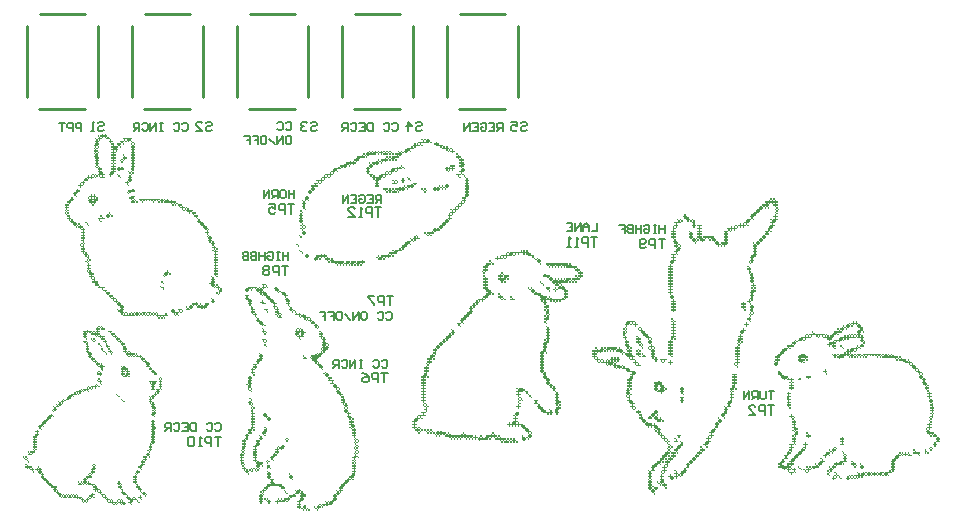
<source format=gbo>
G04*
G04 #@! TF.GenerationSoftware,Altium Limited,Altium Designer,20.0.9 (164)*
G04*
G04 Layer_Color=32896*
%FSLAX25Y25*%
%MOIN*%
G70*
G01*
G75*
%ADD13C,0.01000*%
%ADD15C,0.00591*%
%ADD17C,0.00591*%
G36*
X32700Y129639D02*
X33160D01*
Y129179D01*
X33620D01*
Y128719D01*
X34080D01*
Y128260D01*
X34540D01*
Y127800D01*
X35000D01*
Y127340D01*
X34540D01*
Y126880D01*
X35460D01*
Y126420D01*
Y125960D01*
X36840D01*
Y125500D01*
X36380D01*
Y125040D01*
X36840D01*
Y124580D01*
X36380D01*
Y124120D01*
X35920D01*
Y124580D01*
X35460D01*
Y124120D01*
X35920D01*
Y123660D01*
X35460D01*
Y123200D01*
X35920D01*
Y122740D01*
X35460D01*
Y122281D01*
X35920D01*
Y121821D01*
X35460D01*
Y121361D01*
X35920D01*
Y120901D01*
X35460D01*
Y120441D01*
X35920D01*
Y119981D01*
X35460D01*
Y120441D01*
X35000D01*
Y120901D01*
X34540D01*
Y121361D01*
X35000D01*
Y121821D01*
X34540D01*
Y122281D01*
X35000D01*
Y122740D01*
X34540D01*
Y123200D01*
X35000D01*
Y123660D01*
X34540D01*
Y124120D01*
X35000D01*
Y124580D01*
X34540D01*
Y125040D01*
X35000D01*
Y125500D01*
X34540D01*
Y125960D01*
X35000D01*
Y126420D01*
X34540D01*
Y126880D01*
X34080D01*
Y127340D01*
X33620D01*
Y127800D01*
X34080D01*
Y128260D01*
X32700D01*
Y128719D01*
X32240D01*
Y129179D01*
X31780D01*
Y128719D01*
X31321D01*
Y129179D01*
X30861D01*
Y129639D01*
X31321D01*
Y130099D01*
X31780D01*
Y129639D01*
X32240D01*
Y130099D01*
X32700D01*
Y129639D01*
D02*
G37*
G36*
X140252Y127922D02*
X140738D01*
Y127437D01*
X141223D01*
Y126952D01*
X140738D01*
Y127437D01*
X140252D01*
Y126952D01*
X137825D01*
Y126466D01*
X138311D01*
Y125981D01*
X137825D01*
Y126466D01*
X137340D01*
Y126952D01*
X136854D01*
Y127437D01*
X138311D01*
Y127922D01*
X137825D01*
Y128408D01*
X138311D01*
Y127922D01*
X138796D01*
Y127437D01*
X139282D01*
Y127922D01*
X138796D01*
Y128408D01*
X139282D01*
Y127922D01*
X139767D01*
Y128408D01*
X140252D01*
Y127922D01*
D02*
G37*
G36*
X30401Y129179D02*
X30861D01*
Y128719D01*
X31321D01*
Y128260D01*
X30861D01*
Y127800D01*
X30401D01*
Y128260D01*
X29941D01*
Y128719D01*
X30401D01*
Y129179D01*
X29941D01*
Y129639D01*
X30401D01*
Y129179D01*
D02*
G37*
G36*
X136854Y126466D02*
X137340D01*
Y125981D01*
X135883D01*
Y125495D01*
X135398D01*
Y125981D01*
X134913D01*
Y126466D01*
X135398D01*
Y126952D01*
X135883D01*
Y126466D01*
X136369D01*
Y126952D01*
X136854D01*
Y126466D01*
D02*
G37*
G36*
X41439Y128260D02*
X40979D01*
Y127800D01*
X41439D01*
Y127340D01*
X41899D01*
Y126880D01*
X42359D01*
Y126420D01*
X41899D01*
Y126880D01*
X41439D01*
Y127340D01*
X40979D01*
Y127800D01*
X40519D01*
Y127340D01*
X40059D01*
Y127800D01*
X39599D01*
Y128260D01*
X39139D01*
Y127800D01*
X39599D01*
Y127340D01*
X39139D01*
Y127800D01*
X38679D01*
Y128260D01*
X38219D01*
Y128719D01*
X41439D01*
Y128260D01*
D02*
G37*
G36*
X38679Y127340D02*
X38219D01*
Y126880D01*
X38679D01*
Y126420D01*
X38219D01*
Y126880D01*
X37760D01*
Y127340D01*
X37300D01*
Y127800D01*
X38679D01*
Y127340D01*
D02*
G37*
G36*
X37760Y126420D02*
X37300D01*
Y125960D01*
X37760D01*
Y125500D01*
X37300D01*
Y125960D01*
X36840D01*
Y126420D01*
X36380D01*
Y126880D01*
X37760D01*
Y126420D01*
D02*
G37*
G36*
X29481Y128260D02*
X29941D01*
Y127800D01*
X30401D01*
Y127340D01*
X29941D01*
Y126880D01*
X30401D01*
Y126420D01*
X29941D01*
Y125960D01*
X30401D01*
Y125500D01*
X29941D01*
Y125960D01*
X29481D01*
Y125500D01*
X29941D01*
Y125040D01*
X29481D01*
Y125500D01*
X29021D01*
Y125960D01*
X28561D01*
Y126420D01*
X29021D01*
Y126880D01*
X29481D01*
Y127340D01*
X29021D01*
Y127800D01*
X29481D01*
Y128260D01*
X29021D01*
Y128719D01*
X29481D01*
Y128260D01*
D02*
G37*
G36*
X134913Y125495D02*
X135398D01*
Y125010D01*
X133942D01*
Y124524D01*
X134427D01*
Y124039D01*
X133942D01*
Y124524D01*
X133456D01*
Y124039D01*
X132971D01*
Y123554D01*
X132485D01*
Y124039D01*
X132000D01*
Y124524D01*
X132485D01*
Y125010D01*
X132971D01*
Y125495D01*
X134427D01*
Y125981D01*
X134913D01*
Y125495D01*
D02*
G37*
G36*
X122777Y124039D02*
X123262D01*
Y123554D01*
X123748D01*
Y123068D01*
X123262D01*
Y123554D01*
X122777D01*
Y123068D01*
X120350D01*
Y122583D01*
X119864D01*
Y123068D01*
X119379D01*
Y123554D01*
X119864D01*
Y124039D01*
X120350D01*
Y123554D01*
X120835D01*
Y124039D01*
X120350D01*
Y124524D01*
X120835D01*
Y124039D01*
X121320D01*
Y123554D01*
X121806D01*
Y124039D01*
X121320D01*
Y124524D01*
X121806D01*
Y124039D01*
X122291D01*
Y124524D01*
X122777D01*
Y124039D01*
D02*
G37*
G36*
X29021Y125040D02*
X29481D01*
Y124580D01*
X29941D01*
Y124120D01*
X30401D01*
Y123660D01*
X29941D01*
Y124120D01*
X29481D01*
Y123660D01*
X29941D01*
Y123200D01*
Y122740D01*
Y122281D01*
X30401D01*
Y121821D01*
X29941D01*
Y121361D01*
X30401D01*
Y120901D01*
X29941D01*
Y120441D01*
X30401D01*
Y119981D01*
X29941D01*
Y119521D01*
X30401D01*
Y119061D01*
X30861D01*
Y118601D01*
X31321D01*
Y118141D01*
X30861D01*
Y117681D01*
X31321D01*
Y117221D01*
X31780D01*
Y116761D01*
X32240D01*
Y116302D01*
X31780D01*
Y115842D01*
X32240D01*
Y115382D01*
X30861D01*
Y115842D01*
X30401D01*
Y116302D01*
X29941D01*
Y116761D01*
X30401D01*
Y117221D01*
X29941D01*
Y117681D01*
X30401D01*
Y118141D01*
X29941D01*
Y118601D01*
X29481D01*
Y119061D01*
X29021D01*
Y119521D01*
X29481D01*
Y119061D01*
X29941D01*
Y118601D01*
X30401D01*
Y119061D01*
X29941D01*
Y119521D01*
X29481D01*
Y119981D01*
X29021D01*
Y120441D01*
X29481D01*
Y120901D01*
X29021D01*
Y121361D01*
X29481D01*
Y121821D01*
X29021D01*
Y122281D01*
X28561D01*
Y122740D01*
X29021D01*
Y123200D01*
X28561D01*
Y123660D01*
X29021D01*
Y123200D01*
X29481D01*
Y123660D01*
X29021D01*
Y124120D01*
X28561D01*
Y124580D01*
X29021D01*
Y125040D01*
X28561D01*
Y125500D01*
X29021D01*
Y125040D01*
D02*
G37*
G36*
X143165Y126952D02*
X143650D01*
Y126466D01*
X145107D01*
Y125981D01*
X145592D01*
Y125495D01*
X146078D01*
Y125981D01*
X146563D01*
Y125495D01*
X147049D01*
Y125010D01*
X147534D01*
Y124524D01*
X148020D01*
Y125010D01*
X147534D01*
Y125495D01*
X148020D01*
Y125010D01*
X148505D01*
Y124524D01*
X148990D01*
Y124039D01*
X148505D01*
Y123554D01*
X148020D01*
Y124039D01*
X147534D01*
Y124524D01*
X147049D01*
Y125010D01*
X146563D01*
Y124524D01*
X147049D01*
Y124039D01*
X146563D01*
Y124524D01*
X146078D01*
Y125010D01*
X144621D01*
Y125495D01*
X144136D01*
Y125981D01*
X142680D01*
Y126466D01*
X142194D01*
Y126952D01*
X142680D01*
Y127437D01*
X143165D01*
Y126952D01*
D02*
G37*
G36*
X131515Y124039D02*
X132000D01*
Y123554D01*
X131515D01*
Y124039D01*
X131029D01*
Y124524D01*
X131515D01*
Y124039D01*
D02*
G37*
G36*
X125689D02*
X126175D01*
Y123554D01*
X126660D01*
Y123068D01*
X125204D01*
Y123554D01*
X124718D01*
Y123068D01*
X124233D01*
Y123554D01*
X123748D01*
Y124039D01*
X123262D01*
Y124524D01*
X123748D01*
Y124039D01*
X124233D01*
Y124524D01*
X124718D01*
Y124039D01*
X125204D01*
Y123554D01*
X125689D01*
Y124039D01*
X125204D01*
Y124524D01*
X125689D01*
Y124039D01*
D02*
G37*
G36*
X127631D02*
X128117D01*
Y123554D01*
X128602D01*
Y123068D01*
X128117D01*
Y123554D01*
X127631D01*
Y124039D01*
X127146D01*
Y124524D01*
X127631D01*
Y124039D01*
D02*
G37*
G36*
X126660D02*
X127146D01*
Y123554D01*
X127631D01*
Y123068D01*
X127146D01*
Y123554D01*
X126660D01*
Y124039D01*
X126175D01*
Y124524D01*
X126660D01*
Y124039D01*
D02*
G37*
G36*
X130544D02*
X131029D01*
Y123554D01*
X131515D01*
Y123068D01*
X131029D01*
Y122583D01*
X130544D01*
Y123068D01*
X130058D01*
Y122583D01*
X130544D01*
Y122097D01*
X129087D01*
Y121612D01*
X129573D01*
Y121126D01*
X129087D01*
Y121612D01*
X128602D01*
Y121126D01*
X128117D01*
Y121612D01*
X127631D01*
Y122097D01*
X127146D01*
Y122583D01*
X127631D01*
Y122097D01*
X128117D01*
Y122583D01*
X129573D01*
Y123068D01*
X129087D01*
Y123554D01*
X130544D01*
Y124039D01*
X130058D01*
Y124524D01*
X130544D01*
Y124039D01*
D02*
G37*
G36*
X118893Y123068D02*
X119379D01*
Y122583D01*
X119864D01*
Y122097D01*
X119379D01*
Y122583D01*
X118893D01*
Y123068D01*
X118408D01*
Y123554D01*
X118893D01*
Y123068D01*
D02*
G37*
G36*
X38679Y122740D02*
X39139D01*
Y122281D01*
X39599D01*
Y121821D01*
X39139D01*
Y121361D01*
X38679D01*
Y121821D01*
X38219D01*
Y122281D01*
X38679D01*
Y122740D01*
X38219D01*
Y123200D01*
X38679D01*
Y122740D01*
D02*
G37*
G36*
X126660Y122097D02*
X127146D01*
Y121612D01*
X127631D01*
Y121126D01*
X127146D01*
Y121612D01*
X126660D01*
Y122097D01*
X126175D01*
Y122583D01*
X126660D01*
Y122097D01*
D02*
G37*
G36*
X38219Y121361D02*
X38679D01*
Y120901D01*
X38219D01*
Y121361D01*
X37760D01*
Y121821D01*
X38219D01*
Y121361D01*
D02*
G37*
G36*
X126175Y121612D02*
X126660D01*
Y121126D01*
X126175D01*
Y120641D01*
X125689D01*
Y121126D01*
X125204D01*
Y120641D01*
X124718D01*
Y121126D01*
X124233D01*
Y121612D01*
X125689D01*
Y122097D01*
X126175D01*
Y121612D01*
D02*
G37*
G36*
X118408Y122583D02*
X118893D01*
Y122097D01*
X117437D01*
Y121612D01*
X116951D01*
Y121126D01*
X116466D01*
Y120641D01*
X115981D01*
Y121126D01*
X115495D01*
Y121612D01*
X115981D01*
Y122097D01*
X116466D01*
Y122583D01*
X117922D01*
Y123068D01*
X118408D01*
Y122583D01*
D02*
G37*
G36*
X115495Y120641D02*
X115981D01*
Y120156D01*
X115495D01*
Y119670D01*
X115010D01*
Y120156D01*
X114524D01*
Y119670D01*
X114039D01*
Y120156D01*
X113553D01*
Y119670D01*
X114039D01*
Y119185D01*
X113553D01*
Y119670D01*
X113068D01*
Y119185D01*
X112582D01*
Y118699D01*
X112097D01*
Y119185D01*
X111611D01*
Y118699D01*
X111126D01*
Y119185D01*
X110641D01*
Y119670D01*
X112097D01*
Y120156D01*
X112582D01*
Y120641D01*
X114039D01*
Y121126D01*
X114524D01*
Y120641D01*
X115010D01*
Y121126D01*
X115495D01*
Y120641D01*
D02*
G37*
G36*
X37760Y120901D02*
X38219D01*
Y120441D01*
X37760D01*
Y120901D01*
X37300D01*
Y121361D01*
X37760D01*
Y120901D01*
D02*
G37*
G36*
X123748Y121126D02*
X124233D01*
Y120641D01*
X124718D01*
Y120156D01*
X124233D01*
Y120641D01*
X123748D01*
Y121126D01*
X123262D01*
Y121612D01*
X123748D01*
Y121126D01*
D02*
G37*
G36*
X123262Y120641D02*
X123748D01*
Y120156D01*
X123262D01*
Y119670D01*
X122777D01*
Y120156D01*
X122291D01*
Y119670D01*
X121806D01*
Y120156D01*
X121320D01*
Y120641D01*
X122777D01*
Y121126D01*
X123262D01*
Y120641D01*
D02*
G37*
G36*
X148990Y119185D02*
X148505D01*
Y118699D01*
X148990D01*
Y118214D01*
X148505D01*
Y117728D01*
X148020D01*
Y118214D01*
X147534D01*
Y117728D01*
X147049D01*
Y118214D01*
X146563D01*
Y117728D01*
X147049D01*
Y117243D01*
X146563D01*
Y117728D01*
X146078D01*
Y118214D01*
X145592D01*
Y118699D01*
X146078D01*
Y119185D01*
X146563D01*
Y118699D01*
X147049D01*
Y119185D01*
X147534D01*
Y118699D01*
X148020D01*
Y119185D01*
X147534D01*
Y119670D01*
X148990D01*
Y119185D01*
D02*
G37*
G36*
X131029Y118699D02*
X131515D01*
Y118214D01*
X130058D01*
Y117728D01*
X129573D01*
Y118214D01*
X129087D01*
Y117728D01*
X129573D01*
Y117243D01*
X129087D01*
Y117728D01*
X128602D01*
Y117243D01*
X128117D01*
Y116757D01*
X127631D01*
Y117243D01*
X127146D01*
Y117728D01*
X127631D01*
Y118214D01*
X128117D01*
Y118699D01*
X129573D01*
Y119185D01*
X130058D01*
Y118699D01*
X130544D01*
Y119185D01*
X131029D01*
Y118699D01*
D02*
G37*
G36*
X120835Y120156D02*
X121320D01*
Y119670D01*
X121806D01*
Y119185D01*
X121320D01*
Y118699D01*
X120835D01*
Y119185D01*
X120350D01*
Y119670D01*
X120835D01*
Y120156D01*
X120350D01*
Y120641D01*
X120835D01*
Y120156D01*
D02*
G37*
G36*
X38219Y118601D02*
X38679D01*
Y118141D01*
X37300D01*
Y117681D01*
X36840D01*
Y118141D01*
X36380D01*
Y118601D01*
X36840D01*
Y119061D01*
X37300D01*
Y118601D01*
X37760D01*
Y119061D01*
X38219D01*
Y118601D01*
D02*
G37*
G36*
X131515Y119185D02*
X132000D01*
Y118699D01*
X132485D01*
Y118214D01*
X132000D01*
Y118699D01*
X131515D01*
Y119185D01*
X131029D01*
Y119670D01*
X131515D01*
Y119185D01*
D02*
G37*
G36*
X41439Y126420D02*
X41899D01*
Y125960D01*
X42359D01*
Y125500D01*
X41899D01*
Y125040D01*
X42359D01*
Y124580D01*
X41899D01*
Y124120D01*
X42359D01*
Y123660D01*
X41899D01*
Y123200D01*
X42359D01*
Y122740D01*
X41899D01*
Y122281D01*
X42359D01*
Y121821D01*
X41899D01*
Y121361D01*
X42359D01*
Y120901D01*
X41899D01*
Y120441D01*
X42359D01*
Y119981D01*
X41899D01*
Y119521D01*
X42359D01*
Y119061D01*
X41899D01*
Y118601D01*
Y118141D01*
Y117681D01*
X41439D01*
Y118141D01*
X40979D01*
Y118601D01*
X41439D01*
Y119061D01*
X40979D01*
Y119521D01*
X41439D01*
Y119981D01*
X40979D01*
Y120441D01*
X41439D01*
Y120901D01*
X40979D01*
Y121361D01*
X41439D01*
Y121821D01*
X40979D01*
Y122281D01*
X41439D01*
Y122740D01*
X40979D01*
Y123200D01*
X41439D01*
Y123660D01*
X40979D01*
Y124120D01*
X41439D01*
Y124580D01*
X40979D01*
Y125040D01*
X41439D01*
Y125500D01*
X40979D01*
Y125960D01*
X41439D01*
Y126420D01*
X40979D01*
Y126880D01*
X41439D01*
Y126420D01*
D02*
G37*
G36*
X110641Y118699D02*
X111126D01*
Y118214D01*
X109670D01*
Y117728D01*
X110155D01*
Y117243D01*
X109670D01*
Y117728D01*
X109184D01*
Y117243D01*
X108699D01*
Y116757D01*
X108213D01*
Y117243D01*
X107728D01*
Y117728D01*
X108213D01*
Y118214D01*
X108699D01*
Y118699D01*
X110155D01*
Y119185D01*
X110641D01*
Y118699D01*
D02*
G37*
G36*
X41439Y117221D02*
X41899D01*
Y116761D01*
X41439D01*
Y117221D01*
X40979D01*
Y117681D01*
X41439D01*
Y117221D01*
D02*
G37*
G36*
X40519D02*
X40979D01*
Y116761D01*
X41439D01*
Y116302D01*
X40979D01*
Y116761D01*
X40519D01*
Y117221D01*
X40059D01*
Y117681D01*
X40519D01*
Y117221D01*
D02*
G37*
G36*
X126660Y117243D02*
X127146D01*
Y116757D01*
X127631D01*
Y116272D01*
X127146D01*
Y116757D01*
X126660D01*
Y117243D01*
X126175D01*
Y117728D01*
X126660D01*
Y117243D01*
D02*
G37*
G36*
X35000Y119981D02*
X35460D01*
Y119521D01*
X35920D01*
Y119061D01*
X35460D01*
Y118601D01*
X35920D01*
Y118141D01*
X35460D01*
Y117681D01*
X35920D01*
Y117221D01*
X35460D01*
Y116761D01*
X35000D01*
Y116302D01*
X34540D01*
Y115842D01*
X34080D01*
Y116302D01*
X33620D01*
Y116761D01*
X34080D01*
Y117221D01*
X34540D01*
Y117681D01*
X35000D01*
Y118141D01*
X34540D01*
Y118601D01*
X35000D01*
Y119061D01*
X34540D01*
Y119521D01*
X35000D01*
Y119981D01*
X34540D01*
Y120441D01*
X35000D01*
Y119981D01*
D02*
G37*
G36*
X29481Y116302D02*
X29941D01*
Y115842D01*
X29481D01*
Y116302D01*
X29021D01*
Y116761D01*
X29481D01*
Y116302D01*
D02*
G37*
G36*
X28101Y115842D02*
X28561D01*
Y115382D01*
X28101D01*
Y114922D01*
X27641D01*
Y115382D01*
X27181D01*
Y114922D01*
X26721D01*
Y115382D01*
X26261D01*
Y115842D01*
X26721D01*
Y116302D01*
X27181D01*
Y115842D01*
X27641D01*
Y116302D01*
X28101D01*
Y115842D01*
D02*
G37*
G36*
X120350Y118699D02*
X120835D01*
Y118214D01*
X120350D01*
Y117728D01*
X120835D01*
Y117243D01*
X120350D01*
Y116757D01*
X121806D01*
Y116272D01*
X122291D01*
Y115787D01*
X123748D01*
Y116272D01*
X124233D01*
Y116757D01*
X125689D01*
Y117243D01*
X126175D01*
Y116757D01*
X126660D01*
Y116272D01*
X126175D01*
Y115787D01*
X125689D01*
Y116272D01*
X125204D01*
Y115787D01*
X125689D01*
Y115301D01*
X125204D01*
Y115787D01*
X124718D01*
Y115301D01*
X124233D01*
Y114816D01*
X123748D01*
Y114330D01*
X123262D01*
Y113845D01*
X123748D01*
Y113359D01*
X123262D01*
Y112874D01*
X123748D01*
Y112389D01*
X122291D01*
Y112874D01*
X122777D01*
Y113359D01*
X122291D01*
Y113845D01*
X122777D01*
Y114330D01*
X122291D01*
Y114816D01*
X121806D01*
Y115301D01*
X121320D01*
Y115787D01*
X120835D01*
Y116272D01*
X120350D01*
Y116757D01*
X119864D01*
Y117243D01*
X119379D01*
Y117728D01*
X119864D01*
Y118214D01*
X119379D01*
Y118699D01*
X119864D01*
Y119185D01*
X120350D01*
Y118699D01*
D02*
G37*
G36*
X107728Y116757D02*
X108213D01*
Y116272D01*
X107728D01*
Y115787D01*
X107243D01*
Y116272D01*
X106757D01*
Y115787D01*
X107243D01*
Y115301D01*
X106757D01*
Y115787D01*
X106272D01*
Y116272D01*
X105786D01*
Y116757D01*
X107243D01*
Y117243D01*
X107728D01*
Y116757D01*
D02*
G37*
G36*
X36840Y116302D02*
X37300D01*
Y115842D01*
X37760D01*
Y115382D01*
X37300D01*
Y115842D01*
X36840D01*
Y116302D01*
X36380D01*
Y116761D01*
X36840D01*
Y116302D01*
D02*
G37*
G36*
X28561D02*
X29021D01*
Y115842D01*
X29481D01*
Y115382D01*
X29021D01*
Y115842D01*
X28561D01*
Y116302D01*
X28101D01*
Y116761D01*
X28561D01*
Y116302D01*
D02*
G37*
G36*
X150932Y116272D02*
X150447D01*
Y115787D01*
X150932D01*
Y115301D01*
X150447D01*
Y115787D01*
X149961D01*
Y116272D01*
X149476D01*
Y116757D01*
X150932D01*
Y116272D01*
D02*
G37*
G36*
X105786Y115787D02*
X106272D01*
Y115301D01*
X105786D01*
Y114816D01*
X105301D01*
Y115301D01*
X104815D01*
Y115787D01*
X105301D01*
Y116272D01*
X105786D01*
Y115787D01*
D02*
G37*
G36*
X26261Y114922D02*
X26721D01*
Y114462D01*
X25342D01*
Y114922D01*
X25802D01*
Y115382D01*
X26261D01*
Y114922D01*
D02*
G37*
G36*
X133456Y115301D02*
X133942D01*
Y114816D01*
X134427D01*
Y114330D01*
X133942D01*
Y114816D01*
X133456D01*
Y115301D01*
X132971D01*
Y115787D01*
X133456D01*
Y115301D01*
D02*
G37*
G36*
X40979Y115842D02*
X41439D01*
Y115382D01*
X40979D01*
Y114922D01*
X41439D01*
Y114462D01*
X40979D01*
Y114002D01*
X40519D01*
Y114462D01*
X40059D01*
Y114922D01*
X40519D01*
Y115382D01*
X40059D01*
Y115842D01*
X40519D01*
Y116302D01*
X40979D01*
Y115842D01*
D02*
G37*
G36*
X132000Y114816D02*
X132485D01*
Y114330D01*
X132000D01*
Y113845D01*
X131515D01*
Y114330D01*
X131029D01*
Y114816D01*
X131515D01*
Y115301D01*
X132000D01*
Y114816D01*
D02*
G37*
G36*
X129573Y114330D02*
X130058D01*
Y113845D01*
X129573D01*
Y114330D01*
X129087D01*
Y114816D01*
X129573D01*
Y114330D01*
D02*
G37*
G36*
X104815Y114816D02*
X105301D01*
Y114330D01*
X104815D01*
Y113845D01*
X104330D01*
Y114330D01*
X103844D01*
Y113845D01*
X104330D01*
Y113359D01*
X103844D01*
Y113845D01*
X103359D01*
Y114330D01*
X102874D01*
Y114816D01*
X104330D01*
Y115301D01*
X104815D01*
Y114816D01*
D02*
G37*
G36*
X128602Y114330D02*
X129087D01*
Y113845D01*
X129573D01*
Y113359D01*
X128117D01*
Y113845D01*
X128602D01*
Y114330D01*
X128117D01*
Y114816D01*
X128602D01*
Y114330D01*
D02*
G37*
G36*
X25342Y114002D02*
X25802D01*
Y113542D01*
X25342D01*
Y113082D01*
X24882D01*
Y113542D01*
X24422D01*
Y114002D01*
X24882D01*
Y114462D01*
X25342D01*
Y114002D01*
D02*
G37*
G36*
X136369Y113359D02*
X135883D01*
Y112874D01*
X135398D01*
Y113359D01*
X134913D01*
Y113845D01*
X136369D01*
Y113359D01*
D02*
G37*
G36*
X40059Y114002D02*
X40519D01*
Y113542D01*
X40059D01*
Y113082D01*
X40519D01*
Y112622D01*
X40059D01*
Y113082D01*
X39599D01*
Y113542D01*
X39139D01*
Y114002D01*
X39599D01*
Y114462D01*
X40059D01*
Y114002D01*
D02*
G37*
G36*
X24422Y113082D02*
X24882D01*
Y112622D01*
X24422D01*
Y112162D01*
X23962D01*
Y112622D01*
X23502D01*
Y113082D01*
X23962D01*
Y113542D01*
X24422D01*
Y113082D01*
D02*
G37*
G36*
X146563Y112874D02*
X147049D01*
Y112389D01*
X146563D01*
Y111903D01*
X146078D01*
Y112389D01*
X145592D01*
Y112874D01*
X146078D01*
Y113359D01*
X146563D01*
Y112874D01*
D02*
G37*
G36*
X143650Y111903D02*
X144136D01*
Y111418D01*
X143650D01*
Y110932D01*
X143165D01*
Y111418D01*
X142680D01*
Y110932D01*
X142194D01*
Y111418D01*
X141709D01*
Y111903D01*
X142194D01*
Y112389D01*
X142680D01*
Y111903D01*
X143165D01*
Y112389D01*
X143650D01*
Y111903D01*
D02*
G37*
G36*
X134913Y112874D02*
X135398D01*
Y112389D01*
X134913D01*
Y111903D01*
X134427D01*
Y112389D01*
X133942D01*
Y111903D01*
X133456D01*
Y112389D01*
X132971D01*
Y112874D01*
X134427D01*
Y113359D01*
X134913D01*
Y112874D01*
D02*
G37*
G36*
X132000Y111903D02*
X132485D01*
Y111418D01*
X132000D01*
Y110932D01*
X131515D01*
Y111418D01*
X131029D01*
Y110932D01*
X130544D01*
Y111418D01*
X130058D01*
Y110932D01*
X130544D01*
Y110447D01*
X130058D01*
Y110932D01*
X129573D01*
Y111418D01*
X129087D01*
Y111903D01*
X130544D01*
Y112389D01*
X131029D01*
Y111903D01*
X131515D01*
Y112389D01*
X132000D01*
Y111903D01*
D02*
G37*
G36*
X145107Y112389D02*
X145592D01*
Y111903D01*
X146078D01*
Y111418D01*
X145592D01*
Y111903D01*
X145107D01*
Y112389D01*
X144621D01*
Y112874D01*
X145107D01*
Y112389D01*
D02*
G37*
G36*
X144136D02*
X144621D01*
Y111903D01*
X145107D01*
Y111418D01*
X144621D01*
Y111903D01*
X144136D01*
Y112389D01*
X143650D01*
Y112874D01*
X144136D01*
Y112389D01*
D02*
G37*
G36*
X132485D02*
X132971D01*
Y111903D01*
X133456D01*
Y111418D01*
X132971D01*
Y111903D01*
X132485D01*
Y112389D01*
X132000D01*
Y112874D01*
X132485D01*
Y112389D01*
D02*
G37*
G36*
X139282Y111418D02*
X139767D01*
Y110932D01*
X139282D01*
Y111418D01*
X138796D01*
Y111903D01*
X139282D01*
Y111418D01*
D02*
G37*
G36*
X128602D02*
X129087D01*
Y110932D01*
X129573D01*
Y110447D01*
X128117D01*
Y110932D01*
X127631D01*
Y110447D01*
X127146D01*
Y110932D01*
X126660D01*
Y111418D01*
X126175D01*
Y110932D01*
X126660D01*
Y110447D01*
X126175D01*
Y110932D01*
X125689D01*
Y111418D01*
X125204D01*
Y111903D01*
X126660D01*
Y111418D01*
X127146D01*
Y111903D01*
X127631D01*
Y111418D01*
X128117D01*
Y110932D01*
X128602D01*
Y111418D01*
X128117D01*
Y111903D01*
X128602D01*
Y111418D01*
D02*
G37*
G36*
X103359Y113359D02*
X102874D01*
Y112874D01*
X103359D01*
Y112389D01*
X101903D01*
Y111903D01*
X102388D01*
Y111418D01*
X101903D01*
Y110932D01*
X101417D01*
Y111418D01*
X100932D01*
Y111903D01*
X101417D01*
Y112389D01*
X100932D01*
Y112874D01*
X102388D01*
Y113359D01*
X101903D01*
Y113845D01*
X103359D01*
Y113359D01*
D02*
G37*
G36*
X138311Y111418D02*
X138796D01*
Y110932D01*
X139282D01*
Y110447D01*
X138796D01*
Y110932D01*
X138311D01*
Y111418D01*
X137825D01*
Y111903D01*
X138311D01*
Y111418D01*
D02*
G37*
G36*
X41899Y111242D02*
X42359D01*
Y110782D01*
X40979D01*
Y110322D01*
X40519D01*
Y110782D01*
X40059D01*
Y111242D01*
X41439D01*
Y111702D01*
X41899D01*
Y111242D01*
D02*
G37*
G36*
X100932Y110932D02*
X101417D01*
Y110447D01*
X100932D01*
Y109961D01*
X100446D01*
Y110447D01*
X99961D01*
Y110932D01*
X100446D01*
Y111418D01*
X100932D01*
Y110932D01*
D02*
G37*
G36*
X40059Y110322D02*
X40519D01*
Y109862D01*
X40059D01*
Y110322D01*
X39599D01*
Y110782D01*
X40059D01*
Y110322D01*
D02*
G37*
G36*
X29021Y109403D02*
X29481D01*
Y108943D01*
X29941D01*
Y108483D01*
Y108023D01*
Y107563D01*
X29481D01*
Y107103D01*
X29021D01*
Y106643D01*
X28561D01*
Y107103D01*
X28101D01*
Y106643D01*
X28561D01*
Y106183D01*
X28101D01*
Y106643D01*
X27641D01*
Y107103D01*
X27181D01*
Y107563D01*
X26721D01*
Y108023D01*
X27181D01*
Y108483D01*
X26721D01*
Y108943D01*
X27181D01*
Y108483D01*
X27641D01*
Y108943D01*
X27181D01*
Y109403D01*
X27641D01*
Y109862D01*
X28101D01*
Y109403D01*
X28561D01*
Y109862D01*
X29021D01*
Y109403D01*
D02*
G37*
G36*
X23502Y111242D02*
X23962D01*
Y110782D01*
X23502D01*
Y110322D01*
X23042D01*
Y109862D01*
X22582D01*
Y109403D01*
X23042D01*
Y108943D01*
X22582D01*
Y109403D01*
X22122D01*
Y109862D01*
X21662D01*
Y110322D01*
X22122D01*
Y110782D01*
X22582D01*
Y111242D01*
X23042D01*
Y111702D01*
X23502D01*
Y111242D01*
D02*
G37*
G36*
X53397Y108023D02*
X53857D01*
Y107563D01*
X54317D01*
Y108023D01*
X54777D01*
Y107563D01*
X56157D01*
Y107103D01*
X56616D01*
Y106643D01*
X57996D01*
Y106183D01*
X58456D01*
Y105723D01*
X58916D01*
Y105263D01*
X59376D01*
Y104803D01*
X59836D01*
Y105263D01*
X59376D01*
Y105723D01*
X59836D01*
Y105263D01*
X60296D01*
Y104803D01*
X61676D01*
Y104343D01*
X61216D01*
Y103884D01*
X62595D01*
Y103424D01*
X62136D01*
Y102964D01*
X63515D01*
Y102504D01*
X63055D01*
Y102044D01*
X63515D01*
Y101584D01*
X63975D01*
Y101124D01*
X64435D01*
Y100664D01*
X64895D01*
Y100204D01*
X65355D01*
Y99744D01*
X65815D01*
Y99284D01*
X66275D01*
Y98824D01*
X66735D01*
Y98364D01*
X67195D01*
Y97904D01*
X66735D01*
Y98364D01*
X66275D01*
Y97904D01*
X66735D01*
Y97445D01*
X67195D01*
Y96985D01*
X66735D01*
Y96525D01*
X67195D01*
Y96065D01*
X67655D01*
Y95605D01*
X68115D01*
Y95145D01*
X67655D01*
Y94685D01*
X68115D01*
Y94225D01*
X68575D01*
Y93765D01*
X69034D01*
Y93305D01*
X68575D01*
Y92845D01*
X69034D01*
Y92385D01*
X69494D01*
Y91926D01*
X69954D01*
Y91466D01*
X69494D01*
Y91926D01*
X69034D01*
Y91466D01*
X69494D01*
Y91006D01*
X69954D01*
Y90546D01*
X69494D01*
Y90086D01*
X69954D01*
Y89626D01*
X69494D01*
Y89166D01*
X69954D01*
Y88706D01*
X69494D01*
Y88246D01*
X69954D01*
Y87786D01*
X69494D01*
Y87326D01*
X69954D01*
Y86866D01*
X69494D01*
Y86406D01*
X69954D01*
Y85946D01*
X69494D01*
Y85487D01*
X69954D01*
Y85027D01*
X69494D01*
Y84567D01*
X69954D01*
Y84107D01*
X69494D01*
Y83647D01*
X69954D01*
Y83187D01*
X69494D01*
Y82727D01*
X69954D01*
Y82267D01*
X69494D01*
Y82727D01*
X69034D01*
Y83187D01*
X68575D01*
Y83647D01*
X69034D01*
Y84107D01*
X68575D01*
Y84567D01*
X69034D01*
Y85027D01*
X68575D01*
Y85487D01*
X69034D01*
Y85946D01*
X68575D01*
Y86406D01*
X69034D01*
Y86866D01*
X68575D01*
Y87326D01*
X69034D01*
Y87786D01*
X68575D01*
Y88246D01*
X69034D01*
Y88706D01*
X68575D01*
Y89166D01*
X69034D01*
Y89626D01*
X68575D01*
Y90086D01*
X69034D01*
Y90546D01*
X68575D01*
Y91006D01*
X68115D01*
Y91466D01*
X68575D01*
Y91006D01*
X69034D01*
Y91466D01*
X68575D01*
Y91926D01*
X68115D01*
Y92385D01*
X68575D01*
Y92845D01*
X68115D01*
Y93305D01*
X67655D01*
Y93765D01*
X67195D01*
Y94225D01*
X66735D01*
Y94685D01*
X67195D01*
Y95145D01*
X66735D01*
Y95605D01*
X66275D01*
Y96065D01*
X66735D01*
Y95605D01*
X67195D01*
Y96065D01*
X66735D01*
Y96525D01*
X66275D01*
Y96985D01*
X65815D01*
Y97445D01*
X66275D01*
Y97904D01*
X65815D01*
Y98364D01*
X65355D01*
Y98824D01*
X64895D01*
Y99284D01*
X64435D01*
Y99744D01*
X63975D01*
Y100204D01*
X63515D01*
Y100664D01*
X63055D01*
Y101124D01*
X63515D01*
Y101584D01*
X63055D01*
Y102044D01*
X62595D01*
Y102504D01*
X62136D01*
Y102964D01*
X61676D01*
Y103424D01*
X61216D01*
Y103884D01*
X60756D01*
Y103424D01*
X60296D01*
Y103884D01*
X59836D01*
Y104343D01*
X59376D01*
Y104803D01*
X58916D01*
Y105263D01*
X58456D01*
Y104803D01*
X58916D01*
Y104343D01*
X58456D01*
Y104803D01*
X57996D01*
Y105263D01*
X57536D01*
Y105723D01*
X57076D01*
Y106183D01*
X56616D01*
Y106643D01*
X56157D01*
Y107103D01*
X55697D01*
Y106643D01*
X56157D01*
Y106183D01*
X55697D01*
Y106643D01*
X55237D01*
Y107103D01*
X54777D01*
Y106643D01*
X55237D01*
Y106183D01*
X54777D01*
Y106643D01*
X54317D01*
Y107103D01*
X52017D01*
Y107563D01*
X51557D01*
Y107103D01*
X51097D01*
Y107563D01*
X50638D01*
Y108023D01*
X50178D01*
Y107563D01*
X50638D01*
Y107103D01*
X50178D01*
Y107563D01*
X49718D01*
Y108023D01*
X49258D01*
Y107563D01*
X48798D01*
Y108023D01*
X48338D01*
Y107563D01*
X48798D01*
Y107103D01*
X48338D01*
Y107563D01*
X47878D01*
Y108023D01*
X47418D01*
Y107563D01*
X46958D01*
Y108023D01*
X46498D01*
Y107563D01*
X46038D01*
Y108023D01*
X45578D01*
Y107563D01*
X45118D01*
Y108023D01*
X44658D01*
Y107563D01*
X45118D01*
Y107103D01*
X44658D01*
Y107563D01*
X44199D01*
Y108023D01*
X43739D01*
Y108483D01*
X50638D01*
Y108023D01*
X51097D01*
Y108483D01*
X51557D01*
Y108023D01*
X52017D01*
Y107563D01*
X52477D01*
Y108023D01*
X52017D01*
Y108483D01*
X52477D01*
Y108023D01*
X52937D01*
Y108483D01*
X53397D01*
Y108023D01*
D02*
G37*
G36*
X255646Y108071D02*
X256133D01*
Y107584D01*
X256619D01*
Y107098D01*
X256133D01*
Y106612D01*
X256619D01*
Y106125D01*
X256133D01*
Y105639D01*
X256619D01*
Y105152D01*
X257105D01*
Y104666D01*
X256619D01*
Y105152D01*
X256133D01*
Y105639D01*
X255646D01*
Y106125D01*
X255160D01*
Y106612D01*
X254673D01*
Y107098D01*
X254187D01*
Y106612D01*
X253701D01*
Y107098D01*
X253214D01*
Y106612D01*
X253701D01*
Y106125D01*
X253214D01*
Y105639D01*
X253701D01*
Y105152D01*
X253214D01*
Y105639D01*
X252728D01*
Y106125D01*
X252241D01*
Y105639D01*
X252728D01*
Y105152D01*
X252241D01*
Y105639D01*
X251755D01*
Y106125D01*
X251269D01*
Y106612D01*
X252728D01*
Y107098D01*
X252241D01*
Y107584D01*
X253701D01*
Y108071D01*
X254187D01*
Y107584D01*
X254673D01*
Y108071D01*
X254187D01*
Y108557D01*
X254673D01*
Y108071D01*
X255160D01*
Y107584D01*
X255646D01*
Y108071D01*
X255160D01*
Y108557D01*
X255646D01*
Y108071D01*
D02*
G37*
G36*
X99961Y108990D02*
X100446D01*
Y108505D01*
X99961D01*
Y108019D01*
X100446D01*
Y107534D01*
X99961D01*
Y108019D01*
X99476D01*
Y107534D01*
X98990D01*
Y108019D01*
Y108505D01*
Y108990D01*
X99476D01*
Y109476D01*
X99961D01*
Y108990D01*
D02*
G37*
G36*
X42359Y108943D02*
X41899D01*
Y108483D01*
X42359D01*
Y108023D01*
X42819D01*
Y107563D01*
X43279D01*
Y107103D01*
X42819D01*
Y107563D01*
X42359D01*
Y108023D01*
X41899D01*
Y108483D01*
X41439D01*
Y108023D01*
X41899D01*
Y107563D01*
X42359D01*
Y107103D01*
X40979D01*
Y107563D01*
X41439D01*
Y108023D01*
X40979D01*
Y108483D01*
X40519D01*
Y108943D01*
X40979D01*
Y109403D01*
X42359D01*
Y108943D01*
D02*
G37*
G36*
X149961Y123068D02*
X150447D01*
Y122583D01*
X150932D01*
Y122097D01*
X151418D01*
Y121612D01*
X151903D01*
Y121126D01*
X151418D01*
Y120641D01*
X151903D01*
Y120156D01*
X152389D01*
Y119670D01*
X151903D01*
Y119185D01*
X151418D01*
Y118699D01*
X151903D01*
Y118214D01*
X152389D01*
Y117728D01*
X151903D01*
Y117243D01*
X151418D01*
Y116757D01*
X151903D01*
Y116272D01*
X152389D01*
Y115787D01*
X152874D01*
Y115301D01*
X153359D01*
Y114816D01*
X153845D01*
Y114330D01*
X153359D01*
Y113845D01*
X153845D01*
Y113359D01*
X153359D01*
Y112874D01*
X153845D01*
Y112389D01*
Y111903D01*
Y111418D01*
X153359D01*
Y110932D01*
X153845D01*
Y110447D01*
X153359D01*
Y109961D01*
X153845D01*
Y109476D01*
X153359D01*
Y108990D01*
X152874D01*
Y108505D01*
X152389D01*
Y108019D01*
X152874D01*
Y107534D01*
X152389D01*
Y107049D01*
X151903D01*
Y107534D01*
X151418D01*
Y108019D01*
X151903D01*
Y108505D01*
X151418D01*
Y108990D01*
X152389D01*
Y109476D01*
Y109961D01*
X152874D01*
Y110447D01*
X152389D01*
Y110932D01*
X152874D01*
Y111418D01*
X152389D01*
Y111903D01*
X152874D01*
Y112389D01*
X152389D01*
Y112874D01*
X152874D01*
Y113359D01*
X152389D01*
Y113845D01*
X152874D01*
Y114330D01*
X152389D01*
Y114816D01*
X152874D01*
Y115301D01*
X152389D01*
Y115787D01*
X151903D01*
Y116272D01*
X151418D01*
Y116757D01*
X150932D01*
Y117243D01*
X150447D01*
Y117728D01*
X150932D01*
Y118214D01*
X151418D01*
Y118699D01*
X150932D01*
Y119185D01*
X150447D01*
Y119670D01*
X150932D01*
Y120156D01*
X150447D01*
Y120641D01*
X150932D01*
Y121126D01*
X150447D01*
Y121612D01*
X149961D01*
Y122097D01*
X149476D01*
Y122583D01*
X149961D01*
Y123068D01*
X149476D01*
Y123554D01*
X149961D01*
Y123068D01*
D02*
G37*
G36*
X21662Y108483D02*
X22122D01*
Y108023D01*
X21662D01*
Y107563D01*
X21202D01*
Y107103D01*
X20742D01*
Y106643D01*
X20282D01*
Y107103D01*
X19823D01*
Y107563D01*
X20282D01*
Y108023D01*
X20742D01*
Y108483D01*
X21202D01*
Y108943D01*
X21662D01*
Y108483D01*
D02*
G37*
G36*
X151418Y107049D02*
X151903D01*
Y106563D01*
X151418D01*
Y106078D01*
X150932D01*
Y106563D01*
X150447D01*
Y107049D01*
X150932D01*
Y107534D01*
X151418D01*
Y107049D01*
D02*
G37*
G36*
X150447Y106078D02*
X150932D01*
Y105592D01*
X150447D01*
Y105107D01*
X149961D01*
Y105592D01*
X149476D01*
Y106078D01*
X149961D01*
Y106563D01*
X150447D01*
Y106078D01*
D02*
G37*
G36*
X98505Y107534D02*
X98990D01*
Y107049D01*
X99476D01*
Y106563D01*
X98990D01*
Y106078D01*
Y105592D01*
Y105107D01*
X99476D01*
Y104621D01*
X98990D01*
Y105107D01*
X98505D01*
Y105592D01*
X98019D01*
Y106078D01*
X98505D01*
Y106563D01*
X98019D01*
Y107049D01*
X98505D01*
Y107534D01*
X98019D01*
Y108019D01*
X98505D01*
Y107534D01*
D02*
G37*
G36*
X20282Y106183D02*
X19823D01*
Y105723D01*
X20282D01*
Y105263D01*
X19823D01*
Y104803D01*
X20282D01*
Y104343D01*
X19823D01*
Y104803D01*
X19363D01*
Y105263D01*
X18903D01*
Y105723D01*
X19363D01*
Y106183D01*
X18903D01*
Y106643D01*
X20282D01*
Y106183D01*
D02*
G37*
G36*
X256133Y104666D02*
X256619D01*
Y104180D01*
X256133D01*
Y104666D01*
X255646D01*
Y105152D01*
X256133D01*
Y104666D01*
D02*
G37*
G36*
X149476Y105107D02*
X149961D01*
Y104621D01*
X149476D01*
Y104136D01*
X148990D01*
Y104621D01*
X148505D01*
Y105107D01*
X148990D01*
Y105592D01*
X149476D01*
Y105107D01*
D02*
G37*
G36*
X98019Y104136D02*
X98505D01*
Y103650D01*
X98019D01*
Y104136D01*
X97534D01*
Y104621D01*
X98019D01*
Y104136D01*
D02*
G37*
G36*
X19363Y104343D02*
X19823D01*
Y103884D01*
X20282D01*
Y103424D01*
X19823D01*
Y103884D01*
X19363D01*
Y104343D01*
X18903D01*
Y104803D01*
X19363D01*
Y104343D01*
D02*
G37*
G36*
X256133Y103693D02*
X256619D01*
Y103207D01*
X256133D01*
Y103693D01*
X255646D01*
Y104180D01*
X256133D01*
Y103693D01*
D02*
G37*
G36*
X148020Y104621D02*
X148505D01*
Y104136D01*
X148990D01*
Y103650D01*
X148505D01*
Y103165D01*
X148020D01*
Y103650D01*
X147534D01*
Y104136D01*
X148020D01*
Y104621D01*
X147534D01*
Y105107D01*
X148020D01*
Y104621D01*
D02*
G37*
G36*
X34080Y103424D02*
X34540D01*
Y102964D01*
X35000D01*
Y102504D01*
X34540D01*
Y102964D01*
X34080D01*
Y103424D01*
X33620D01*
Y103884D01*
X34080D01*
Y103424D01*
D02*
G37*
G36*
X33620Y102964D02*
X34080D01*
Y102504D01*
X33620D01*
Y102044D01*
X33160D01*
Y102504D01*
X32700D01*
Y102964D01*
X33160D01*
Y103424D01*
X33620D01*
Y102964D01*
D02*
G37*
G36*
X256133Y102721D02*
X256619D01*
Y102234D01*
X256133D01*
Y101748D01*
X256619D01*
Y101261D01*
X256133D01*
Y100775D01*
X255646D01*
Y100289D01*
X255160D01*
Y99802D01*
X255646D01*
Y99316D01*
X255160D01*
Y98829D01*
X254673D01*
Y98343D01*
X254187D01*
Y97857D01*
X254673D01*
Y97370D01*
X254187D01*
Y97857D01*
X253701D01*
Y97370D01*
X253214D01*
Y96884D01*
X253701D01*
Y96398D01*
X252241D01*
Y96884D01*
X252728D01*
Y97370D01*
X252241D01*
Y97857D01*
X253214D01*
Y98343D01*
Y98829D01*
X253701D01*
Y99316D01*
X254187D01*
Y99802D01*
X254673D01*
Y100289D01*
X254187D01*
Y100775D01*
X254673D01*
Y101261D01*
X254187D01*
Y101748D01*
X254673D01*
Y101261D01*
X255160D01*
Y101748D01*
X255646D01*
Y102234D01*
X255160D01*
Y102721D01*
X255646D01*
Y103207D01*
X256133D01*
Y102721D01*
D02*
G37*
G36*
X251269Y105639D02*
X251755D01*
Y105152D01*
X251269D01*
Y104666D01*
X250782D01*
Y104180D01*
X250296D01*
Y103693D01*
X249809D01*
Y103207D01*
X249323D01*
Y102721D01*
X248837D01*
Y102234D01*
X248350D01*
Y101748D01*
X248837D01*
Y101261D01*
X248350D01*
Y101748D01*
X247864D01*
Y102234D01*
X247377D01*
Y102721D01*
X247864D01*
Y103207D01*
X248350D01*
Y103693D01*
X248837D01*
Y104180D01*
X249323D01*
Y104666D01*
X249809D01*
Y105152D01*
X250296D01*
Y105639D01*
X250782D01*
Y106125D01*
X251269D01*
Y105639D01*
D02*
G37*
G36*
X147534Y103165D02*
X148020D01*
Y102680D01*
X147534D01*
Y102194D01*
X148020D01*
Y101709D01*
X147534D01*
Y101223D01*
X147049D01*
Y101709D01*
X146563D01*
Y102194D01*
X147049D01*
Y102680D01*
X146563D01*
Y103165D01*
X147049D01*
Y103650D01*
X147534D01*
Y103165D01*
D02*
G37*
G36*
X224517Y101261D02*
X225004D01*
Y100775D01*
X224517D01*
Y101261D01*
X224031D01*
Y101748D01*
X224517D01*
Y101261D01*
D02*
G37*
G36*
X31321Y102504D02*
X31780D01*
Y102044D01*
X32240D01*
Y101584D01*
X30861D01*
Y101124D01*
X31321D01*
Y100664D01*
X30861D01*
Y101124D01*
X30401D01*
Y101584D01*
X29941D01*
Y102044D01*
X31321D01*
Y102504D01*
X30861D01*
Y102964D01*
X31321D01*
Y102504D01*
D02*
G37*
G36*
X245432Y99802D02*
X245918D01*
Y99316D01*
X245432D01*
Y98829D01*
X244946D01*
Y99316D01*
X244459D01*
Y98829D01*
X243973D01*
Y99316D01*
X243486D01*
Y99802D01*
X243973D01*
Y100289D01*
X244459D01*
Y99802D01*
X244946D01*
Y100289D01*
X245432D01*
Y99802D01*
D02*
G37*
G36*
X247864Y101261D02*
X247377D01*
Y100775D01*
X246891D01*
Y100289D01*
X246405D01*
Y99802D01*
X246891D01*
Y99316D01*
X246405D01*
Y99802D01*
X245918D01*
Y100289D01*
X245432D01*
Y100775D01*
X245918D01*
Y101261D01*
X246405D01*
Y101748D01*
X247864D01*
Y101261D01*
D02*
G37*
G36*
X26261Y100204D02*
X26721D01*
Y99744D01*
X27181D01*
Y99284D01*
X26721D01*
Y99744D01*
X26261D01*
Y100204D01*
X25802D01*
Y100664D01*
X26261D01*
Y100204D01*
D02*
G37*
G36*
X243000Y99316D02*
X243486D01*
Y98829D01*
X243000D01*
Y99316D01*
X242514D01*
Y99802D01*
X243000D01*
Y99316D01*
D02*
G37*
G36*
X242514Y98829D02*
X243000D01*
Y98343D01*
X242514D01*
Y97857D01*
X242027D01*
Y98343D01*
X241541D01*
Y97857D01*
X241054D01*
Y98343D01*
X240568D01*
Y97857D01*
X241054D01*
Y97370D01*
X240568D01*
Y97857D01*
X240082D01*
Y98343D01*
X239595D01*
Y98829D01*
X241054D01*
Y99316D01*
X241541D01*
Y98829D01*
X242027D01*
Y99316D01*
X242514D01*
Y98829D01*
D02*
G37*
G36*
X225976Y102721D02*
X226463D01*
Y102234D01*
X226949D01*
Y101748D01*
X227436D01*
Y101261D01*
X227922D01*
Y100775D01*
X228408D01*
Y101261D01*
X227922D01*
Y101748D01*
X228408D01*
Y101261D01*
X228895D01*
Y100775D01*
Y100289D01*
Y99802D01*
X229381D01*
Y99316D01*
X228895D01*
Y98829D01*
X228408D01*
Y99316D01*
X227922D01*
Y99802D01*
X228408D01*
Y100289D01*
X227922D01*
Y100775D01*
X227436D01*
Y101261D01*
X226949D01*
Y100775D01*
X226463D01*
Y101261D01*
X225976D01*
Y101748D01*
X225490D01*
Y102234D01*
X225004D01*
Y102721D01*
X225490D01*
Y103207D01*
X225976D01*
Y102721D01*
D02*
G37*
G36*
X223544Y101261D02*
X224031D01*
Y100775D01*
X224517D01*
Y100289D01*
X223058D01*
Y99802D01*
X223544D01*
Y99316D01*
X223058D01*
Y98829D01*
X222572D01*
Y99316D01*
X222085D01*
Y99802D01*
X222572D01*
Y100289D01*
X222085D01*
Y100775D01*
X223544D01*
Y101261D01*
X223058D01*
Y101748D01*
X223544D01*
Y101261D01*
D02*
G37*
G36*
X98019Y103165D02*
X98505D01*
Y102680D01*
X98019D01*
Y102194D01*
X98505D01*
Y101709D01*
X98019D01*
Y101223D01*
X98505D01*
Y100738D01*
X98019D01*
Y100252D01*
X98505D01*
Y99767D01*
X98990D01*
Y99282D01*
X99476D01*
Y98796D01*
X98990D01*
Y99282D01*
X98505D01*
Y99767D01*
X98019D01*
Y100252D01*
X97534D01*
Y100738D01*
X97048D01*
Y101223D01*
X97534D01*
Y101709D01*
X97048D01*
Y102194D01*
X97534D01*
Y102680D01*
X97048D01*
Y103165D01*
X97534D01*
Y103650D01*
X98019D01*
Y103165D01*
D02*
G37*
G36*
X146563Y101223D02*
X147049D01*
Y100738D01*
X146563D01*
Y100252D01*
X146078D01*
Y99767D01*
X145592D01*
Y99282D01*
X145107D01*
Y98796D01*
X144621D01*
Y98311D01*
X144136D01*
Y98796D01*
X143650D01*
Y99282D01*
X144136D01*
Y99767D01*
X144621D01*
Y100252D01*
X145107D01*
Y100738D01*
X145592D01*
Y101223D01*
X146078D01*
Y101709D01*
X146563D01*
Y101223D01*
D02*
G37*
G36*
X143650Y98311D02*
X144136D01*
Y97825D01*
X142680D01*
Y97340D01*
X142194D01*
Y97825D01*
X141709D01*
Y98311D01*
X142194D01*
Y98796D01*
X142680D01*
Y98311D01*
X143165D01*
Y98796D01*
X143650D01*
Y98311D01*
D02*
G37*
G36*
X98019Y99282D02*
X98505D01*
Y98796D01*
X98990D01*
Y98311D01*
X98505D01*
Y98796D01*
X98019D01*
Y99282D01*
X97534D01*
Y99767D01*
X98019D01*
Y99282D01*
D02*
G37*
G36*
Y98311D02*
X98505D01*
Y97825D01*
X98990D01*
Y97340D01*
X99476D01*
Y96854D01*
X98990D01*
Y96369D01*
X98505D01*
Y96854D01*
X98019D01*
Y97340D01*
X98505D01*
Y97825D01*
X98019D01*
Y98311D01*
X97534D01*
Y98796D01*
X98019D01*
Y98311D01*
D02*
G37*
G36*
X141709Y97340D02*
X142194D01*
Y96854D01*
X140738D01*
Y96369D01*
X141223D01*
Y95884D01*
X140738D01*
Y96369D01*
X140252D01*
Y96854D01*
X139767D01*
Y97340D01*
X141223D01*
Y97825D01*
X141709D01*
Y97340D01*
D02*
G37*
G36*
X139282Y96854D02*
X139767D01*
Y96369D01*
X140252D01*
Y95884D01*
X139767D01*
Y96369D01*
X139282D01*
Y96854D01*
X138796D01*
Y97340D01*
X139282D01*
Y96854D01*
D02*
G37*
G36*
X136369Y95884D02*
X136854D01*
Y95398D01*
X137340D01*
Y94913D01*
X135883D01*
Y94427D01*
X135398D01*
Y94913D01*
X134913D01*
Y95398D01*
X135398D01*
Y95884D01*
X135883D01*
Y95398D01*
X136369D01*
Y95884D01*
X135883D01*
Y96369D01*
X136369D01*
Y95884D01*
D02*
G37*
G36*
X97534D02*
X98019D01*
Y95398D01*
X97534D01*
Y95884D01*
X97048D01*
Y96369D01*
X97534D01*
Y95884D01*
D02*
G37*
G36*
X252241Y95911D02*
X252728D01*
Y95425D01*
X252241D01*
Y94938D01*
X251755D01*
Y95425D01*
X251269D01*
Y95911D01*
X251755D01*
Y96398D01*
X252241D01*
Y95911D01*
D02*
G37*
G36*
X229868Y94938D02*
X230354D01*
Y94452D01*
X229868D01*
Y94938D01*
X229381D01*
Y95425D01*
X229868D01*
Y94938D01*
D02*
G37*
G36*
X251269D02*
X251755D01*
Y94452D01*
X251269D01*
Y93966D01*
X250782D01*
Y94452D01*
X250296D01*
Y94938D01*
X250782D01*
Y95425D01*
X251269D01*
Y94938D01*
D02*
G37*
G36*
X231327Y99316D02*
X230840D01*
Y98829D01*
X231327D01*
Y98343D01*
X230840D01*
Y97857D01*
X231327D01*
Y97370D01*
X230840D01*
Y96884D01*
X231327D01*
Y96398D01*
X230840D01*
Y95911D01*
X231327D01*
Y95425D01*
X231813D01*
Y94938D01*
X232299D01*
Y94452D01*
X231813D01*
Y93966D01*
X231327D01*
Y94452D01*
X230840D01*
Y94938D01*
X230354D01*
Y95425D01*
X229868D01*
Y95911D01*
X230354D01*
Y96398D01*
X229868D01*
Y96884D01*
X230354D01*
Y97370D01*
X229868D01*
Y97857D01*
X230354D01*
Y98343D01*
X229868D01*
Y98829D01*
X230354D01*
Y99316D01*
X229868D01*
Y99802D01*
X231327D01*
Y99316D01*
D02*
G37*
G36*
X227436Y97370D02*
X227922D01*
Y96884D01*
X228408D01*
Y96398D01*
X227922D01*
Y95911D01*
X228408D01*
Y95425D01*
X228895D01*
Y94938D01*
X229381D01*
Y94452D01*
X229868D01*
Y93966D01*
X229381D01*
Y94452D01*
X228895D01*
Y93966D01*
X229381D01*
Y93479D01*
X228895D01*
Y93966D01*
X228408D01*
Y94452D01*
X227922D01*
Y94938D01*
X227436D01*
Y95425D01*
X226949D01*
Y95911D01*
X227436D01*
Y96398D01*
X226949D01*
Y96884D01*
X227436D01*
Y97370D01*
X226949D01*
Y97857D01*
X227436D01*
Y97370D01*
D02*
G37*
G36*
X134427Y94913D02*
X134913D01*
Y94427D01*
X135398D01*
Y93942D01*
X134913D01*
Y94427D01*
X134427D01*
Y94913D01*
X133942D01*
Y95398D01*
X134427D01*
Y94913D01*
D02*
G37*
G36*
X19363Y103424D02*
X19823D01*
Y102964D01*
X20742D01*
Y102504D01*
Y102044D01*
X21202D01*
Y101584D01*
X21662D01*
Y101124D01*
X22122D01*
Y100664D01*
X22582D01*
Y100204D01*
X23042D01*
Y99744D01*
X23502D01*
Y99284D01*
X23962D01*
Y99744D01*
X23502D01*
Y100204D01*
X23962D01*
Y99744D01*
X24422D01*
Y99284D01*
X24882D01*
Y98824D01*
X25342D01*
Y98364D01*
X25802D01*
Y97904D01*
X25342D01*
Y97445D01*
X25802D01*
Y96985D01*
X25342D01*
Y96525D01*
X25802D01*
Y96065D01*
X25342D01*
Y95605D01*
X25802D01*
Y95145D01*
X25342D01*
Y94685D01*
Y94225D01*
Y93765D01*
X25802D01*
Y93305D01*
X25342D01*
Y93765D01*
X24882D01*
Y94225D01*
X24422D01*
Y94685D01*
X24882D01*
Y95145D01*
X24422D01*
Y95605D01*
X24882D01*
Y96065D01*
X24422D01*
Y96525D01*
X24882D01*
Y96985D01*
X24422D01*
Y97445D01*
X24882D01*
Y97904D01*
X24422D01*
Y98364D01*
X23962D01*
Y98824D01*
X23502D01*
Y99284D01*
X23042D01*
Y99744D01*
X22582D01*
Y99284D01*
X23042D01*
Y98824D01*
X22582D01*
Y99284D01*
X22122D01*
Y99744D01*
X21662D01*
Y100204D01*
X21202D01*
Y100664D01*
X20742D01*
Y101124D01*
X20282D01*
Y101584D01*
X19823D01*
Y102044D01*
X20282D01*
Y102504D01*
X19823D01*
Y102964D01*
X19363D01*
Y103424D01*
X18903D01*
Y103884D01*
X19363D01*
Y103424D01*
D02*
G37*
G36*
X250296Y93966D02*
X250782D01*
Y93479D01*
X250296D01*
Y92993D01*
X249809D01*
Y93479D01*
X249323D01*
Y93966D01*
X249809D01*
Y94452D01*
X250296D01*
Y93966D01*
D02*
G37*
G36*
X134427Y93942D02*
X133942D01*
Y93456D01*
X134427D01*
Y92971D01*
X133942D01*
Y93456D01*
X133456D01*
Y92971D01*
X132971D01*
Y92485D01*
X132485D01*
Y92000D01*
X132000D01*
Y91515D01*
X131515D01*
Y92000D01*
X131029D01*
Y92485D01*
X131515D01*
Y92971D01*
X132000D01*
Y93456D01*
X132485D01*
Y93942D01*
X132971D01*
Y94427D01*
X134427D01*
Y93942D01*
D02*
G37*
G36*
X24882Y93305D02*
X25342D01*
Y92845D01*
Y92385D01*
Y91926D01*
X25802D01*
Y91466D01*
X25342D01*
Y91006D01*
X25802D01*
Y90546D01*
X26261D01*
Y90086D01*
X26721D01*
Y89626D01*
X27181D01*
Y89166D01*
Y88706D01*
Y88246D01*
X27641D01*
Y87786D01*
X27181D01*
Y88246D01*
X26721D01*
Y88706D01*
X26261D01*
Y89166D01*
X25802D01*
Y89626D01*
X25342D01*
Y90086D01*
X24882D01*
Y90546D01*
X24422D01*
Y91006D01*
X24882D01*
Y91466D01*
X24422D01*
Y91926D01*
X24882D01*
Y92385D01*
X24422D01*
Y92845D01*
X23962D01*
Y93305D01*
X24422D01*
Y92845D01*
X24882D01*
Y93305D01*
X24422D01*
Y93765D01*
X24882D01*
Y93305D01*
D02*
G37*
G36*
X240082Y97370D02*
X239595D01*
Y96884D01*
X240082D01*
Y96398D01*
X239595D01*
Y95911D01*
X240082D01*
Y95425D01*
X239595D01*
Y94938D01*
X240082D01*
Y94452D01*
X239595D01*
Y93966D01*
X240082D01*
Y93479D01*
X239595D01*
Y92993D01*
X239109D01*
Y92506D01*
X238622D01*
Y92993D01*
X238136D01*
Y93479D01*
X237650D01*
Y93966D01*
X239109D01*
Y94452D01*
X238622D01*
Y94938D01*
X239109D01*
Y95425D01*
X238622D01*
Y95911D01*
X239109D01*
Y96398D01*
X238622D01*
Y96884D01*
X239109D01*
Y97370D01*
X238622D01*
Y97857D01*
X240082D01*
Y97370D01*
D02*
G37*
G36*
X235218Y95425D02*
X235704D01*
Y94938D01*
X236191D01*
Y94452D01*
X236677D01*
Y93966D01*
X237163D01*
Y93479D01*
X237650D01*
Y92993D01*
X238136D01*
Y92506D01*
X237650D01*
Y92993D01*
X237163D01*
Y92506D01*
X236677D01*
Y92993D01*
X236191D01*
Y93479D01*
X235704D01*
Y93966D01*
X235218D01*
Y94452D01*
X234731D01*
Y94938D01*
X234245D01*
Y95425D01*
X233759D01*
Y94938D01*
X234245D01*
Y94452D01*
X233759D01*
Y94938D01*
X233272D01*
Y95425D01*
X232786D01*
Y94938D01*
X232299D01*
Y95425D01*
X231813D01*
Y95911D01*
X235218D01*
Y95425D01*
D02*
G37*
G36*
X222085Y98829D02*
X222572D01*
Y98343D01*
X222085D01*
Y97857D01*
X222572D01*
Y97370D01*
X222085D01*
Y96884D01*
X222572D01*
Y96398D01*
X222085D01*
Y95911D01*
X222572D01*
Y95425D01*
X222085D01*
Y94938D01*
X222572D01*
Y94452D01*
X223058D01*
Y93966D01*
X223544D01*
Y93479D01*
X224031D01*
Y92993D01*
X224517D01*
Y92506D01*
X224031D01*
Y92993D01*
X223544D01*
Y93479D01*
X223058D01*
Y92993D01*
X223544D01*
Y92506D01*
X224031D01*
Y92020D01*
X224517D01*
Y91534D01*
X224031D01*
Y91047D01*
X223544D01*
Y90561D01*
X223058D01*
Y90074D01*
X223544D01*
Y89588D01*
X223058D01*
Y90074D01*
X222572D01*
Y90561D01*
X222085D01*
Y91047D01*
X222572D01*
Y91534D01*
X223058D01*
Y92020D01*
X222572D01*
Y92506D01*
X222085D01*
Y92993D01*
X222572D01*
Y93479D01*
X222085D01*
Y93966D01*
X221599D01*
Y94452D01*
X222085D01*
Y94938D01*
X221599D01*
Y95425D01*
X221112D01*
Y95911D01*
X221599D01*
Y96398D01*
X221112D01*
Y96884D01*
X221599D01*
Y97370D01*
X221112D01*
Y97857D01*
X221599D01*
Y98343D01*
Y98829D01*
Y99316D01*
X222085D01*
Y98829D01*
D02*
G37*
G36*
X96563Y92971D02*
X97048D01*
Y92485D01*
X96563D01*
Y92971D01*
X96078D01*
Y93456D01*
X96563D01*
Y92971D01*
D02*
G37*
G36*
X131029Y91515D02*
X131515D01*
Y91029D01*
X130058D01*
Y90544D01*
X129573D01*
Y90058D01*
X128117D01*
Y89573D01*
X128602D01*
Y89087D01*
X128117D01*
Y89573D01*
X127631D01*
Y90058D01*
X127146D01*
Y90544D01*
X128602D01*
Y91029D01*
X128117D01*
Y91515D01*
X128602D01*
Y91029D01*
X129087D01*
Y91515D01*
X130544D01*
Y92000D01*
X131029D01*
Y91515D01*
D02*
G37*
G36*
X173354Y90836D02*
X173848D01*
Y90342D01*
X174342D01*
Y89848D01*
X175330D01*
Y89354D01*
Y88859D01*
X175824D01*
Y88365D01*
X176318D01*
Y87871D01*
X176813D01*
Y88365D01*
X176318D01*
Y88859D01*
X176813D01*
Y88365D01*
X177307D01*
Y87871D01*
X177801D01*
Y87377D01*
X177307D01*
Y86883D01*
X177801D01*
Y86389D01*
X177307D01*
Y86883D01*
X176813D01*
Y87377D01*
X176318D01*
Y87871D01*
X175824D01*
Y88365D01*
X175330D01*
Y88859D01*
X174836D01*
Y89354D01*
X173354D01*
Y89848D01*
X172859D01*
Y90342D01*
X172365D01*
Y89848D01*
X171871D01*
Y90342D01*
X170389D01*
Y89848D01*
X169895D01*
Y90342D01*
X169400D01*
Y89848D01*
X168906D01*
Y90342D01*
X168412D01*
Y89848D01*
X168906D01*
Y89354D01*
X168412D01*
Y89848D01*
X167918D01*
Y89354D01*
X166436D01*
Y88859D01*
X165941D01*
Y89354D01*
X165447D01*
Y88859D01*
X165941D01*
Y88365D01*
X165447D01*
Y88859D01*
X164953D01*
Y89354D01*
X164459D01*
Y89848D01*
X165941D01*
Y90342D01*
X166436D01*
Y89848D01*
X166930D01*
Y90342D01*
X166436D01*
Y90836D01*
X166930D01*
Y90342D01*
X167424D01*
Y90836D01*
X170883D01*
Y91330D01*
X171377D01*
Y90836D01*
X171871D01*
Y91330D01*
X172365D01*
Y90836D01*
X172859D01*
Y91330D01*
X173354D01*
Y90836D01*
D02*
G37*
G36*
X97534Y91029D02*
X98019D01*
Y90544D01*
X98505D01*
Y90058D01*
X98019D01*
Y90544D01*
X97534D01*
Y91029D01*
X97048D01*
Y91515D01*
X97534D01*
Y91029D01*
D02*
G37*
G36*
X105786Y89573D02*
X106272D01*
Y89087D01*
X106757D01*
Y88602D01*
X107243D01*
Y88117D01*
X107728D01*
Y88602D01*
X108213D01*
Y88117D01*
X108699D01*
Y87631D01*
X112097D01*
Y87146D01*
X112582D01*
Y87631D01*
X114039D01*
Y87146D01*
X114524D01*
Y87631D01*
X115981D01*
Y87146D01*
X116466D01*
Y87631D01*
X117922D01*
Y88117D01*
X118408D01*
Y87631D01*
X118893D01*
Y87146D01*
X118408D01*
Y86660D01*
X117922D01*
Y87146D01*
X117437D01*
Y86660D01*
X117922D01*
Y86175D01*
X117437D01*
Y86660D01*
X116951D01*
Y86175D01*
X116466D01*
Y86660D01*
X115981D01*
Y87146D01*
X115495D01*
Y86660D01*
X115981D01*
Y86175D01*
X115495D01*
Y86660D01*
X115010D01*
Y86175D01*
X114524D01*
Y86660D01*
X114039D01*
Y87146D01*
X113553D01*
Y86660D01*
X114039D01*
Y86175D01*
X113553D01*
Y86660D01*
X113068D01*
Y86175D01*
X112582D01*
Y86660D01*
X112097D01*
Y87146D01*
X111611D01*
Y86660D01*
X112097D01*
Y86175D01*
X111611D01*
Y86660D01*
X111126D01*
Y86175D01*
X110641D01*
Y86660D01*
X110155D01*
Y87146D01*
X109670D01*
Y86660D01*
X110155D01*
Y86175D01*
X109670D01*
Y86660D01*
X109184D01*
Y87146D01*
X107728D01*
Y87631D01*
X107243D01*
Y88117D01*
X106757D01*
Y87631D01*
X107243D01*
Y87146D01*
X106757D01*
Y87631D01*
X106272D01*
Y88117D01*
X105786D01*
Y88602D01*
X105301D01*
Y89087D01*
X104815D01*
Y88602D01*
X104330D01*
Y89087D01*
X103844D01*
Y88602D01*
X104330D01*
Y88117D01*
X103844D01*
Y88602D01*
X103359D01*
Y88117D01*
X102874D01*
Y87631D01*
X102388D01*
Y88117D01*
X101903D01*
Y88602D01*
X102388D01*
Y89087D01*
X102874D01*
Y89573D01*
X104330D01*
Y90058D01*
X104815D01*
Y89573D01*
X105301D01*
Y90058D01*
X105786D01*
Y89573D01*
D02*
G37*
G36*
X127146D02*
X127631D01*
Y89087D01*
X127146D01*
Y88602D01*
X126660D01*
Y89087D01*
X126175D01*
Y88602D01*
X125689D01*
Y89087D01*
X125204D01*
Y88602D01*
X125689D01*
Y88117D01*
X125204D01*
Y88602D01*
X124718D01*
Y88117D01*
X123262D01*
Y88602D01*
X122777D01*
Y89087D01*
X123262D01*
Y88602D01*
X123748D01*
Y89087D01*
X123262D01*
Y89573D01*
X123748D01*
Y89087D01*
X124233D01*
Y89573D01*
X126660D01*
Y90058D01*
X127146D01*
Y89573D01*
D02*
G37*
G36*
X164459Y88859D02*
X164953D01*
Y88365D01*
X163471D01*
Y87871D01*
X162977D01*
Y88365D01*
X162482D01*
Y88859D01*
X162977D01*
Y89354D01*
X163471D01*
Y88859D01*
X163965D01*
Y89354D01*
X164459D01*
Y88859D01*
D02*
G37*
G36*
X99961Y89573D02*
X100446D01*
Y89087D01*
X99961D01*
Y88602D01*
X99476D01*
Y89087D01*
X98990D01*
Y89573D01*
X99476D01*
Y90058D01*
X99961D01*
Y89573D01*
D02*
G37*
G36*
X26721Y87786D02*
X27181D01*
Y87326D01*
X26721D01*
Y87786D01*
X26261D01*
Y88246D01*
X26721D01*
Y87786D01*
D02*
G37*
G36*
X248837Y93479D02*
X249323D01*
Y92993D01*
X249809D01*
Y92506D01*
X249323D01*
Y92020D01*
X249809D01*
Y91534D01*
X249323D01*
Y91047D01*
X249809D01*
Y90561D01*
X249323D01*
Y90074D01*
X249809D01*
Y89588D01*
X249323D01*
Y89102D01*
X248837D01*
Y88615D01*
X248350D01*
Y88129D01*
X248837D01*
Y87643D01*
X248350D01*
Y87156D01*
X247864D01*
Y87643D01*
X247377D01*
Y88129D01*
X247864D01*
Y88615D01*
X247377D01*
Y89102D01*
X247864D01*
Y89588D01*
X248350D01*
Y90074D01*
X248837D01*
Y90561D01*
X248350D01*
Y91047D01*
X248837D01*
Y91534D01*
X248350D01*
Y92020D01*
X248837D01*
Y92506D01*
X248350D01*
Y92993D01*
X248837D01*
Y93479D01*
X248350D01*
Y93966D01*
X248837D01*
Y93479D01*
D02*
G37*
G36*
X247377Y87156D02*
X247864D01*
Y86670D01*
X247377D01*
Y87156D01*
X246891D01*
Y87643D01*
X247377D01*
Y87156D01*
D02*
G37*
G36*
X222572Y89588D02*
X222085D01*
Y89102D01*
X222572D01*
Y88615D01*
X222085D01*
Y88129D01*
X222572D01*
Y87643D01*
X222085D01*
Y87156D01*
X221599D01*
Y86670D01*
X221112D01*
Y87156D01*
X220626D01*
Y87643D01*
X221112D01*
Y88129D01*
X221599D01*
Y88615D01*
X221112D01*
Y89102D01*
X221599D01*
Y89588D01*
X221112D01*
Y90074D01*
X222572D01*
Y89588D01*
D02*
G37*
G36*
X187684Y86389D02*
X188178D01*
Y85895D01*
X189660D01*
Y85400D01*
X190154D01*
Y84906D01*
X190648D01*
Y84412D01*
X191143D01*
Y83918D01*
X191637D01*
Y83424D01*
X191143D01*
Y82930D01*
X191637D01*
Y82436D01*
X191143D01*
Y81941D01*
X190648D01*
Y82436D01*
X190154D01*
Y82930D01*
X190648D01*
Y83424D01*
X190154D01*
Y83918D01*
X189660D01*
Y84412D01*
X189166D01*
Y84906D01*
X188672D01*
Y85400D01*
X186201D01*
Y85895D01*
X185707D01*
Y85400D01*
X185213D01*
Y85895D01*
X184719D01*
Y86389D01*
X184225D01*
Y85895D01*
X184719D01*
Y85400D01*
X184225D01*
Y85895D01*
X183730D01*
Y85400D01*
X183236D01*
Y85895D01*
X182742D01*
Y86389D01*
X182248D01*
Y85895D01*
X182742D01*
Y85400D01*
X182248D01*
Y85895D01*
X181754D01*
Y85400D01*
X181260D01*
Y85895D01*
X180766D01*
Y86389D01*
X180271D01*
Y85895D01*
X180766D01*
Y85400D01*
X180271D01*
Y85895D01*
X179777D01*
Y86389D01*
X179283D01*
Y86883D01*
X186695D01*
Y86389D01*
X187189D01*
Y86883D01*
X187684D01*
Y86389D01*
D02*
G37*
G36*
X161000Y87377D02*
X161494D01*
Y86883D01*
X161988D01*
Y86389D01*
X161494D01*
Y86883D01*
X161000D01*
Y87377D01*
X160506D01*
Y87871D01*
X161000D01*
Y87377D01*
D02*
G37*
G36*
X26261Y87326D02*
X26721D01*
Y86866D01*
X27181D01*
Y86406D01*
X27641D01*
Y85946D01*
X27181D01*
Y85487D01*
X27641D01*
Y85027D01*
X27181D01*
Y84567D01*
X27641D01*
Y84107D01*
X28101D01*
Y83647D01*
X28561D01*
Y83187D01*
X28101D01*
Y82727D01*
X28561D01*
Y82267D01*
X29021D01*
Y81807D01*
Y81347D01*
Y80887D01*
X29941D01*
Y80427D01*
Y79967D01*
X30401D01*
Y79507D01*
X30861D01*
Y79048D01*
X32240D01*
Y78588D01*
X31780D01*
Y78128D01*
X33160D01*
Y77668D01*
X32700D01*
Y77208D01*
X34080D01*
Y76748D01*
X33620D01*
Y76288D01*
X35000D01*
Y75828D01*
X35460D01*
Y75368D01*
X35920D01*
Y74908D01*
X36380D01*
Y74448D01*
X36840D01*
Y73988D01*
X37300D01*
Y73528D01*
X37760D01*
Y73068D01*
X38219D01*
Y72609D01*
X38679D01*
Y72149D01*
X38219D01*
Y71689D01*
X38679D01*
Y71229D01*
X38219D01*
Y70769D01*
X38679D01*
Y70309D01*
X39139D01*
Y69849D01*
X39599D01*
Y70309D01*
X39139D01*
Y70769D01*
X39599D01*
Y70309D01*
X40059D01*
Y69849D01*
X40519D01*
Y70309D01*
X40979D01*
Y69849D01*
X41439D01*
Y70309D01*
X40979D01*
Y70769D01*
X41439D01*
Y70309D01*
X41899D01*
Y69849D01*
X42359D01*
Y69389D01*
X38219D01*
Y69849D01*
X37760D01*
Y70309D01*
X37300D01*
Y70769D01*
X36840D01*
Y71229D01*
X36380D01*
Y71689D01*
X36840D01*
Y71229D01*
X37300D01*
Y71689D01*
X37760D01*
Y72149D01*
X37300D01*
Y72609D01*
X36840D01*
Y73068D01*
X36380D01*
Y73528D01*
X35920D01*
Y73988D01*
X35460D01*
Y74448D01*
X35000D01*
Y74908D01*
X34540D01*
Y75368D01*
X34080D01*
Y75828D01*
X33620D01*
Y76288D01*
X33160D01*
Y76748D01*
X32700D01*
Y77208D01*
X32240D01*
Y77668D01*
X31780D01*
Y78128D01*
X31321D01*
Y78588D01*
X29941D01*
Y79048D01*
X30401D01*
Y79507D01*
X29021D01*
Y79967D01*
Y80427D01*
X28101D01*
Y80887D01*
X28561D01*
Y81347D01*
X28101D01*
Y81807D01*
X27641D01*
Y82267D01*
X27181D01*
Y82727D01*
X27641D01*
Y83187D01*
X27181D01*
Y83647D01*
X26721D01*
Y84107D01*
X26261D01*
Y84567D01*
X26721D01*
Y84107D01*
X27181D01*
Y84567D01*
X26721D01*
Y85027D01*
X26261D01*
Y85487D01*
X26721D01*
Y85946D01*
X26261D01*
Y86406D01*
X26721D01*
Y86866D01*
X26261D01*
Y87326D01*
X25802D01*
Y87786D01*
X26261D01*
Y87326D01*
D02*
G37*
G36*
X161000Y86389D02*
X160506D01*
Y85895D01*
X160012D01*
Y85400D01*
X159518D01*
Y84906D01*
X160012D01*
Y84412D01*
X159518D01*
Y83918D01*
X159023D01*
Y84412D01*
X158529D01*
Y84906D01*
X159023D01*
Y85400D01*
X158529D01*
Y85895D01*
X159023D01*
Y86389D01*
X159518D01*
Y86883D01*
X161000D01*
Y86389D01*
D02*
G37*
G36*
X158529Y83918D02*
X159023D01*
Y83424D01*
X158529D01*
Y83918D01*
X158035D01*
Y84412D01*
X158529D01*
Y83918D01*
D02*
G37*
G36*
X53397Y84107D02*
X53857D01*
Y83647D01*
X54317D01*
Y83187D01*
X53857D01*
Y83647D01*
X53397D01*
Y83187D01*
X52937D01*
Y82727D01*
X52477D01*
Y83187D01*
X52017D01*
Y83647D01*
X52477D01*
Y84107D01*
X52937D01*
Y84567D01*
X53397D01*
Y84107D01*
D02*
G37*
G36*
X52017Y82727D02*
X52477D01*
Y82267D01*
X52017D01*
Y82727D01*
X51557D01*
Y83187D01*
X52017D01*
Y82727D01*
D02*
G37*
G36*
X164953Y83424D02*
X165447D01*
Y82930D01*
X166930D01*
Y82436D01*
X166436D01*
Y81941D01*
X166930D01*
Y81447D01*
X166436D01*
Y81941D01*
X165941D01*
Y81447D01*
X165447D01*
Y80953D01*
X165941D01*
Y80459D01*
X165447D01*
Y80953D01*
X164953D01*
Y80459D01*
X164459D01*
Y80953D01*
X163965D01*
Y81447D01*
X163471D01*
Y81941D01*
X163965D01*
Y82436D01*
X163471D01*
Y82930D01*
X163965D01*
Y83424D01*
X164459D01*
Y82930D01*
X164953D01*
Y82436D01*
X164459D01*
Y81941D01*
X165447D01*
Y82436D01*
Y82930D01*
X164953D01*
Y83424D01*
X164459D01*
Y83918D01*
X164953D01*
Y83424D01*
D02*
G37*
G36*
X189660Y82436D02*
X190154D01*
Y81941D01*
X190648D01*
Y81447D01*
X189166D01*
Y80953D01*
X189660D01*
Y80459D01*
X189166D01*
Y80953D01*
X188672D01*
Y81447D01*
X188178D01*
Y81941D01*
X189660D01*
Y82436D01*
X189166D01*
Y82930D01*
X189660D01*
Y82436D01*
D02*
G37*
G36*
X179283Y82930D02*
X180766D01*
Y82436D01*
X181260D01*
Y81941D01*
X181754D01*
Y81447D01*
X182248D01*
Y81941D01*
X182742D01*
Y81447D01*
X183236D01*
Y80953D01*
X183730D01*
Y81447D01*
X183236D01*
Y81941D01*
X183730D01*
Y81447D01*
X184225D01*
Y81941D01*
X184719D01*
Y81447D01*
X185213D01*
Y80953D01*
X185707D01*
Y81447D01*
X185213D01*
Y81941D01*
X185707D01*
Y81447D01*
X186201D01*
Y81941D01*
X187684D01*
Y81447D01*
X188178D01*
Y80953D01*
X188672D01*
Y80459D01*
X188178D01*
Y80953D01*
X187684D01*
Y81447D01*
X187189D01*
Y80953D01*
X187684D01*
Y80459D01*
X187189D01*
Y80953D01*
X186695D01*
Y80459D01*
X184225D01*
Y79965D01*
X184719D01*
Y79471D01*
X185213D01*
Y78977D01*
X185707D01*
Y78482D01*
X186201D01*
Y77988D01*
X186695D01*
Y77494D01*
X186201D01*
Y77000D01*
X186695D01*
Y76506D01*
X186201D01*
Y76012D01*
X186695D01*
Y75518D01*
X186201D01*
Y75023D01*
X185707D01*
Y75518D01*
X185213D01*
Y76012D01*
X185707D01*
Y76506D01*
X185213D01*
Y77000D01*
X185707D01*
Y77494D01*
X185213D01*
Y77988D01*
X184719D01*
Y78482D01*
X183236D01*
Y78977D01*
X183730D01*
Y79471D01*
X182248D01*
Y79965D01*
X181754D01*
Y80459D01*
X181260D01*
Y80953D01*
X180766D01*
Y81447D01*
X180271D01*
Y81941D01*
X179777D01*
Y82436D01*
X178295D01*
Y82930D01*
X178789D01*
Y83424D01*
X179283D01*
Y82930D01*
D02*
G37*
G36*
X51557Y80427D02*
X52017D01*
Y79967D01*
X51557D01*
Y80427D01*
X51097D01*
Y80887D01*
X51557D01*
Y80427D01*
D02*
G37*
G36*
X177801Y80459D02*
X178295D01*
Y79965D01*
X178789D01*
Y79471D01*
X178295D01*
Y79965D01*
X177801D01*
Y80459D01*
X177307D01*
Y80953D01*
X177801D01*
Y80459D01*
D02*
G37*
G36*
X85935Y79635D02*
X86393D01*
Y79177D01*
X86852D01*
Y78719D01*
X86393D01*
Y79177D01*
X85935D01*
Y79635D01*
X85477D01*
Y79177D01*
X85935D01*
Y78719D01*
X85477D01*
Y78261D01*
X85019D01*
Y78719D01*
X84561D01*
Y79177D01*
X85019D01*
Y79635D01*
X84561D01*
Y80093D01*
X85935D01*
Y79635D01*
D02*
G37*
G36*
X246891Y85697D02*
X247377D01*
Y85211D01*
X247864D01*
Y84724D01*
X247377D01*
Y84238D01*
X247864D01*
Y83751D01*
X248350D01*
Y83265D01*
Y82779D01*
Y82292D01*
X248837D01*
Y81806D01*
X248350D01*
Y81319D01*
X248837D01*
Y80833D01*
X248350D01*
Y80347D01*
X248837D01*
Y79860D01*
X249323D01*
Y79374D01*
X248837D01*
Y78887D01*
X249323D01*
Y78401D01*
X248837D01*
Y78887D01*
X248350D01*
Y79374D01*
X247864D01*
Y79860D01*
X248350D01*
Y80347D01*
X247864D01*
Y80833D01*
X247377D01*
Y81319D01*
X247864D01*
Y81806D01*
X247377D01*
Y82292D01*
X247864D01*
Y82779D01*
X247377D01*
Y83265D01*
X246891D01*
Y83751D01*
Y84238D01*
Y84724D01*
X246405D01*
Y85211D01*
X246891D01*
Y85697D01*
X246405D01*
Y86183D01*
X246891D01*
Y85697D01*
D02*
G37*
G36*
X84103Y78719D02*
X84561D01*
Y78261D01*
X85019D01*
Y77803D01*
X85477D01*
Y77345D01*
X85935D01*
Y76887D01*
X86393D01*
Y76429D01*
X86852D01*
Y75971D01*
X87310D01*
Y75513D01*
X87768D01*
Y75055D01*
X88226D01*
Y74597D01*
X88684D01*
Y74138D01*
X89142D01*
Y73680D01*
X89600D01*
Y73222D01*
X89142D01*
Y72764D01*
X89600D01*
Y72306D01*
X90058D01*
Y71848D01*
X90516D01*
Y71390D01*
X90058D01*
Y70932D01*
X90516D01*
Y70474D01*
X90974D01*
Y70016D01*
X91432D01*
Y69558D01*
X90974D01*
Y70016D01*
X90516D01*
Y69558D01*
X90974D01*
Y69100D01*
X91432D01*
Y68642D01*
X90058D01*
Y69100D01*
X89600D01*
Y69558D01*
X89142D01*
Y70016D01*
X89600D01*
Y69558D01*
X90058D01*
Y69100D01*
X90516D01*
Y69558D01*
X90058D01*
Y70016D01*
X89600D01*
Y70474D01*
X89142D01*
Y70932D01*
X89600D01*
Y71390D01*
X89142D01*
Y71848D01*
X88684D01*
Y72306D01*
X88226D01*
Y72764D01*
X88684D01*
Y73222D01*
X88226D01*
Y73680D01*
X87768D01*
Y74138D01*
X87310D01*
Y74597D01*
X86852D01*
Y75055D01*
X86393D01*
Y75513D01*
X85935D01*
Y75971D01*
X85477D01*
Y76429D01*
X85019D01*
Y76887D01*
X84561D01*
Y76429D01*
X85019D01*
Y75971D01*
X84561D01*
Y76429D01*
X84103D01*
Y76887D01*
X83645D01*
Y77345D01*
X83187D01*
Y77803D01*
X82729D01*
Y78261D01*
X82271D01*
Y78719D01*
X81813D01*
Y78261D01*
X81355D01*
Y78719D01*
X80897D01*
Y78261D01*
X81355D01*
Y77803D01*
X80897D01*
Y78261D01*
X80439D01*
Y77803D01*
X79981D01*
Y77345D01*
X79523D01*
Y77803D01*
X79065D01*
Y78261D01*
X79523D01*
Y78719D01*
X79981D01*
Y79177D01*
X83187D01*
Y78719D01*
X83645D01*
Y78261D01*
X84103D01*
Y78719D01*
X83645D01*
Y79177D01*
X84103D01*
Y78719D01*
D02*
G37*
G36*
X51097Y79048D02*
X52017D01*
Y78588D01*
Y78128D01*
X51557D01*
Y78588D01*
X51097D01*
Y79048D01*
X50638D01*
Y79507D01*
X51097D01*
Y79048D01*
D02*
G37*
G36*
X182742Y78482D02*
X183236D01*
Y77988D01*
X182742D01*
Y78482D01*
X182248D01*
Y78977D01*
X182742D01*
Y78482D01*
D02*
G37*
G36*
X174836D02*
X175330D01*
Y77988D01*
X175824D01*
Y77494D01*
X176318D01*
Y77000D01*
X177801D01*
Y76506D01*
X178295D01*
Y76012D01*
X179777D01*
Y75518D01*
X180271D01*
Y75023D01*
X180766D01*
Y75518D01*
X180271D01*
Y76012D01*
X180766D01*
Y75518D01*
X181260D01*
Y75023D01*
X184719D01*
Y75518D01*
X185213D01*
Y75023D01*
X185707D01*
Y74529D01*
X184225D01*
Y74035D01*
X183730D01*
Y74529D01*
X183236D01*
Y74035D01*
X182742D01*
Y74529D01*
X182248D01*
Y74035D01*
X182742D01*
Y73541D01*
X182248D01*
Y74035D01*
X181754D01*
Y74529D01*
X181260D01*
Y74035D01*
X180766D01*
Y74529D01*
X179283D01*
Y74035D01*
X179777D01*
Y73541D01*
X179283D01*
Y73047D01*
X180271D01*
Y72553D01*
Y72059D01*
X179777D01*
Y71564D01*
X180271D01*
Y71070D01*
Y70576D01*
Y70082D01*
X180766D01*
Y69588D01*
X180271D01*
Y70082D01*
X179777D01*
Y69588D01*
X180271D01*
Y69094D01*
Y68600D01*
Y68106D01*
X179777D01*
Y67611D01*
X179283D01*
Y68106D01*
X178789D01*
Y68600D01*
X179283D01*
Y69094D01*
X178789D01*
Y69588D01*
X179283D01*
Y69094D01*
X179777D01*
Y69588D01*
X179283D01*
Y70082D01*
Y70576D01*
Y71070D01*
X178789D01*
Y71564D01*
X179283D01*
Y71070D01*
X179777D01*
Y71564D01*
X179283D01*
Y72059D01*
X178789D01*
Y72553D01*
X179283D01*
Y73047D01*
X178789D01*
Y73541D01*
X178295D01*
Y74035D01*
X177801D01*
Y74529D01*
X177307D01*
Y75023D01*
X177801D01*
Y75518D01*
X177307D01*
Y76012D01*
X176813D01*
Y76506D01*
X175330D01*
Y77000D01*
X174836D01*
Y77494D01*
X174342D01*
Y77988D01*
X173848D01*
Y78482D01*
X173354D01*
Y78977D01*
X173848D01*
Y78482D01*
X174342D01*
Y77988D01*
X174836D01*
Y78482D01*
X174342D01*
Y78977D01*
X174836D01*
Y78482D01*
D02*
G37*
G36*
X182248Y77988D02*
X182742D01*
Y77494D01*
X182248D01*
Y77988D01*
X181754D01*
Y78482D01*
X182248D01*
Y77988D01*
D02*
G37*
G36*
X180766Y78482D02*
X180271D01*
Y77988D01*
X180766D01*
Y77494D01*
X180271D01*
Y77988D01*
X179777D01*
Y78482D01*
X179283D01*
Y78977D01*
X180766D01*
Y78482D01*
D02*
G37*
G36*
X68115Y82267D02*
X68575D01*
Y81807D01*
X69034D01*
Y81347D01*
X68575D01*
Y80887D01*
X69034D01*
Y80427D01*
X68575D01*
Y79967D01*
X69034D01*
Y79507D01*
X69494D01*
Y79048D01*
X69954D01*
Y79507D01*
X69494D01*
Y79967D01*
X69954D01*
Y79507D01*
X70414D01*
Y79048D01*
X70874D01*
Y78588D01*
X71334D01*
Y78128D01*
Y77668D01*
Y77208D01*
X70874D01*
Y76748D01*
X70414D01*
Y77208D01*
Y77668D01*
Y78128D01*
X69954D01*
Y78588D01*
X69494D01*
Y79048D01*
X69034D01*
Y79507D01*
X68575D01*
Y79048D01*
X69034D01*
Y78588D01*
X68575D01*
Y79048D01*
X68115D01*
Y79507D01*
X67655D01*
Y79967D01*
X67195D01*
Y80427D01*
X67655D01*
Y80887D01*
X68115D01*
Y81347D01*
X67655D01*
Y81807D01*
X68115D01*
Y82267D01*
X67655D01*
Y82727D01*
X68115D01*
Y82267D01*
D02*
G37*
G36*
X159023Y82436D02*
X159518D01*
Y81941D01*
X160012D01*
Y81447D01*
X159518D01*
Y80953D01*
X160012D01*
Y80459D01*
X159518D01*
Y79965D01*
X160012D01*
Y79471D01*
X159518D01*
Y78977D01*
X160012D01*
Y78482D01*
X160506D01*
Y77988D01*
X161000D01*
Y77494D01*
X161494D01*
Y77000D01*
X161988D01*
Y76506D01*
X161494D01*
Y77000D01*
X161000D01*
Y76506D01*
X160506D01*
Y76012D01*
X160012D01*
Y75518D01*
X159518D01*
Y75023D01*
X159023D01*
Y75518D01*
X158529D01*
Y76012D01*
X159023D01*
Y76506D01*
X159518D01*
Y77000D01*
X160012D01*
Y77494D01*
X159518D01*
Y77988D01*
X159023D01*
Y78482D01*
X158529D01*
Y78977D01*
X159023D01*
Y79471D01*
X158529D01*
Y79965D01*
X159023D01*
Y80459D01*
X158529D01*
Y80953D01*
X159023D01*
Y81447D01*
X158529D01*
Y81941D01*
X159023D01*
Y82436D01*
X158529D01*
Y82930D01*
X159023D01*
Y82436D01*
D02*
G37*
G36*
X69954Y76748D02*
X70414D01*
Y76288D01*
X69954D01*
Y76748D01*
X69494D01*
Y77208D01*
X69954D01*
Y76748D01*
D02*
G37*
G36*
X167918Y75518D02*
X168412D01*
Y75023D01*
X168906D01*
Y74529D01*
X167424D01*
Y75023D01*
X167918D01*
Y75518D01*
X167424D01*
Y76012D01*
X167918D01*
Y75518D01*
D02*
G37*
G36*
X163965Y76506D02*
X164459D01*
Y76012D01*
X164953D01*
Y75518D01*
X165447D01*
Y75023D01*
X165941D01*
Y74529D01*
X165447D01*
Y75023D01*
X164953D01*
Y75518D01*
X164459D01*
Y75023D01*
X164953D01*
Y74529D01*
X164459D01*
Y75023D01*
X163965D01*
Y75518D01*
X163471D01*
Y76012D01*
X163965D01*
Y76506D01*
X163471D01*
Y77000D01*
X163965D01*
Y76506D01*
D02*
G37*
G36*
X248350Y78401D02*
X248837D01*
Y77915D01*
X249323D01*
Y77428D01*
X248837D01*
Y76942D01*
X248350D01*
Y76456D01*
X248837D01*
Y75969D01*
X248350D01*
Y75483D01*
Y74996D01*
Y74510D01*
X247864D01*
Y74996D01*
X247377D01*
Y75483D01*
X247864D01*
Y75969D01*
X247377D01*
Y76456D01*
X247864D01*
Y76942D01*
X247377D01*
Y77428D01*
X247864D01*
Y77915D01*
X248350D01*
Y78401D01*
X247864D01*
Y78887D01*
X248350D01*
Y78401D01*
D02*
G37*
G36*
X158529Y75023D02*
X159023D01*
Y74529D01*
X158529D01*
Y74035D01*
X158035D01*
Y74529D01*
X157541D01*
Y74035D01*
X157047D01*
Y74529D01*
X156553D01*
Y75023D01*
X158035D01*
Y75518D01*
X158529D01*
Y75023D01*
D02*
G37*
G36*
X68115Y74908D02*
X68575D01*
Y74448D01*
X69034D01*
Y73988D01*
X68575D01*
Y73528D01*
X68115D01*
Y73988D01*
X67655D01*
Y74448D01*
X68115D01*
Y74908D01*
X67655D01*
Y75368D01*
X68115D01*
Y74908D01*
D02*
G37*
G36*
X85019Y74138D02*
X85477D01*
Y73680D01*
X85935D01*
Y73222D01*
X84561D01*
Y73680D01*
X84103D01*
Y74138D01*
X84561D01*
Y74597D01*
X85019D01*
Y74138D01*
D02*
G37*
G36*
X156553Y74035D02*
X157047D01*
Y73541D01*
X156553D01*
Y73047D01*
X156059D01*
Y73541D01*
X155564D01*
Y74035D01*
X156059D01*
Y74529D01*
X156553D01*
Y74035D01*
D02*
G37*
G36*
X155564Y73047D02*
X156059D01*
Y72553D01*
X155564D01*
Y72059D01*
X155070D01*
Y72553D01*
X154576D01*
Y73047D01*
X155070D01*
Y73541D01*
X155564D01*
Y73047D01*
D02*
G37*
G36*
X63055Y73528D02*
X63515D01*
Y73068D01*
X63975D01*
Y72609D01*
X64435D01*
Y73068D01*
X63975D01*
Y73528D01*
X64435D01*
Y73068D01*
X64895D01*
Y72609D01*
X65355D01*
Y73068D01*
X65815D01*
Y73528D01*
X67195D01*
Y73068D01*
X66735D01*
Y72609D01*
X66275D01*
Y72149D01*
X65815D01*
Y71689D01*
X65355D01*
Y72149D01*
X64895D01*
Y71689D01*
X64435D01*
Y72149D01*
X63055D01*
Y72609D01*
X62595D01*
Y73068D01*
X62136D01*
Y72609D01*
X61676D01*
Y73068D01*
X61216D01*
Y73528D01*
X62595D01*
Y73988D01*
X63055D01*
Y73528D01*
D02*
G37*
G36*
X61216Y72609D02*
X61676D01*
Y72149D01*
X61216D01*
Y71689D01*
X60756D01*
Y72149D01*
X60296D01*
Y72609D01*
X60756D01*
Y73068D01*
X61216D01*
Y72609D01*
D02*
G37*
G36*
X59836Y72149D02*
X60296D01*
Y71689D01*
X60756D01*
Y71229D01*
X59376D01*
Y71689D01*
X59836D01*
Y72149D01*
X59376D01*
Y72609D01*
X59836D01*
Y72149D01*
D02*
G37*
G36*
X245432Y73537D02*
X245918D01*
Y73051D01*
X245432D01*
Y72564D01*
X245918D01*
Y72078D01*
X245432D01*
Y71592D01*
X245918D01*
Y71105D01*
X245432D01*
Y71592D01*
X244946D01*
Y72078D01*
X244459D01*
Y72564D01*
X244946D01*
Y73051D01*
X244459D01*
Y73537D01*
X244946D01*
Y74024D01*
X245432D01*
Y73537D01*
D02*
G37*
G36*
X57996Y71229D02*
X58456D01*
Y70769D01*
X57996D01*
Y71229D01*
X57536D01*
Y70769D01*
X57996D01*
Y70309D01*
X57536D01*
Y70769D01*
X57076D01*
Y71229D01*
X56616D01*
Y71689D01*
X57996D01*
Y71229D01*
D02*
G37*
G36*
X221112Y86183D02*
X221599D01*
Y85697D01*
X221112D01*
Y85211D01*
X221599D01*
Y84724D01*
X221112D01*
Y84238D01*
X221599D01*
Y83751D01*
X221112D01*
Y83265D01*
X221599D01*
Y82779D01*
X221112D01*
Y82292D01*
X221599D01*
Y81806D01*
X221112D01*
Y81319D01*
X221599D01*
Y80833D01*
X221112D01*
Y80347D01*
X221599D01*
Y79860D01*
X221112D01*
Y79374D01*
X221599D01*
Y78887D01*
X221112D01*
Y78401D01*
X221599D01*
Y77915D01*
X221112D01*
Y77428D01*
X221599D01*
Y76942D01*
X221112D01*
Y76456D01*
X221599D01*
Y75969D01*
X222085D01*
Y75483D01*
X221599D01*
Y74996D01*
X222085D01*
Y74510D01*
X222572D01*
Y74024D01*
X222085D01*
Y73537D01*
X222572D01*
Y73051D01*
X222085D01*
Y72564D01*
X222572D01*
Y72078D01*
X222085D01*
Y71592D01*
X222572D01*
Y71105D01*
X222085D01*
Y70619D01*
X221599D01*
Y71105D01*
X221112D01*
Y71592D01*
X221599D01*
Y72078D01*
X221112D01*
Y72564D01*
X221599D01*
Y73051D01*
X221112D01*
Y73537D01*
X221599D01*
Y74024D01*
X221112D01*
Y74510D01*
X221599D01*
Y74996D01*
X221112D01*
Y75483D01*
X220626D01*
Y75969D01*
X221112D01*
Y76456D01*
X220626D01*
Y76942D01*
X220140D01*
Y77428D01*
X220626D01*
Y77915D01*
X220140D01*
Y78401D01*
X220626D01*
Y78887D01*
X220140D01*
Y79374D01*
X220626D01*
Y79860D01*
X220140D01*
Y80347D01*
X220626D01*
Y80833D01*
X220140D01*
Y81319D01*
X220626D01*
Y81806D01*
X220140D01*
Y82292D01*
X220626D01*
Y82779D01*
X220140D01*
Y83265D01*
X220626D01*
Y83751D01*
X220140D01*
Y84238D01*
X220626D01*
Y84724D01*
X220140D01*
Y85211D01*
X220626D01*
Y85697D01*
X220140D01*
Y86183D01*
X220626D01*
Y86670D01*
X221112D01*
Y86183D01*
D02*
G37*
G36*
X86852Y71390D02*
X86393D01*
Y70932D01*
X86852D01*
Y70474D01*
X86393D01*
Y70932D01*
X85935D01*
Y71390D01*
X85477D01*
Y71848D01*
X86852D01*
Y71390D01*
D02*
G37*
G36*
X43279Y70309D02*
X43739D01*
Y69849D01*
X44199D01*
Y69389D01*
X43739D01*
Y69849D01*
X43279D01*
Y69389D01*
X42819D01*
Y69849D01*
X42359D01*
Y70309D01*
X41899D01*
Y70769D01*
X42359D01*
Y70309D01*
X42819D01*
Y70769D01*
X43279D01*
Y70309D01*
D02*
G37*
G36*
X247377Y74510D02*
X247864D01*
Y74024D01*
X247377D01*
Y73537D01*
X247864D01*
Y73051D01*
X248350D01*
Y72564D01*
X248837D01*
Y72078D01*
X248350D01*
Y71592D01*
Y71105D01*
Y70619D01*
X248837D01*
Y70132D01*
X248350D01*
Y70619D01*
X247864D01*
Y71105D01*
X247377D01*
Y71592D01*
X247864D01*
Y72078D01*
X247377D01*
Y72564D01*
X247864D01*
Y73051D01*
X247377D01*
Y73537D01*
X246891D01*
Y74024D01*
X246405D01*
Y74510D01*
X246891D01*
Y74996D01*
X247377D01*
Y74510D01*
D02*
G37*
G36*
X49718Y70309D02*
X50178D01*
Y69849D01*
X52477D01*
Y70309D01*
X52937D01*
Y69849D01*
X53397D01*
Y69389D01*
X52017D01*
Y68929D01*
X52477D01*
Y68469D01*
X52017D01*
Y68929D01*
X51557D01*
Y69389D01*
X51097D01*
Y68929D01*
X51557D01*
Y68469D01*
X51097D01*
Y68929D01*
X50638D01*
Y69389D01*
X50178D01*
Y68929D01*
X50638D01*
Y68469D01*
X50178D01*
Y68929D01*
X49718D01*
Y69389D01*
X49258D01*
Y69849D01*
X48798D01*
Y70309D01*
X48338D01*
Y70769D01*
X48798D01*
Y70309D01*
X49258D01*
Y69849D01*
X49718D01*
Y70309D01*
X49258D01*
Y70769D01*
X49718D01*
Y70309D01*
D02*
G37*
G36*
X247864Y70132D02*
X248350D01*
Y69646D01*
X247864D01*
Y70132D01*
X247377D01*
Y70619D01*
X247864D01*
Y70132D01*
D02*
G37*
G36*
X55237Y71229D02*
X55697D01*
Y70769D01*
X57076D01*
Y70309D01*
X56616D01*
Y69849D01*
X57076D01*
Y69389D01*
X56616D01*
Y69849D01*
X56157D01*
Y70309D01*
X55697D01*
Y69849D01*
X56157D01*
Y69389D01*
X55697D01*
Y69849D01*
X55237D01*
Y70309D01*
X54777D01*
Y70769D01*
X54317D01*
Y71229D01*
X54777D01*
Y71689D01*
X55237D01*
Y71229D01*
D02*
G37*
G36*
X47878Y70309D02*
X48338D01*
Y69849D01*
X48798D01*
Y69389D01*
X48338D01*
Y69849D01*
X47878D01*
Y70309D01*
X47418D01*
Y69849D01*
X47878D01*
Y69389D01*
X47418D01*
Y69849D01*
X46958D01*
Y70309D01*
X46498D01*
Y70769D01*
X47878D01*
Y70309D01*
D02*
G37*
G36*
X46038D02*
X46498D01*
Y69849D01*
X46958D01*
Y69389D01*
X46498D01*
Y69849D01*
X46038D01*
Y70309D01*
X45578D01*
Y69849D01*
X46038D01*
Y69389D01*
X45578D01*
Y69849D01*
X45118D01*
Y70309D01*
X44658D01*
Y70769D01*
X46038D01*
Y70309D01*
D02*
G37*
G36*
X44199D02*
X44658D01*
Y69849D01*
X45118D01*
Y69389D01*
X44658D01*
Y69849D01*
X44199D01*
Y70309D01*
X43739D01*
Y70769D01*
X44199D01*
Y70309D01*
D02*
G37*
G36*
X247377Y69646D02*
X247864D01*
Y69160D01*
X247377D01*
Y69646D01*
X246891D01*
Y70132D01*
X247377D01*
Y69646D01*
D02*
G37*
G36*
Y68673D02*
X247864D01*
Y68187D01*
X247377D01*
Y67701D01*
X247864D01*
Y67214D01*
X247377D01*
Y67701D01*
X246891D01*
Y68187D01*
X246405D01*
Y68673D01*
X246891D01*
Y69160D01*
X247377D01*
Y68673D01*
D02*
G37*
G36*
X221599Y68187D02*
X222085D01*
Y67701D01*
X222572D01*
Y67214D01*
X222085D01*
Y67701D01*
X221599D01*
Y68187D01*
X221112D01*
Y68673D01*
X221599D01*
Y68187D01*
D02*
G37*
G36*
X283045Y67140D02*
X283514D01*
Y66670D01*
X283983D01*
Y66201D01*
X284453D01*
Y65732D01*
X284922D01*
Y65263D01*
Y64793D01*
Y64324D01*
X285391D01*
Y63855D01*
X284922D01*
Y64324D01*
X284453D01*
Y63855D01*
X283983D01*
Y63385D01*
X284453D01*
Y62916D01*
X284922D01*
Y62447D01*
X285391D01*
Y61978D01*
X284922D01*
Y61508D01*
X285391D01*
Y61039D01*
X285860D01*
Y60570D01*
Y60101D01*
X284922D01*
Y60570D01*
X284453D01*
Y61039D01*
X283983D01*
Y61508D01*
X284453D01*
Y61978D01*
X283045D01*
Y62447D01*
X282575D01*
Y62916D01*
X282106D01*
Y63385D01*
X282575D01*
Y62916D01*
X283045D01*
Y62447D01*
X283514D01*
Y62916D01*
X283045D01*
Y63385D01*
X283514D01*
Y63855D01*
X283045D01*
Y64324D01*
X283514D01*
Y64793D01*
X283983D01*
Y65263D01*
X283514D01*
Y65732D01*
X283045D01*
Y66201D01*
X282575D01*
Y66670D01*
X282106D01*
Y66201D01*
X281637D01*
Y66670D01*
X281168D01*
Y67140D01*
X281637D01*
Y67609D01*
X282106D01*
Y67140D01*
X282575D01*
Y67609D01*
X283045D01*
Y67140D01*
D02*
G37*
G36*
X179283Y67117D02*
X179777D01*
Y66623D01*
X179283D01*
Y67117D01*
X178789D01*
Y67611D01*
X179283D01*
Y67117D01*
D02*
G37*
G36*
X154576Y72059D02*
X155070D01*
Y71564D01*
X154576D01*
Y71070D01*
X155070D01*
Y70576D01*
X154576D01*
Y70082D01*
X154082D01*
Y69588D01*
X153588D01*
Y69094D01*
X153094D01*
Y68600D01*
X152600D01*
Y68106D01*
X152105D01*
Y67611D01*
X151611D01*
Y67117D01*
X152105D01*
Y66623D01*
X151611D01*
Y67117D01*
X151117D01*
Y67611D01*
X150623D01*
Y68106D01*
X151117D01*
Y68600D01*
X151611D01*
Y69094D01*
X152105D01*
Y69588D01*
X152600D01*
Y70082D01*
X153094D01*
Y70576D01*
X153588D01*
Y71070D01*
X154082D01*
Y71564D01*
X153588D01*
Y72059D01*
X154082D01*
Y72553D01*
X154576D01*
Y72059D01*
D02*
G37*
G36*
X80439Y75971D02*
X79981D01*
Y75513D01*
X80439D01*
Y75055D01*
X80897D01*
Y74597D01*
X81355D01*
Y74138D01*
X80897D01*
Y73680D01*
X81355D01*
Y73222D01*
X80897D01*
Y72764D01*
X81355D01*
Y72306D01*
X81813D01*
Y71848D01*
X82271D01*
Y71390D01*
X81813D01*
Y70932D01*
X82271D01*
Y70474D01*
X82729D01*
Y70016D01*
X83187D01*
Y69558D01*
X82729D01*
Y69100D01*
X83187D01*
Y68642D01*
X83645D01*
Y68184D01*
X84103D01*
Y67726D01*
X84561D01*
Y67268D01*
X85019D01*
Y66809D01*
X85477D01*
Y66351D01*
X85935D01*
Y65893D01*
X85477D01*
Y66351D01*
X85019D01*
Y65893D01*
X84561D01*
Y66351D01*
X84103D01*
Y66809D01*
X83645D01*
Y67268D01*
X83187D01*
Y67726D01*
X82729D01*
Y68184D01*
X83187D01*
Y68642D01*
X82729D01*
Y69100D01*
X82271D01*
Y69558D01*
X81813D01*
Y70016D01*
X81355D01*
Y70474D01*
X80897D01*
Y70932D01*
X81355D01*
Y71390D01*
X80897D01*
Y71848D01*
Y72306D01*
Y72764D01*
X80439D01*
Y73222D01*
X79981D01*
Y73680D01*
X80439D01*
Y74138D01*
X79981D01*
Y74597D01*
X79523D01*
Y75055D01*
X79065D01*
Y75513D01*
X79523D01*
Y75971D01*
X79065D01*
Y76429D01*
X80439D01*
Y75971D01*
D02*
G37*
G36*
X246405Y66728D02*
X246891D01*
Y66241D01*
X246405D01*
Y65755D01*
X245918D01*
Y66241D01*
X245432D01*
Y66728D01*
X245918D01*
Y67214D01*
X246405D01*
Y66728D01*
D02*
G37*
G36*
X208953Y67214D02*
X209439D01*
Y66728D01*
X209926D01*
Y66241D01*
X209439D01*
Y65755D01*
X208953D01*
Y66241D01*
X208466D01*
Y66728D01*
X207980D01*
Y67214D01*
X207494D01*
Y66728D01*
X207980D01*
Y66241D01*
X207494D01*
Y66728D01*
X207007D01*
Y66241D01*
X206521D01*
Y65755D01*
X206034D01*
Y66241D01*
X205548D01*
Y66728D01*
X206034D01*
Y67214D01*
X206521D01*
Y67701D01*
X208953D01*
Y67214D01*
D02*
G37*
G36*
X280698Y66670D02*
X281168D01*
Y66201D01*
X281637D01*
Y65732D01*
X281168D01*
Y66201D01*
X280698D01*
Y66670D01*
X280229D01*
Y67140D01*
X280698D01*
Y66670D01*
D02*
G37*
G36*
X151117Y66623D02*
X150623D01*
Y66129D01*
X151117D01*
Y65635D01*
X150623D01*
Y66129D01*
X150129D01*
Y66623D01*
X149635D01*
Y67117D01*
X151117D01*
Y66623D01*
D02*
G37*
G36*
X89600Y78719D02*
X90058D01*
Y78261D01*
X90516D01*
Y77803D01*
X90974D01*
Y77345D01*
X92348D01*
Y76887D01*
X92806D01*
Y76429D01*
X93264D01*
Y75971D01*
X92806D01*
Y75513D01*
X93264D01*
Y75055D01*
X93722D01*
Y74597D01*
X94181D01*
Y74138D01*
X93722D01*
Y73680D01*
X94181D01*
Y73222D01*
X93722D01*
Y72764D01*
X94181D01*
Y72306D01*
X94639D01*
Y71848D01*
X95097D01*
Y71390D01*
X95555D01*
Y70932D01*
X96013D01*
Y70474D01*
X96471D01*
Y70016D01*
X96929D01*
Y70474D01*
X97387D01*
Y70016D01*
X97845D01*
Y69558D01*
X98303D01*
Y70016D01*
X98761D01*
Y69558D01*
X99219D01*
Y69100D01*
X100593D01*
Y68642D01*
X101051D01*
Y68184D01*
X101510D01*
Y67726D01*
X101968D01*
Y67268D01*
X102426D01*
Y66809D01*
X102884D01*
Y66351D01*
X103342D01*
Y65893D01*
X103800D01*
Y65435D01*
X103342D01*
Y65893D01*
X102884D01*
Y65435D01*
X103342D01*
Y64977D01*
X102884D01*
Y65435D01*
X102426D01*
Y65893D01*
X101968D01*
Y66351D01*
X102426D01*
Y66809D01*
X101051D01*
Y67268D01*
X100593D01*
Y67726D01*
X100135D01*
Y68184D01*
X99677D01*
Y68642D01*
X99219D01*
Y68184D01*
X99677D01*
Y67726D01*
X99219D01*
Y68184D01*
X98761D01*
Y68642D01*
X98303D01*
Y69100D01*
X97845D01*
Y69558D01*
X97387D01*
Y69100D01*
X97845D01*
Y68642D01*
X97387D01*
Y69100D01*
X96929D01*
Y69558D01*
X95555D01*
Y70016D01*
X96013D01*
Y70474D01*
X95555D01*
Y70932D01*
X95097D01*
Y71390D01*
X94639D01*
Y70932D01*
X95097D01*
Y70474D01*
X94639D01*
Y70932D01*
X94181D01*
Y71390D01*
X93722D01*
Y71848D01*
X94181D01*
Y72306D01*
X93722D01*
Y72764D01*
X93264D01*
Y73222D01*
X92806D01*
Y73680D01*
X93264D01*
Y74138D01*
X92806D01*
Y74597D01*
X92348D01*
Y75055D01*
X92806D01*
Y75513D01*
X92348D01*
Y75971D01*
X91890D01*
Y76429D01*
X91432D01*
Y76887D01*
X90974D01*
Y77345D01*
X90516D01*
Y77803D01*
X90058D01*
Y77345D01*
X90516D01*
Y76887D01*
X90058D01*
Y77345D01*
X89600D01*
Y77803D01*
X89142D01*
Y78261D01*
X88684D01*
Y78719D01*
X89142D01*
Y79177D01*
X89600D01*
Y78719D01*
D02*
G37*
G36*
X31395Y65690D02*
X31814D01*
Y65271D01*
X32232D01*
Y64853D01*
X30977D01*
Y65271D01*
X30558D01*
Y65690D01*
X30139D01*
Y66108D01*
X30558D01*
Y65690D01*
X30977D01*
Y65271D01*
X31395D01*
Y65690D01*
X30977D01*
Y66108D01*
X31395D01*
Y65690D01*
D02*
G37*
G36*
X280229Y66201D02*
X280698D01*
Y65732D01*
X280229D01*
Y65263D01*
X279760D01*
Y65732D01*
X279290D01*
Y66201D01*
X279760D01*
Y66670D01*
X280229D01*
Y66201D01*
D02*
G37*
G36*
X278821Y65732D02*
X279290D01*
Y65263D01*
X279760D01*
Y64793D01*
X279290D01*
Y65263D01*
X278821D01*
Y65732D01*
X278352D01*
Y66201D01*
X278821D01*
Y65732D01*
D02*
G37*
G36*
X210898Y65269D02*
X211385D01*
Y64782D01*
X211871D01*
Y64296D01*
X212357D01*
Y63810D01*
X212844D01*
Y63323D01*
X213330D01*
Y62837D01*
X213817D01*
Y62350D01*
X214303D01*
Y61864D01*
X214789D01*
Y61378D01*
X214303D01*
Y61864D01*
X213817D01*
Y61378D01*
X214303D01*
Y60891D01*
X214789D01*
Y60405D01*
X214303D01*
Y59918D01*
X214789D01*
Y59432D01*
X215276D01*
Y58946D01*
X215762D01*
Y58459D01*
X215276D01*
Y58946D01*
X214789D01*
Y58459D01*
X215276D01*
Y57973D01*
X215762D01*
Y57486D01*
X215276D01*
Y57000D01*
X215762D01*
Y56514D01*
X215276D01*
Y56027D01*
X215762D01*
Y55541D01*
X216249D01*
Y55054D01*
X216735D01*
Y54568D01*
X216249D01*
Y54082D01*
X215762D01*
Y54568D01*
X215276D01*
Y55054D01*
X214789D01*
Y55541D01*
X214303D01*
Y56027D01*
X214789D01*
Y56514D01*
X214303D01*
Y57000D01*
X214789D01*
Y57486D01*
X214303D01*
Y57973D01*
X213817D01*
Y58459D01*
X213330D01*
Y58946D01*
X213817D01*
Y58459D01*
X214303D01*
Y57973D01*
X214789D01*
Y58459D01*
X214303D01*
Y58946D01*
X213817D01*
Y59432D01*
X214303D01*
Y59918D01*
X213817D01*
Y60405D01*
X213330D01*
Y60891D01*
X213817D01*
Y61378D01*
X213330D01*
Y61864D01*
X212844D01*
Y62350D01*
X212357D01*
Y62837D01*
X211871D01*
Y63323D01*
X211385D01*
Y63810D01*
X210898D01*
Y64296D01*
X210412D01*
Y64782D01*
X209926D01*
Y65269D01*
X210412D01*
Y64782D01*
X210898D01*
Y65269D01*
X210412D01*
Y65755D01*
X210898D01*
Y65269D01*
D02*
G37*
G36*
X206034D02*
X206521D01*
Y64782D01*
X206034D01*
Y65269D01*
X205548D01*
Y65755D01*
X206034D01*
Y65269D01*
D02*
G37*
G36*
X97845Y64977D02*
X98303D01*
Y64519D01*
X98761D01*
Y64061D01*
X99219D01*
Y63603D01*
X98761D01*
Y63145D01*
X98303D01*
Y62687D01*
X98761D01*
Y62229D01*
X97387D01*
Y61771D01*
X97845D01*
Y61313D01*
X97387D01*
Y61771D01*
X96929D01*
Y62229D01*
X96471D01*
Y62687D01*
X96013D01*
Y63145D01*
X95555D01*
Y63603D01*
X96013D01*
Y64061D01*
X95555D01*
Y64519D01*
X96013D01*
Y64977D01*
X96471D01*
Y64519D01*
X96929D01*
Y64977D01*
X96471D01*
Y65435D01*
X96929D01*
Y64977D01*
X97387D01*
Y64519D01*
X97845D01*
Y64977D01*
X97387D01*
Y65435D01*
X97845D01*
Y64977D01*
D02*
G37*
G36*
X278352Y65263D02*
X278821D01*
Y64793D01*
X278352D01*
Y64324D01*
X277883D01*
Y64793D01*
X277413D01*
Y65263D01*
X277883D01*
Y65732D01*
X278352D01*
Y65263D01*
D02*
G37*
G36*
X205548Y64782D02*
X206034D01*
Y64296D01*
X206521D01*
Y63810D01*
X206034D01*
Y64296D01*
X205548D01*
Y64782D01*
X205062D01*
Y65269D01*
X205548D01*
Y64782D01*
D02*
G37*
G36*
X85019Y64977D02*
X85477D01*
Y64519D01*
X85935D01*
Y64061D01*
X86393D01*
Y63603D01*
X85935D01*
Y64061D01*
X85477D01*
Y63603D01*
X85935D01*
Y63145D01*
X85477D01*
Y63603D01*
X85019D01*
Y64061D01*
X84561D01*
Y64519D01*
X85019D01*
Y64977D01*
X84561D01*
Y65435D01*
X85019D01*
Y64977D01*
D02*
G37*
G36*
X30139Y65271D02*
X30558D01*
Y64853D01*
X30139D01*
Y64434D01*
X30558D01*
Y64015D01*
X30139D01*
Y63597D01*
X30558D01*
Y63178D01*
X30977D01*
Y62760D01*
X32232D01*
Y62341D01*
X31814D01*
Y61922D01*
X32232D01*
Y61504D01*
X32651D01*
Y61085D01*
X33070D01*
Y60667D01*
X32651D01*
Y60248D01*
X33070D01*
Y59829D01*
X33488D01*
Y59411D01*
X33907D01*
Y58992D01*
X33488D01*
Y58574D01*
X33907D01*
Y58155D01*
X34325D01*
Y57736D01*
X34744D01*
Y57318D01*
X35162D01*
Y56899D01*
X34744D01*
Y57318D01*
X34325D01*
Y56899D01*
X34744D01*
Y56481D01*
X34325D01*
Y56899D01*
X33907D01*
Y57318D01*
X33488D01*
Y57736D01*
X33907D01*
Y58155D01*
X33488D01*
Y58574D01*
X33070D01*
Y58992D01*
X32651D01*
Y59411D01*
Y59829D01*
Y60248D01*
X32232D01*
Y60667D01*
X31814D01*
Y61085D01*
X32232D01*
Y61504D01*
X30977D01*
Y61922D01*
X30558D01*
Y62341D01*
X30139D01*
Y62760D01*
X29721D01*
Y63178D01*
X29302D01*
Y62760D01*
X29721D01*
Y62341D01*
X29302D01*
Y62760D01*
X28884D01*
Y63178D01*
X27628D01*
Y63597D01*
X27209D01*
Y64015D01*
X26791D01*
Y63597D01*
X26372D01*
Y64015D01*
X25954D01*
Y63597D01*
X26372D01*
Y63178D01*
X25954D01*
Y62760D01*
X26372D01*
Y62341D01*
X25954D01*
Y61922D01*
X26372D01*
Y61504D01*
X25954D01*
Y61922D01*
X25535D01*
Y62341D01*
X25116D01*
Y62760D01*
X25535D01*
Y63178D01*
X25116D01*
Y63597D01*
X25535D01*
Y64015D01*
X25116D01*
Y64434D01*
X26372D01*
Y64853D01*
X26791D01*
Y64434D01*
X28047D01*
Y64015D01*
X28465D01*
Y63597D01*
X28884D01*
Y64015D01*
X28465D01*
Y64434D01*
X28884D01*
Y64015D01*
X29302D01*
Y63597D01*
X29721D01*
Y64015D01*
X29302D01*
Y64434D01*
X29721D01*
Y64853D01*
X29302D01*
Y65271D01*
X29721D01*
Y65690D01*
X30139D01*
Y65271D01*
D02*
G37*
G36*
X245432Y64782D02*
X245918D01*
Y64296D01*
X245432D01*
Y63810D01*
X244946D01*
Y63323D01*
X244459D01*
Y63810D01*
X243973D01*
Y64296D01*
X244459D01*
Y64782D01*
X244946D01*
Y65269D01*
X245432D01*
Y64782D01*
D02*
G37*
G36*
X148152Y64647D02*
X148646D01*
Y64152D01*
X149141D01*
Y63658D01*
X148646D01*
Y63164D01*
X148152D01*
Y63658D01*
X147658D01*
Y64152D01*
X148152D01*
Y64647D01*
X147658D01*
Y65141D01*
X148152D01*
Y64647D01*
D02*
G37*
G36*
X281637Y62916D02*
X282106D01*
Y62447D01*
X282575D01*
Y61978D01*
X280229D01*
Y61508D01*
X279760D01*
Y61978D01*
X279290D01*
Y61508D01*
X278821D01*
Y61978D01*
X278352D01*
Y61508D01*
X278821D01*
Y61039D01*
X278352D01*
Y61508D01*
X277883D01*
Y61039D01*
X277413D01*
Y60570D01*
X276944D01*
Y61039D01*
X276475D01*
Y60570D01*
X276006D01*
Y61039D01*
X275536D01*
Y61508D01*
X276944D01*
Y61978D01*
X277413D01*
Y62447D01*
X278821D01*
Y62916D01*
X279290D01*
Y62447D01*
X279760D01*
Y62916D01*
X280229D01*
Y62447D01*
X280698D01*
Y62916D01*
X280229D01*
Y63385D01*
X280698D01*
Y62916D01*
X281168D01*
Y62447D01*
X281637D01*
Y62916D01*
X281168D01*
Y63385D01*
X281637D01*
Y62916D01*
D02*
G37*
G36*
X276944Y64793D02*
X277413D01*
Y64324D01*
X277883D01*
Y63855D01*
X276475D01*
Y63385D01*
X276944D01*
Y62916D01*
X276475D01*
Y63385D01*
X276006D01*
Y62916D01*
X275536D01*
Y62447D01*
X275067D01*
Y61978D01*
X274598D01*
Y61508D01*
X274128D01*
Y61039D01*
X273659D01*
Y61508D01*
X273190D01*
Y61978D01*
X271782D01*
Y62447D01*
X271313D01*
Y62916D01*
X270844D01*
Y62447D01*
X270374D01*
Y62916D01*
X269905D01*
Y62447D01*
X270374D01*
Y61978D01*
X269905D01*
Y62447D01*
X269436D01*
Y62916D01*
X268028D01*
Y62447D01*
X267559D01*
Y62916D01*
X267089D01*
Y63385D01*
X268497D01*
Y63855D01*
X268028D01*
Y64324D01*
X268497D01*
Y63855D01*
X268966D01*
Y63385D01*
X272251D01*
Y62916D01*
X272721D01*
Y62447D01*
X273190D01*
Y62916D01*
X272721D01*
Y63385D01*
X273190D01*
Y62916D01*
X273659D01*
Y62447D01*
X274128D01*
Y62916D01*
X274598D01*
Y63385D01*
X275067D01*
Y63855D01*
X275536D01*
Y64324D01*
X276944D01*
Y64793D01*
X276475D01*
Y65263D01*
X276944D01*
Y64793D01*
D02*
G37*
G36*
X266620Y62916D02*
X267089D01*
Y62447D01*
X267559D01*
Y61978D01*
X266151D01*
Y61508D01*
X265681D01*
Y61978D01*
X265212D01*
Y61508D01*
X265681D01*
Y61039D01*
X265212D01*
Y61508D01*
X264743D01*
Y61039D01*
X263335D01*
Y61508D01*
X263804D01*
Y61978D01*
X264274D01*
Y62447D01*
X265681D01*
Y62916D01*
X266151D01*
Y62447D01*
X266620D01*
Y62916D01*
X266151D01*
Y63385D01*
X266620D01*
Y62916D01*
D02*
G37*
G36*
X221599Y67214D02*
X222085D01*
Y66728D01*
X222572D01*
Y66241D01*
X222085D01*
Y65755D01*
X222572D01*
Y65269D01*
X222085D01*
Y64782D01*
X222572D01*
Y64296D01*
X222085D01*
Y63810D01*
X222572D01*
Y63323D01*
X222085D01*
Y62837D01*
X222572D01*
Y62350D01*
X222085D01*
Y61864D01*
X222572D01*
Y61378D01*
X222085D01*
Y61864D01*
X221599D01*
Y61378D01*
X221112D01*
Y61864D01*
Y62350D01*
Y62837D01*
X221599D01*
Y63323D01*
X221112D01*
Y63810D01*
X221599D01*
Y64296D01*
X221112D01*
Y64782D01*
X221599D01*
Y65269D01*
X221112D01*
Y65755D01*
X221599D01*
Y66241D01*
X221112D01*
Y66728D01*
X221599D01*
Y67214D01*
X221112D01*
Y67701D01*
X221599D01*
Y67214D01*
D02*
G37*
G36*
X179777Y65635D02*
X180271D01*
Y65141D01*
X180766D01*
Y64647D01*
X180271D01*
Y64152D01*
X180766D01*
Y63658D01*
X180271D01*
Y63164D01*
X180766D01*
Y62670D01*
X180271D01*
Y62176D01*
X180766D01*
Y61682D01*
X180271D01*
Y61187D01*
Y60693D01*
Y60199D01*
X179777D01*
Y59705D01*
X179283D01*
Y59211D01*
X179777D01*
Y58717D01*
X179283D01*
Y58223D01*
Y57728D01*
Y57234D01*
X179777D01*
Y56740D01*
X179283D01*
Y57234D01*
X178789D01*
Y56740D01*
X178295D01*
Y56246D01*
X178789D01*
Y55752D01*
X178295D01*
Y55258D01*
X178789D01*
Y54764D01*
X178295D01*
Y54269D01*
X178789D01*
Y53775D01*
X178295D01*
Y53281D01*
X178789D01*
Y52787D01*
X178295D01*
Y52293D01*
X178789D01*
Y51799D01*
X178295D01*
Y51305D01*
X178789D01*
Y50810D01*
X179283D01*
Y50316D01*
Y49822D01*
Y49328D01*
X179777D01*
Y48834D01*
X180271D01*
Y48340D01*
X180766D01*
Y47846D01*
X180271D01*
Y47352D01*
X180766D01*
Y46857D01*
X181260D01*
Y46363D01*
X181754D01*
Y45869D01*
X182248D01*
Y45375D01*
X182742D01*
Y44881D01*
X182248D01*
Y44387D01*
X182742D01*
Y43892D01*
X183236D01*
Y43398D01*
X183730D01*
Y42904D01*
X183236D01*
Y42410D01*
X183730D01*
Y41916D01*
X183236D01*
Y41422D01*
X183730D01*
Y40928D01*
X184225D01*
Y40434D01*
X183730D01*
Y39939D01*
X184225D01*
Y39445D01*
X183730D01*
Y39939D01*
X183236D01*
Y39445D01*
X183730D01*
Y38951D01*
X184225D01*
Y38457D01*
X183730D01*
Y37963D01*
X183236D01*
Y37469D01*
X183730D01*
Y36975D01*
X183236D01*
Y36480D01*
X182742D01*
Y36975D01*
X182248D01*
Y37469D01*
Y37963D01*
Y38457D01*
X182742D01*
Y38951D01*
X183236D01*
Y39445D01*
X182742D01*
Y39939D01*
X182248D01*
Y40434D01*
X182742D01*
Y40928D01*
X182248D01*
Y41422D01*
X182742D01*
Y41916D01*
X182248D01*
Y42410D01*
X182742D01*
Y42904D01*
X182248D01*
Y43398D01*
X182742D01*
Y43892D01*
X182248D01*
Y44387D01*
X181754D01*
Y44881D01*
X181260D01*
Y45375D01*
X180766D01*
Y45869D01*
X180271D01*
Y46363D01*
X179777D01*
Y46857D01*
X179283D01*
Y47352D01*
X179777D01*
Y47846D01*
X179283D01*
Y48340D01*
X178789D01*
Y48834D01*
X178295D01*
Y49328D01*
X178789D01*
Y49822D01*
X178295D01*
Y50316D01*
X177801D01*
Y50810D01*
X177307D01*
Y51305D01*
X177801D01*
Y51799D01*
X177307D01*
Y52293D01*
X177801D01*
Y52787D01*
X177307D01*
Y53281D01*
X177801D01*
Y53775D01*
X177307D01*
Y54269D01*
X177801D01*
Y54764D01*
X177307D01*
Y55258D01*
X177801D01*
Y55752D01*
X177307D01*
Y56246D01*
X177801D01*
Y56740D01*
X177307D01*
Y57234D01*
X177801D01*
Y57728D01*
X178295D01*
Y58223D01*
X178789D01*
Y58717D01*
X178295D01*
Y59211D01*
X178789D01*
Y59705D01*
X178295D01*
Y60199D01*
X178789D01*
Y60693D01*
X179283D01*
Y61187D01*
X178789D01*
Y61682D01*
X179283D01*
Y61187D01*
X179777D01*
Y61682D01*
X179283D01*
Y62176D01*
X179777D01*
Y62670D01*
X179283D01*
Y63164D01*
X179777D01*
Y63658D01*
X179283D01*
Y64152D01*
X179777D01*
Y64647D01*
X179283D01*
Y65141D01*
X179777D01*
Y65635D01*
X179283D01*
Y66129D01*
X179777D01*
Y65635D01*
D02*
G37*
G36*
X147658Y63164D02*
X148152D01*
Y62670D01*
X147658D01*
Y62176D01*
X147164D01*
Y61682D01*
X146670D01*
Y61187D01*
X146176D01*
Y61682D01*
X145682D01*
Y62176D01*
X146176D01*
Y62670D01*
X146670D01*
Y63164D01*
X147164D01*
Y63658D01*
X147658D01*
Y63164D01*
D02*
G37*
G36*
X28884Y61504D02*
X29302D01*
Y61085D01*
X28884D01*
Y61504D01*
X28465D01*
Y61922D01*
X28884D01*
Y61504D01*
D02*
G37*
G36*
X85935Y61313D02*
X86393D01*
Y60855D01*
X85935D01*
Y61313D01*
X85477D01*
Y60855D01*
X85935D01*
Y60397D01*
X85477D01*
Y60855D01*
X85019D01*
Y61313D01*
X84561D01*
Y61771D01*
X85935D01*
Y61313D01*
D02*
G37*
G36*
X28047Y61504D02*
X28465D01*
Y61085D01*
X28884D01*
Y60667D01*
X28465D01*
Y61085D01*
X28047D01*
Y61504D01*
X27628D01*
Y61922D01*
X28047D01*
Y61504D01*
D02*
G37*
G36*
X262866Y61039D02*
X263335D01*
Y60570D01*
X262866D01*
Y61039D01*
X262397D01*
Y61508D01*
X262866D01*
Y61039D01*
D02*
G37*
G36*
X244459Y62837D02*
X244946D01*
Y62350D01*
X244459D01*
Y61864D01*
X244946D01*
Y61378D01*
X244459D01*
Y60891D01*
X244946D01*
Y60405D01*
X244459D01*
Y60891D01*
X243973D01*
Y60405D01*
X244459D01*
Y59918D01*
X243973D01*
Y60405D01*
X243486D01*
Y60891D01*
X243000D01*
Y61378D01*
X243486D01*
Y61864D01*
X243973D01*
Y62350D01*
X243486D01*
Y62837D01*
X243973D01*
Y63323D01*
X244459D01*
Y62837D01*
D02*
G37*
G36*
X145682Y61187D02*
X146176D01*
Y60693D01*
X145682D01*
Y60199D01*
X145187D01*
Y60693D01*
X144693D01*
Y61187D01*
X145187D01*
Y61682D01*
X145682D01*
Y61187D01*
D02*
G37*
G36*
X262397Y60570D02*
X262866D01*
Y60101D01*
X262397D01*
Y59631D01*
X261927D01*
Y60101D01*
X261458D01*
Y60570D01*
X261927D01*
Y61039D01*
X262397D01*
Y60570D01*
D02*
G37*
G36*
X104258Y64061D02*
X104716D01*
Y63603D01*
X105174D01*
Y63145D01*
X104716D01*
Y62687D01*
X105174D01*
Y62229D01*
X105632D01*
Y61771D01*
X106090D01*
Y61313D01*
X105632D01*
Y60855D01*
X106090D01*
Y60397D01*
X106548D01*
Y59939D01*
X107006D01*
Y59480D01*
X106548D01*
Y59939D01*
X106090D01*
Y59480D01*
X106548D01*
Y59022D01*
X107006D01*
Y58564D01*
X106548D01*
Y58106D01*
X106090D01*
Y57648D01*
X105632D01*
Y57190D01*
X105174D01*
Y57648D01*
X104716D01*
Y58106D01*
X104258D01*
Y58564D01*
X104716D01*
Y58106D01*
X105174D01*
Y58564D01*
X104716D01*
Y59022D01*
X105174D01*
Y59480D01*
X104716D01*
Y59939D01*
X105174D01*
Y60397D01*
X104716D01*
Y60855D01*
X105174D01*
Y61313D01*
X104716D01*
Y61771D01*
X104258D01*
Y62229D01*
X103800D01*
Y62687D01*
X104258D01*
Y63145D01*
X103800D01*
Y63603D01*
X104258D01*
Y64061D01*
X103800D01*
Y64519D01*
X104258D01*
Y64061D01*
D02*
G37*
G36*
X243486Y59918D02*
X243973D01*
Y59432D01*
X243486D01*
Y59918D01*
X243000D01*
Y60405D01*
X243486D01*
Y59918D01*
D02*
G37*
G36*
X209926Y62350D02*
X210412D01*
Y61864D01*
X210898D01*
Y61378D01*
X210412D01*
Y60891D01*
X210898D01*
Y60405D01*
X211385D01*
Y59918D01*
X211871D01*
Y59432D01*
X211385D01*
Y59918D01*
X210898D01*
Y60405D01*
X210412D01*
Y59918D01*
X210898D01*
Y59432D01*
X211385D01*
Y58946D01*
X211871D01*
Y58459D01*
X211385D01*
Y58946D01*
X210898D01*
Y59432D01*
X210412D01*
Y59918D01*
X209926D01*
Y60405D01*
X209439D01*
Y60891D01*
X209926D01*
Y61378D01*
X209439D01*
Y61864D01*
X209926D01*
Y62350D01*
X209439D01*
Y62837D01*
X209926D01*
Y62350D01*
D02*
G37*
G36*
X144693Y60199D02*
X145187D01*
Y59705D01*
X144693D01*
Y59211D01*
X144199D01*
Y59705D01*
X143705D01*
Y60199D01*
X144199D01*
Y60693D01*
X144693D01*
Y60199D01*
D02*
G37*
G36*
X284922Y59631D02*
X285391D01*
Y59162D01*
X283983D01*
Y59631D01*
X284453D01*
Y60101D01*
X284922D01*
Y59631D01*
D02*
G37*
G36*
X85935Y59480D02*
X86393D01*
Y59022D01*
X85935D01*
Y59480D01*
X85477D01*
Y59939D01*
X85935D01*
Y59480D01*
D02*
G37*
G36*
X30558Y59829D02*
X30977D01*
Y59411D01*
X31395D01*
Y58992D01*
X30977D01*
Y59411D01*
X30558D01*
Y59829D01*
X30139D01*
Y60248D01*
X30558D01*
Y59829D01*
D02*
G37*
G36*
X205548Y63810D02*
X206034D01*
Y63323D01*
X205548D01*
Y62837D01*
X206034D01*
Y62350D01*
X206521D01*
Y61864D01*
X206034D01*
Y61378D01*
X206521D01*
Y60891D01*
X207007D01*
Y60405D01*
X206521D01*
Y59918D01*
X207007D01*
Y59432D01*
X207494D01*
Y58946D01*
X207980D01*
Y58459D01*
X207494D01*
Y58946D01*
X207007D01*
Y58459D01*
X207494D01*
Y57973D01*
X207980D01*
Y57486D01*
X207494D01*
Y57000D01*
X207980D01*
Y56514D01*
X208466D01*
Y56027D01*
X208953D01*
Y55541D01*
X208466D01*
Y55054D01*
X208953D01*
Y54568D01*
X209439D01*
Y54082D01*
X209926D01*
Y53595D01*
X210412D01*
Y53109D01*
X210898D01*
Y52622D01*
X209439D01*
Y53109D01*
X208953D01*
Y53595D01*
X208466D01*
Y54082D01*
X208953D01*
Y54568D01*
X207494D01*
Y55054D01*
X207007D01*
Y55541D01*
X206521D01*
Y56027D01*
X206034D01*
Y56514D01*
X205548D01*
Y57000D01*
X205062D01*
Y57486D01*
X204575D01*
Y57000D01*
X205062D01*
Y56514D01*
X204575D01*
Y57000D01*
X204089D01*
Y57486D01*
X202630D01*
Y57973D01*
X202143D01*
Y57486D01*
X201657D01*
Y57973D01*
X201171D01*
Y58459D01*
X200684D01*
Y57973D01*
X201171D01*
Y57486D01*
X200684D01*
Y57973D01*
X200198D01*
Y57486D01*
X199711D01*
Y57973D01*
X199225D01*
Y58459D01*
X198739D01*
Y58946D01*
X199225D01*
Y58459D01*
X199711D01*
Y58946D01*
X203116D01*
Y58459D01*
X203603D01*
Y58946D01*
X204089D01*
Y58459D01*
X204575D01*
Y57973D01*
X205062D01*
Y57486D01*
X205548D01*
Y57000D01*
X207007D01*
Y57486D01*
X206521D01*
Y57973D01*
X206034D01*
Y58459D01*
X206521D01*
Y57973D01*
X207007D01*
Y58459D01*
X206521D01*
Y58946D01*
X206034D01*
Y59432D01*
X205548D01*
Y59918D01*
X206034D01*
Y60405D01*
X205548D01*
Y60891D01*
X206034D01*
Y61378D01*
X205548D01*
Y61864D01*
X205062D01*
Y62350D01*
X205548D01*
Y62837D01*
X205062D01*
Y63323D01*
Y63810D01*
Y64296D01*
X205548D01*
Y63810D01*
D02*
G37*
G36*
X283514Y59162D02*
X283983D01*
Y58693D01*
X284453D01*
Y58223D01*
X283983D01*
Y58693D01*
X283514D01*
Y59162D01*
X283045D01*
Y59631D01*
X283514D01*
Y59162D01*
D02*
G37*
G36*
X277883D02*
X278352D01*
Y58693D01*
X278821D01*
Y58223D01*
X278352D01*
Y58693D01*
X277883D01*
Y59162D01*
X277413D01*
Y59631D01*
X277883D01*
Y59162D01*
D02*
G37*
G36*
X275536Y60570D02*
X276006D01*
Y60101D01*
X275536D01*
Y59631D01*
X276006D01*
Y59162D01*
X275536D01*
Y58693D01*
X276006D01*
Y58223D01*
X275536D01*
Y58693D01*
X275067D01*
Y59162D01*
X274598D01*
Y59631D01*
X274128D01*
Y59162D01*
X273659D01*
Y59631D01*
X273190D01*
Y60101D01*
X273659D01*
Y60570D01*
X275067D01*
Y61039D01*
X275536D01*
Y60570D01*
D02*
G37*
G36*
X261458Y59631D02*
X261927D01*
Y59162D01*
X260519D01*
Y58693D01*
X260989D01*
Y58223D01*
X260519D01*
Y58693D01*
X260050D01*
Y59162D01*
X259581D01*
Y59631D01*
X260989D01*
Y60101D01*
X261458D01*
Y59631D01*
D02*
G37*
G36*
X143705Y59211D02*
X144199D01*
Y58717D01*
X143705D01*
Y58223D01*
X143211D01*
Y58717D01*
X142717D01*
Y59211D01*
X143211D01*
Y59705D01*
X143705D01*
Y59211D01*
D02*
G37*
G36*
X198252Y58459D02*
X198739D01*
Y57973D01*
X199225D01*
Y57486D01*
X198739D01*
Y57973D01*
X198252D01*
Y57486D01*
X197766D01*
Y57000D01*
X197279D01*
Y57486D01*
X196793D01*
Y57000D01*
X196307D01*
Y57486D01*
X195820D01*
Y57000D01*
X196307D01*
Y56514D01*
X195820D01*
Y56027D01*
X196307D01*
Y55541D01*
X196793D01*
Y55054D01*
X197279D01*
Y54568D01*
X197766D01*
Y54082D01*
X198252D01*
Y54568D01*
X197766D01*
Y55054D01*
X198252D01*
Y54568D01*
X198739D01*
Y54082D01*
X199225D01*
Y54568D01*
X199711D01*
Y54082D01*
X200198D01*
Y54568D01*
X199711D01*
Y55054D01*
X200198D01*
Y54568D01*
X200684D01*
Y54082D01*
X201171D01*
Y54568D01*
X200684D01*
Y55054D01*
X201171D01*
Y55541D01*
X201657D01*
Y55054D01*
X202143D01*
Y55541D01*
X202630D01*
Y55054D01*
X203116D01*
Y55541D01*
X203603D01*
Y55054D01*
X204089D01*
Y54568D01*
X203603D01*
Y54082D01*
X203116D01*
Y54568D01*
X202630D01*
Y54082D01*
X203116D01*
Y53595D01*
X202630D01*
Y54082D01*
X202143D01*
Y54568D01*
X201657D01*
Y54082D01*
X202143D01*
Y53595D01*
X202630D01*
Y53109D01*
X204089D01*
Y52622D01*
X204575D01*
Y52136D01*
X205062D01*
Y52622D01*
X204575D01*
Y53109D01*
X205062D01*
Y52622D01*
X205548D01*
Y52136D01*
X207007D01*
Y51650D01*
X207494D01*
Y51163D01*
X208953D01*
Y50677D01*
X209439D01*
Y50191D01*
X208953D01*
Y49704D01*
X208466D01*
Y49218D01*
Y48731D01*
Y48245D01*
X207980D01*
Y47759D01*
X207494D01*
Y47272D01*
X207980D01*
Y46786D01*
X207494D01*
Y46299D01*
X207980D01*
Y45813D01*
X207494D01*
Y45327D01*
X207980D01*
Y44840D01*
X207494D01*
Y45327D01*
X207007D01*
Y45813D01*
X206521D01*
Y46299D01*
X207007D01*
Y46786D01*
X206521D01*
Y47272D01*
X207007D01*
Y47759D01*
X206521D01*
Y48245D01*
X207007D01*
Y48731D01*
X207494D01*
Y49218D01*
X207980D01*
Y49704D01*
X207494D01*
Y50191D01*
X207980D01*
Y50677D01*
X206521D01*
Y51163D01*
X206034D01*
Y51650D01*
X204575D01*
Y52136D01*
X204089D01*
Y51650D01*
X203603D01*
Y52136D01*
X203116D01*
Y52622D01*
X202630D01*
Y52136D01*
X203116D01*
Y51650D01*
X202630D01*
Y52136D01*
X202143D01*
Y52622D01*
X201657D01*
Y53109D01*
X201171D01*
Y52622D01*
X200684D01*
Y53109D01*
X200198D01*
Y53595D01*
X199711D01*
Y53109D01*
X200198D01*
Y52622D01*
X199711D01*
Y53109D01*
X199225D01*
Y53595D01*
X197766D01*
Y54082D01*
X197279D01*
Y54568D01*
X196793D01*
Y54082D01*
X197279D01*
Y53595D01*
X196793D01*
Y54082D01*
X196307D01*
Y54568D01*
X195820D01*
Y55054D01*
X195334D01*
Y55541D01*
X194848D01*
Y56027D01*
X195334D01*
Y56514D01*
X194848D01*
Y57000D01*
X195334D01*
Y57486D01*
X194848D01*
Y57973D01*
X196307D01*
Y58459D01*
X195820D01*
Y58946D01*
X196307D01*
Y58459D01*
X196793D01*
Y57973D01*
X197279D01*
Y58459D01*
X197766D01*
Y58946D01*
X198252D01*
Y58459D01*
D02*
G37*
G36*
X283045Y58693D02*
X283514D01*
Y58223D01*
X283045D01*
Y57754D01*
X282575D01*
Y58223D01*
X282106D01*
Y57754D01*
X282575D01*
Y57285D01*
X282106D01*
Y57754D01*
X281637D01*
Y57285D01*
X281168D01*
Y56816D01*
X281637D01*
Y56346D01*
X282106D01*
Y55877D01*
X282575D01*
Y55408D01*
X282106D01*
Y55877D01*
X281637D01*
Y55408D01*
X281168D01*
Y55877D01*
X280698D01*
Y56346D01*
X280229D01*
Y55877D01*
X280698D01*
Y55408D01*
X280229D01*
Y55877D01*
X279760D01*
Y56346D01*
X279290D01*
Y55877D01*
X278821D01*
Y55408D01*
X277413D01*
Y54939D01*
X276944D01*
Y55408D01*
X276475D01*
Y55877D01*
X276006D01*
Y55408D01*
X275536D01*
Y55877D01*
X275067D01*
Y56346D01*
X274598D01*
Y56816D01*
X275067D01*
Y56346D01*
X275536D01*
Y56816D01*
X276006D01*
Y56346D01*
X276475D01*
Y55877D01*
X276944D01*
Y56346D01*
X276475D01*
Y56816D01*
X276944D01*
Y56346D01*
X277413D01*
Y56816D01*
X278821D01*
Y57285D01*
X279290D01*
Y56816D01*
X279760D01*
Y57285D01*
X279290D01*
Y57754D01*
X279760D01*
Y58223D01*
X280229D01*
Y57754D01*
X280698D01*
Y58223D01*
X281168D01*
Y58693D01*
X282575D01*
Y59162D01*
X283045D01*
Y58693D01*
D02*
G37*
G36*
X210412Y57973D02*
X210898D01*
Y57486D01*
X210412D01*
Y57973D01*
X209926D01*
Y58459D01*
X210412D01*
Y57973D01*
D02*
G37*
G36*
X104716Y57190D02*
X105174D01*
Y56732D01*
X104716D01*
Y56274D01*
X104258D01*
Y55816D01*
X103800D01*
Y55358D01*
X103342D01*
Y54900D01*
X102884D01*
Y54442D01*
X103342D01*
Y53984D01*
X103800D01*
Y53526D01*
X104258D01*
Y53068D01*
X104716D01*
Y52609D01*
X105174D01*
Y52152D01*
X104716D01*
Y51693D01*
X105174D01*
Y51235D01*
X104716D01*
Y51693D01*
X104258D01*
Y52152D01*
X103800D01*
Y52609D01*
X103342D01*
Y53068D01*
X102884D01*
Y53526D01*
X102426D01*
Y53984D01*
X101968D01*
Y54442D01*
X101510D01*
Y54900D01*
X101051D01*
Y55358D01*
X100593D01*
Y55816D01*
X101051D01*
Y55358D01*
X101510D01*
Y55816D01*
X101051D01*
Y56274D01*
X102426D01*
Y56732D01*
X102884D01*
Y56274D01*
X103342D01*
Y56732D01*
X102884D01*
Y57190D01*
X103342D01*
Y56732D01*
X103800D01*
Y57190D01*
X104258D01*
Y57648D01*
X104716D01*
Y57190D01*
D02*
G37*
G36*
X31814Y58155D02*
Y57736D01*
X32232D01*
Y57318D01*
X32651D01*
Y56899D01*
X33070D01*
Y56481D01*
X32651D01*
Y56899D01*
X32232D01*
Y57318D01*
X31814D01*
Y57736D01*
X31395D01*
Y58155D01*
X30977D01*
Y58574D01*
X31814D01*
Y58155D01*
D02*
G37*
G36*
X142717Y58223D02*
X143211D01*
Y57728D01*
X142717D01*
Y57234D01*
Y56740D01*
Y56246D01*
X142223D01*
Y56740D01*
X141728D01*
Y57234D01*
X142223D01*
Y57728D01*
X141728D01*
Y58223D01*
X142223D01*
Y58717D01*
X142717D01*
Y58223D01*
D02*
G37*
G36*
X294777Y56346D02*
X295246D01*
Y55877D01*
X296654D01*
Y55408D01*
X297123D01*
Y54939D01*
X297592D01*
Y55408D01*
X297123D01*
Y55877D01*
X297592D01*
Y55408D01*
X298061D01*
Y54939D01*
X299469D01*
Y54469D01*
X299939D01*
Y54000D01*
X300408D01*
Y54469D01*
X299939D01*
Y54939D01*
X300408D01*
Y54469D01*
X300877D01*
Y54000D01*
X301346D01*
Y53531D01*
X301816D01*
Y53061D01*
X302285D01*
Y52592D01*
X302754D01*
Y52123D01*
X303223D01*
Y51654D01*
X303693D01*
Y51184D01*
X304162D01*
Y50715D01*
X304631D01*
Y50246D01*
X305101D01*
Y49777D01*
X304631D01*
Y50246D01*
X304162D01*
Y49777D01*
X304631D01*
Y49307D01*
X305101D01*
Y48838D01*
X305570D01*
Y48369D01*
X306039D01*
Y47899D01*
X305570D01*
Y47430D01*
X306039D01*
Y46961D01*
X306508D01*
Y46492D01*
X306978D01*
Y46022D01*
X306508D01*
Y46492D01*
X306039D01*
Y46022D01*
X306508D01*
Y45553D01*
X306978D01*
Y45084D01*
X306508D01*
Y44614D01*
X306978D01*
Y44145D01*
X307447D01*
Y43676D01*
X307916D01*
Y43207D01*
X307447D01*
Y42737D01*
X307916D01*
Y42268D01*
X307447D01*
Y41799D01*
X307916D01*
Y41330D01*
X308385D01*
Y40860D01*
X307916D01*
Y40391D01*
X308385D01*
Y39922D01*
Y39452D01*
Y38983D01*
X308855D01*
Y38514D01*
X308385D01*
Y38045D01*
X308855D01*
Y37575D01*
X308385D01*
Y37106D01*
X308855D01*
Y36637D01*
X308385D01*
Y37106D01*
X307916D01*
Y37575D01*
X307447D01*
Y38045D01*
X307916D01*
Y38514D01*
X307447D01*
Y38983D01*
X307916D01*
Y39452D01*
X307447D01*
Y39922D01*
X307916D01*
Y40391D01*
X307447D01*
Y40860D01*
X306978D01*
Y41330D01*
X307447D01*
Y41799D01*
X306978D01*
Y42268D01*
X306508D01*
Y42737D01*
X306978D01*
Y43207D01*
X306508D01*
Y43676D01*
X306978D01*
Y44145D01*
X306508D01*
Y44614D01*
X306039D01*
Y45084D01*
X305570D01*
Y45553D01*
X306039D01*
Y46022D01*
X305570D01*
Y46492D01*
X305101D01*
Y46961D01*
X304631D01*
Y47430D01*
X305101D01*
Y47899D01*
X304631D01*
Y48369D01*
X304162D01*
Y48838D01*
X303693D01*
Y49307D01*
X304162D01*
Y49777D01*
X303693D01*
Y50246D01*
X303223D01*
Y50715D01*
X302754D01*
Y51184D01*
X302285D01*
Y51654D01*
X301816D01*
Y52123D01*
X301346D01*
Y52592D01*
X300877D01*
Y53061D01*
X300408D01*
Y53531D01*
X299000D01*
Y54000D01*
X298531D01*
Y54469D01*
X297123D01*
Y54939D01*
X296654D01*
Y55408D01*
X296184D01*
Y54939D01*
X296654D01*
Y54469D01*
X296184D01*
Y54939D01*
X295715D01*
Y55408D01*
X291492D01*
Y55877D01*
X291022D01*
Y56346D01*
X290553D01*
Y55877D01*
X291022D01*
Y55408D01*
X290553D01*
Y55877D01*
X290084D01*
Y56346D01*
X289615D01*
Y55877D01*
X290084D01*
Y55408D01*
X289615D01*
Y55877D01*
X289145D01*
Y56346D01*
X288676D01*
Y55877D01*
X288207D01*
Y56346D01*
X287737D01*
Y55877D01*
X287268D01*
Y56346D01*
X286799D01*
Y55877D01*
X286330D01*
Y56346D01*
X285860D01*
Y55877D01*
X286330D01*
Y55408D01*
X285860D01*
Y55877D01*
X285391D01*
Y56346D01*
X284922D01*
Y56816D01*
X291022D01*
Y56346D01*
X291492D01*
Y55877D01*
X291961D01*
Y56346D01*
X291492D01*
Y56816D01*
X291961D01*
Y56346D01*
X292430D01*
Y56816D01*
X292899D01*
Y56346D01*
X293369D01*
Y55877D01*
X293838D01*
Y56346D01*
X293369D01*
Y56816D01*
X293838D01*
Y56346D01*
X294307D01*
Y55877D01*
X294777D01*
Y56346D01*
X294307D01*
Y56816D01*
X294777D01*
Y56346D01*
D02*
G37*
G36*
X221112Y60891D02*
X221599D01*
Y60405D01*
X221112D01*
Y59918D01*
X221599D01*
Y59432D01*
X221112D01*
Y58946D01*
X221599D01*
Y58459D01*
X221112D01*
Y57973D01*
X221599D01*
Y57486D01*
X221112D01*
Y57000D01*
X221599D01*
Y56514D01*
X221112D01*
Y56027D01*
X221599D01*
Y55541D01*
X221112D01*
Y56027D01*
X220626D01*
Y56514D01*
X220140D01*
Y57000D01*
X220626D01*
Y57486D01*
X220140D01*
Y57973D01*
X220626D01*
Y58459D01*
X220140D01*
Y58946D01*
X220626D01*
Y59432D01*
X220140D01*
Y59918D01*
X220626D01*
Y60405D01*
X220140D01*
Y60891D01*
X220626D01*
Y61378D01*
X221112D01*
Y60891D01*
D02*
G37*
G36*
X211871Y56514D02*
X212357D01*
Y56027D01*
X212844D01*
Y55541D01*
X211385D01*
Y56027D01*
X211871D01*
Y56514D01*
X211385D01*
Y57000D01*
X211871D01*
Y56514D01*
D02*
G37*
G36*
X209926Y57486D02*
X210412D01*
Y57000D01*
X210898D01*
Y56514D01*
X210412D01*
Y56027D01*
X210898D01*
Y55541D01*
X210412D01*
Y56027D01*
X209926D01*
Y56514D01*
X209439D01*
Y57000D01*
X209926D01*
Y57486D01*
X209439D01*
Y57973D01*
X209926D01*
Y57486D01*
D02*
G37*
G36*
X284453Y56346D02*
X284922D01*
Y55877D01*
X285391D01*
Y55408D01*
X284922D01*
Y55877D01*
X284453D01*
Y56346D01*
X283983D01*
Y55877D01*
X284453D01*
Y55408D01*
X283983D01*
Y55877D01*
X283514D01*
Y56346D01*
X283045D01*
Y56816D01*
X284453D01*
Y56346D01*
D02*
G37*
G36*
X282575D02*
X283045D01*
Y55877D01*
X283514D01*
Y55408D01*
X283045D01*
Y55877D01*
X282575D01*
Y56346D01*
X282106D01*
Y56816D01*
X282575D01*
Y56346D01*
D02*
G37*
G36*
X98761Y55816D02*
X99219D01*
Y55358D01*
X99677D01*
Y54900D01*
X98303D01*
Y55358D01*
X98761D01*
Y55816D01*
X98303D01*
Y56274D01*
X98761D01*
Y55816D01*
D02*
G37*
G36*
X141728Y56246D02*
X142223D01*
Y55752D01*
X141728D01*
Y55258D01*
X142223D01*
Y54764D01*
X141728D01*
Y55258D01*
X141234D01*
Y54764D01*
X140740D01*
Y54269D01*
X141234D01*
Y53775D01*
X140740D01*
Y53281D01*
X140246D01*
Y53775D01*
X139752D01*
Y54269D01*
X140246D01*
Y54764D01*
X139752D01*
Y55258D01*
X140740D01*
Y55752D01*
Y56246D01*
X141234D01*
Y56740D01*
X141728D01*
Y56246D01*
D02*
G37*
G36*
X265681Y56346D02*
X266151D01*
Y55877D01*
X266620D01*
Y55408D01*
X266151D01*
Y54939D01*
X266620D01*
Y54469D01*
X266151D01*
Y54939D01*
X265681D01*
Y55408D01*
X264274D01*
Y54939D01*
X265681D01*
Y54469D01*
X265212D01*
Y54000D01*
X265681D01*
Y53531D01*
X265212D01*
Y54000D01*
X264743D01*
Y53531D01*
X264274D01*
Y54000D01*
X263804D01*
Y54469D01*
X263335D01*
Y54939D01*
X263804D01*
Y55408D01*
X263335D01*
Y55877D01*
X263804D01*
Y56346D01*
X264274D01*
Y56816D01*
X265681D01*
Y56346D01*
D02*
G37*
G36*
X219653Y54568D02*
X219167D01*
Y54082D01*
X218681D01*
Y54568D01*
X218194D01*
Y54082D01*
X218681D01*
Y53595D01*
X218194D01*
Y54082D01*
X217708D01*
Y54568D01*
X217221D01*
Y55054D01*
X219653D01*
Y54568D01*
D02*
G37*
G36*
X260050Y58223D02*
X259581D01*
Y57754D01*
X259112D01*
Y57285D01*
X258642D01*
Y56816D01*
X258173D01*
Y56346D01*
X257704D01*
Y55877D01*
X257235D01*
Y55408D01*
X256765D01*
Y54939D01*
X257235D01*
Y54469D01*
X256765D01*
Y54000D01*
Y53531D01*
Y53061D01*
X256296D01*
Y52592D01*
X255827D01*
Y53061D01*
X255357D01*
Y53531D01*
X255827D01*
Y54000D01*
X255357D01*
Y54469D01*
X255827D01*
Y54000D01*
X256296D01*
Y54469D01*
X255827D01*
Y54939D01*
X256296D01*
Y55408D01*
X255827D01*
Y55877D01*
X256296D01*
Y56346D01*
X256765D01*
Y56816D01*
X257235D01*
Y57285D01*
X257704D01*
Y57754D01*
X258173D01*
Y58223D01*
X258642D01*
Y58693D01*
X260050D01*
Y58223D01*
D02*
G37*
G36*
X84103Y56732D02*
X84561D01*
Y56274D01*
X85019D01*
Y55816D01*
X84561D01*
Y55358D01*
X85019D01*
Y54900D01*
X84561D01*
Y54442D01*
X84103D01*
Y53984D01*
X83645D01*
Y53526D01*
X83187D01*
Y53984D01*
X82729D01*
Y54442D01*
X83187D01*
Y54900D01*
X83645D01*
Y55358D01*
X84103D01*
Y55816D01*
X83645D01*
Y56274D01*
X84103D01*
Y56732D01*
X83645D01*
Y57190D01*
X84103D01*
Y56732D01*
D02*
G37*
G36*
X243486Y58946D02*
X243973D01*
Y58459D01*
X243486D01*
Y57973D01*
X243973D01*
Y57486D01*
X243486D01*
Y57000D01*
X243973D01*
Y56514D01*
X243486D01*
Y56027D01*
X243973D01*
Y55541D01*
X243486D01*
Y55054D01*
X243973D01*
Y54568D01*
X243486D01*
Y54082D01*
X243973D01*
Y53595D01*
X243486D01*
Y53109D01*
X243000D01*
Y53595D01*
X242514D01*
Y54082D01*
X243000D01*
Y54568D01*
X242514D01*
Y55054D01*
X243000D01*
Y55541D01*
X242514D01*
Y56027D01*
X243000D01*
Y56514D01*
X242514D01*
Y57000D01*
X243000D01*
Y57486D01*
X242514D01*
Y57973D01*
X243000D01*
Y58459D01*
X242514D01*
Y58946D01*
X243000D01*
Y59432D01*
X243486D01*
Y58946D01*
D02*
G37*
G36*
X221112Y54082D02*
X221599D01*
Y53595D01*
X221112D01*
Y53109D01*
X220626D01*
Y53595D01*
X220140D01*
Y54082D01*
X220626D01*
Y54568D01*
X221112D01*
Y54082D01*
D02*
G37*
G36*
X139752Y53281D02*
X140246D01*
Y52787D01*
X139752D01*
Y53281D01*
X139258D01*
Y53775D01*
X139752D01*
Y53281D01*
D02*
G37*
G36*
X38930Y52295D02*
X39348D01*
Y51876D01*
X40186D01*
Y51458D01*
Y51039D01*
X40604D01*
Y50621D01*
X40186D01*
Y50202D01*
X40604D01*
Y49783D01*
X40186D01*
Y49365D01*
X40604D01*
Y48946D01*
X40186D01*
Y49365D01*
X39767D01*
Y48946D01*
X38511D01*
Y49365D01*
X38093D01*
Y49783D01*
X37674D01*
Y50202D01*
X38093D01*
Y50621D01*
X37674D01*
Y51039D01*
X38093D01*
Y51458D01*
X37674D01*
Y51876D01*
X38093D01*
Y52295D01*
X37674D01*
Y52713D01*
X38093D01*
Y52295D01*
X38511D01*
Y52713D01*
X38930D01*
Y52295D01*
D02*
G37*
G36*
X242514Y53109D02*
X243000D01*
Y52622D01*
X243486D01*
Y52136D01*
X243000D01*
Y52622D01*
X242514D01*
Y53109D01*
X242027D01*
Y53595D01*
X242514D01*
Y53109D01*
D02*
G37*
G36*
X83187Y53068D02*
X82729D01*
Y52609D01*
X83187D01*
Y52152D01*
X82729D01*
Y51693D01*
X82271D01*
Y52152D01*
X81813D01*
Y52609D01*
X82271D01*
Y53068D01*
X81813D01*
Y53526D01*
X83187D01*
Y53068D01*
D02*
G37*
G36*
X26372Y60667D02*
X26791D01*
Y60248D01*
Y59829D01*
Y59411D01*
X27209D01*
Y58992D01*
X26791D01*
Y58574D01*
X27209D01*
Y58155D01*
X26791D01*
Y57736D01*
X27209D01*
Y57318D01*
X27628D01*
Y56899D01*
X28047D01*
Y56481D01*
X27628D01*
Y56062D01*
X28047D01*
Y55644D01*
X28465D01*
Y55225D01*
X28884D01*
Y54806D01*
X29302D01*
Y54388D01*
X29721D01*
Y53969D01*
X30139D01*
Y53551D01*
X30558D01*
Y53132D01*
X30977D01*
Y53551D01*
X31395D01*
Y53132D01*
X31814D01*
Y52713D01*
X32232D01*
Y52295D01*
X31814D01*
Y51876D01*
Y51458D01*
Y51039D01*
X31395D01*
Y51458D01*
X30977D01*
Y51876D01*
X30558D01*
Y52295D01*
X30139D01*
Y52713D01*
X29721D01*
Y53132D01*
X29302D01*
Y53551D01*
X28884D01*
Y53969D01*
X28465D01*
Y54388D01*
X28047D01*
Y54806D01*
X27628D01*
Y55225D01*
X27209D01*
Y55644D01*
X26791D01*
Y56062D01*
X27209D01*
Y56481D01*
X26791D01*
Y56899D01*
X26372D01*
Y57318D01*
X25954D01*
Y57736D01*
X26372D01*
Y58155D01*
X25954D01*
Y58574D01*
X26372D01*
Y58992D01*
X25954D01*
Y59411D01*
X26372D01*
Y59829D01*
X25954D01*
Y60248D01*
X25535D01*
Y60667D01*
X25116D01*
Y61085D01*
X26372D01*
Y60667D01*
D02*
G37*
G36*
X30558Y50621D02*
X30977D01*
Y50202D01*
X31395D01*
Y49783D01*
X30977D01*
Y49365D01*
X30558D01*
Y49783D01*
X29721D01*
Y50202D01*
Y50621D01*
X30139D01*
Y50202D01*
X30558D01*
Y50621D01*
X30139D01*
Y51039D01*
X30558D01*
Y50621D01*
D02*
G37*
G36*
X106090Y50319D02*
X106548D01*
Y49861D01*
X107006D01*
Y49403D01*
X106548D01*
Y48945D01*
X107922D01*
Y48487D01*
X107464D01*
Y48029D01*
X108839D01*
Y47571D01*
X108380D01*
Y47113D01*
X108839D01*
Y46655D01*
X109297D01*
Y46197D01*
X109755D01*
Y45739D01*
X110213D01*
Y45281D01*
X110671D01*
Y44822D01*
X110213D01*
Y45281D01*
X109755D01*
Y44822D01*
X110213D01*
Y44364D01*
X110671D01*
Y43906D01*
X111129D01*
Y43448D01*
X111587D01*
Y42990D01*
X111129D01*
Y42532D01*
X112045D01*
Y42074D01*
Y41616D01*
X112503D01*
Y41158D01*
Y40700D01*
Y40242D01*
X112961D01*
Y39784D01*
X113419D01*
Y39326D01*
X112961D01*
Y38868D01*
X113419D01*
Y38410D01*
X112961D01*
Y38868D01*
X112503D01*
Y39326D01*
X112045D01*
Y39784D01*
X111587D01*
Y40242D01*
X111129D01*
Y40700D01*
X111587D01*
Y41158D01*
X111129D01*
Y41616D01*
X111587D01*
Y42074D01*
X111129D01*
Y42532D01*
X110671D01*
Y42990D01*
X110213D01*
Y43448D01*
X109755D01*
Y43906D01*
X109297D01*
Y44364D01*
X109755D01*
Y44822D01*
X109297D01*
Y45281D01*
X108839D01*
Y45739D01*
X108380D01*
Y46197D01*
X108839D01*
Y46655D01*
X107464D01*
Y47113D01*
X107922D01*
Y47571D01*
X106548D01*
Y48029D01*
X107006D01*
Y48487D01*
X106548D01*
Y48945D01*
X106090D01*
Y49403D01*
X105632D01*
Y49861D01*
X105174D01*
Y50319D01*
X105632D01*
Y49861D01*
X106090D01*
Y50319D01*
X105632D01*
Y50777D01*
X106090D01*
Y50319D01*
D02*
G37*
G36*
X34744Y64015D02*
X34325D01*
Y63597D01*
X35581D01*
Y63178D01*
X36000D01*
Y62760D01*
X36418D01*
Y62341D01*
X36837D01*
Y61922D01*
X37255D01*
Y61504D01*
X37674D01*
Y61085D01*
X38093D01*
Y60667D01*
X38511D01*
Y60248D01*
X38930D01*
Y59829D01*
X38511D01*
Y59411D01*
X39348D01*
Y58992D01*
Y58574D01*
X39767D01*
Y58155D01*
X39348D01*
Y57736D01*
X39767D01*
Y57318D01*
X40186D01*
Y56899D01*
X40604D01*
Y57318D01*
X40186D01*
Y57736D01*
X40604D01*
Y57318D01*
X41023D01*
Y56899D01*
X42279D01*
Y56481D01*
X42697D01*
Y56062D01*
X43116D01*
Y56481D01*
X42697D01*
Y56899D01*
X43116D01*
Y56481D01*
X43534D01*
Y56062D01*
X43953D01*
Y56481D01*
X44372D01*
Y56062D01*
X44790D01*
Y55644D01*
X45209D01*
Y55225D01*
X45627D01*
Y54806D01*
X46046D01*
Y54388D01*
X46464D01*
Y53969D01*
X46883D01*
Y53551D01*
X47302D01*
Y53132D01*
X46883D01*
Y52713D01*
X47302D01*
Y52295D01*
X47720D01*
Y51876D01*
X48139D01*
Y51458D01*
X48557D01*
Y51039D01*
X48976D01*
Y50621D01*
X49395D01*
Y50202D01*
X49813D01*
Y49783D01*
X48557D01*
Y50202D01*
X48139D01*
Y50621D01*
X47720D01*
Y51039D01*
X48139D01*
Y51458D01*
X46883D01*
Y51876D01*
X47302D01*
Y52295D01*
X46046D01*
Y52713D01*
X46464D01*
Y53132D01*
X46046D01*
Y53551D01*
X45627D01*
Y53969D01*
X45209D01*
Y54388D01*
X44790D01*
Y54806D01*
X44372D01*
Y55225D01*
X43953D01*
Y55644D01*
X42697D01*
Y56062D01*
X42279D01*
Y56481D01*
X41860D01*
Y56062D01*
X42279D01*
Y55644D01*
X41860D01*
Y56062D01*
X41441D01*
Y56481D01*
X41023D01*
Y56062D01*
X41441D01*
Y55644D01*
X41023D01*
Y56062D01*
X40604D01*
Y56481D01*
X40186D01*
Y56062D01*
X40604D01*
Y55644D01*
X40186D01*
Y56062D01*
X39767D01*
Y56481D01*
X39348D01*
Y56899D01*
X38930D01*
Y57318D01*
X38511D01*
Y57736D01*
X38930D01*
Y58155D01*
X38511D01*
Y58574D01*
Y58992D01*
Y59411D01*
X38093D01*
Y59829D01*
X37674D01*
Y60248D01*
X37255D01*
Y60667D01*
X36837D01*
Y61085D01*
X36418D01*
Y61504D01*
X36000D01*
Y61922D01*
X35581D01*
Y62341D01*
X35162D01*
Y62760D01*
X34744D01*
Y63178D01*
X34325D01*
Y63597D01*
X33907D01*
Y64015D01*
X33488D01*
Y64434D01*
X34744D01*
Y64015D01*
D02*
G37*
G36*
X272721Y51184D02*
X273190D01*
Y50715D01*
X272721D01*
Y50246D01*
X273190D01*
Y49777D01*
X272721D01*
Y50246D01*
X272251D01*
Y50715D01*
X271782D01*
Y51184D01*
X272251D01*
Y51654D01*
X272721D01*
Y51184D01*
D02*
G37*
G36*
X81813Y51693D02*
X82271D01*
Y51235D01*
X81813D01*
Y50777D01*
X82271D01*
Y50319D01*
X81813D01*
Y49861D01*
X82271D01*
Y49403D01*
X81813D01*
Y49861D01*
X81355D01*
Y50319D01*
X80897D01*
Y50777D01*
X81355D01*
Y51235D01*
X80897D01*
Y51693D01*
X81355D01*
Y52152D01*
X81813D01*
Y51693D01*
D02*
G37*
G36*
X139752Y52293D02*
X140246D01*
Y51799D01*
X139752D01*
Y51305D01*
X140246D01*
Y50810D01*
X139752D01*
Y50316D01*
Y49822D01*
Y49328D01*
X140246D01*
Y48834D01*
X139752D01*
Y49328D01*
X139258D01*
Y48834D01*
X138764D01*
Y48340D01*
X139258D01*
Y47846D01*
X138764D01*
Y47352D01*
X139258D01*
Y46857D01*
X138764D01*
Y46363D01*
X139258D01*
Y45869D01*
X138764D01*
Y45375D01*
X139258D01*
Y44881D01*
X138764D01*
Y44387D01*
X139258D01*
Y43892D01*
X138764D01*
Y43398D01*
X139258D01*
Y42904D01*
X138764D01*
Y42410D01*
X139258D01*
Y41916D01*
X138764D01*
Y41422D01*
X139258D01*
Y40928D01*
X138764D01*
Y40434D01*
X139258D01*
Y39939D01*
X139752D01*
Y39445D01*
X140246D01*
Y38951D01*
X139752D01*
Y39445D01*
X139258D01*
Y39939D01*
X138764D01*
Y40434D01*
X138269D01*
Y40928D01*
X137775D01*
Y41422D01*
X138269D01*
Y41916D01*
X137775D01*
Y42410D01*
X138269D01*
Y42904D01*
X137775D01*
Y43398D01*
X138269D01*
Y43892D01*
X137775D01*
Y44387D01*
X138269D01*
Y44881D01*
X137775D01*
Y45375D01*
X138269D01*
Y45869D01*
X137775D01*
Y46363D01*
X138269D01*
Y46857D01*
X137775D01*
Y47352D01*
X138269D01*
Y47846D01*
X137775D01*
Y48340D01*
X138269D01*
Y48834D01*
X137775D01*
Y49328D01*
X138269D01*
Y49822D01*
X138764D01*
Y50316D01*
X139258D01*
Y50810D01*
X138764D01*
Y51305D01*
X139258D01*
Y51799D01*
X138764D01*
Y52293D01*
X139258D01*
Y52787D01*
X139752D01*
Y52293D01*
D02*
G37*
G36*
X267559Y48838D02*
X267089D01*
Y48369D01*
X266620D01*
Y48838D01*
X266151D01*
Y49307D01*
X267559D01*
Y48838D01*
D02*
G37*
G36*
X51069Y48528D02*
X51487D01*
Y48109D01*
X51069D01*
Y48528D01*
X50650D01*
Y48946D01*
X51069D01*
Y48528D01*
D02*
G37*
G36*
X264274Y48369D02*
Y47899D01*
X263335D01*
Y48369D01*
X263804D01*
Y48838D01*
X264274D01*
Y48369D01*
D02*
G37*
G36*
X30558Y48109D02*
X30977D01*
Y47690D01*
X31395D01*
Y47272D01*
X30977D01*
Y46853D01*
X31395D01*
Y46435D01*
X30977D01*
Y46853D01*
X30558D01*
Y47272D01*
X30139D01*
Y47690D01*
X29721D01*
Y48109D01*
X30139D01*
Y47690D01*
X30558D01*
Y48109D01*
X30139D01*
Y48528D01*
X30558D01*
Y48109D01*
D02*
G37*
G36*
X257235Y50715D02*
X257704D01*
Y50246D01*
X258173D01*
Y49777D01*
X258642D01*
Y49307D01*
X260050D01*
Y48838D01*
X260519D01*
Y48369D01*
X260989D01*
Y48838D01*
X261458D01*
Y48369D01*
X261927D01*
Y47899D01*
X261458D01*
Y47430D01*
X261927D01*
Y46961D01*
X261458D01*
Y47430D01*
X260989D01*
Y47899D01*
X259581D01*
Y48369D01*
X259112D01*
Y47899D01*
X258642D01*
Y48369D01*
X258173D01*
Y48838D01*
X257704D01*
Y49307D01*
X257235D01*
Y49777D01*
X256765D01*
Y50246D01*
Y50715D01*
Y51184D01*
X257235D01*
Y50715D01*
D02*
G37*
G36*
X80897Y48945D02*
X81355D01*
Y48487D01*
X80897D01*
Y48029D01*
X81355D01*
Y47571D01*
X80897D01*
Y47113D01*
X81355D01*
Y46655D01*
X80897D01*
Y46197D01*
Y45739D01*
Y45281D01*
X81355D01*
Y44822D01*
X80897D01*
Y45281D01*
X80439D01*
Y44822D01*
X80897D01*
Y44364D01*
X81355D01*
Y43906D01*
X80897D01*
Y44364D01*
X80439D01*
Y44822D01*
X79981D01*
Y45281D01*
Y45739D01*
Y46197D01*
X79523D01*
Y46655D01*
X79981D01*
Y46197D01*
X80439D01*
Y46655D01*
X79981D01*
Y47113D01*
Y47571D01*
Y48029D01*
X80439D01*
Y48487D01*
X79981D01*
Y48945D01*
X80439D01*
Y49403D01*
X80897D01*
Y48945D01*
D02*
G37*
G36*
X29721Y46435D02*
X30139D01*
Y46016D01*
X30558D01*
Y45597D01*
X30139D01*
Y46016D01*
X29721D01*
Y46435D01*
X29302D01*
Y46853D01*
X29721D01*
Y46435D01*
D02*
G37*
G36*
X29302Y46016D02*
X29721D01*
Y45597D01*
X29302D01*
Y45179D01*
X28884D01*
Y45597D01*
X28465D01*
Y45179D01*
X28047D01*
Y45597D01*
X27628D01*
Y46016D01*
X28884D01*
Y46435D01*
X29302D01*
Y46016D01*
D02*
G37*
G36*
X171871Y44881D02*
X172365D01*
Y44387D01*
X173354D01*
Y43892D01*
Y43398D01*
X173848D01*
Y42904D01*
X174342D01*
Y42410D01*
X174836D01*
Y41916D01*
X174342D01*
Y42410D01*
X173848D01*
Y42904D01*
X173354D01*
Y43398D01*
X172859D01*
Y43892D01*
X172365D01*
Y44387D01*
X171871D01*
Y43892D01*
X170389D01*
Y43398D01*
X170883D01*
Y42904D01*
X170389D01*
Y42410D01*
X170883D01*
Y41916D01*
X171377D01*
Y41422D01*
X171871D01*
Y40928D01*
X171377D01*
Y41422D01*
X170883D01*
Y41916D01*
X170389D01*
Y42410D01*
X169895D01*
Y42904D01*
X169400D01*
Y43398D01*
X169895D01*
Y43892D01*
X169400D01*
Y44387D01*
X169895D01*
Y44881D01*
X169400D01*
Y45375D01*
X169895D01*
Y44881D01*
X170389D01*
Y45375D01*
X171871D01*
Y44881D01*
D02*
G37*
G36*
X243000Y49704D02*
X242514D01*
Y49218D01*
X243000D01*
Y48731D01*
X242514D01*
Y48245D01*
X243000D01*
Y47759D01*
X242514D01*
Y47272D01*
X243000D01*
Y46786D01*
X242514D01*
Y46299D01*
Y45813D01*
Y45327D01*
X243000D01*
Y44840D01*
X242514D01*
Y45327D01*
X242027D01*
Y44840D01*
X241541D01*
Y44354D01*
X242027D01*
Y43867D01*
X241541D01*
Y44354D01*
X241054D01*
Y44840D01*
X240568D01*
Y45327D01*
X241541D01*
Y45813D01*
Y46299D01*
X242027D01*
Y46786D01*
X241541D01*
Y47272D01*
X242027D01*
Y47759D01*
X241541D01*
Y48245D01*
X242027D01*
Y48731D01*
X241541D01*
Y49218D01*
X242027D01*
Y49704D01*
X241541D01*
Y50191D01*
X243000D01*
Y49704D01*
D02*
G37*
G36*
X217221Y47272D02*
X218194D01*
Y46786D01*
Y46299D01*
X218681D01*
Y45813D01*
X219167D01*
Y45327D01*
X219653D01*
Y44840D01*
X219167D01*
Y45327D01*
X218681D01*
Y44840D01*
X219167D01*
Y44354D01*
X218681D01*
Y43867D01*
X218194D01*
Y43381D01*
X217708D01*
Y43867D01*
X216249D01*
Y44354D01*
X215762D01*
Y44840D01*
X215276D01*
Y45327D01*
X215762D01*
Y45813D01*
X215276D01*
Y46299D01*
X215762D01*
Y46786D01*
X215276D01*
Y47272D01*
X216735D01*
Y47759D01*
X217221D01*
Y47272D01*
D02*
G37*
G36*
X50650Y48109D02*
X51069D01*
Y47690D01*
X51487D01*
Y47272D01*
X51069D01*
Y46853D01*
X51487D01*
Y46435D01*
X51069D01*
Y46016D01*
X51487D01*
Y45597D01*
X51069D01*
Y45179D01*
X51487D01*
Y44760D01*
X51069D01*
Y45179D01*
X50650D01*
Y45597D01*
X50232D01*
Y46016D01*
X50650D01*
Y46435D01*
X50232D01*
Y46853D01*
X50650D01*
Y47272D01*
X50232D01*
Y47690D01*
X50650D01*
Y48109D01*
X50232D01*
Y48528D01*
X50650D01*
Y48109D01*
D02*
G37*
G36*
X49813Y47272D02*
X49395D01*
Y46853D01*
X48976D01*
Y46435D01*
X48557D01*
Y46016D01*
X48976D01*
Y45597D01*
X48557D01*
Y45179D01*
X48976D01*
Y44760D01*
X47720D01*
Y45179D01*
X48139D01*
Y45597D01*
X47720D01*
Y46016D01*
X48139D01*
Y46435D01*
X47720D01*
Y46853D01*
X47302D01*
Y47272D01*
X46883D01*
Y47690D01*
X49813D01*
Y47272D01*
D02*
G37*
G36*
X27209Y45597D02*
X27628D01*
Y45179D01*
X28047D01*
Y44760D01*
X27628D01*
Y45179D01*
X27209D01*
Y45597D01*
X26791D01*
Y46016D01*
X27209D01*
Y45597D01*
D02*
G37*
G36*
X260989Y46961D02*
X261458D01*
Y46492D01*
X261927D01*
Y46022D01*
X261458D01*
Y45553D01*
X261927D01*
Y45084D01*
X261458D01*
Y44614D01*
X260989D01*
Y45084D01*
X260519D01*
Y45553D01*
X260989D01*
Y46022D01*
X260519D01*
Y46492D01*
X260989D01*
Y46961D01*
X260519D01*
Y47430D01*
X260989D01*
Y46961D01*
D02*
G37*
G36*
X26791Y45179D02*
X27209D01*
Y44760D01*
X26791D01*
Y44342D01*
X27209D01*
Y43923D01*
X26791D01*
Y44342D01*
X26372D01*
Y44760D01*
X25954D01*
Y44342D01*
X25535D01*
Y44760D01*
X25116D01*
Y45179D01*
X26372D01*
Y45597D01*
X26791D01*
Y45179D01*
D02*
G37*
G36*
X24698Y44760D02*
X25116D01*
Y44342D01*
X25535D01*
Y43923D01*
X25116D01*
Y44342D01*
X24698D01*
Y44760D01*
X24279D01*
Y45179D01*
X24698D01*
Y44760D01*
D02*
G37*
G36*
X50650D02*
X50232D01*
Y44342D01*
X50650D01*
Y43923D01*
X50232D01*
Y43505D01*
X49813D01*
Y43923D01*
X49395D01*
Y44342D01*
X49813D01*
Y44760D01*
X49395D01*
Y45179D01*
X50650D01*
Y44760D01*
D02*
G37*
G36*
X24279Y44342D02*
X24698D01*
Y43923D01*
X24279D01*
Y43505D01*
X23861D01*
Y43923D01*
X23442D01*
Y43505D01*
X23861D01*
Y43086D01*
X23442D01*
Y43505D01*
X23023D01*
Y43923D01*
X22605D01*
Y44342D01*
X23861D01*
Y44760D01*
X24279D01*
Y44342D01*
D02*
G37*
G36*
X225004Y45327D02*
X225490D01*
Y44840D01*
X225004D01*
Y44354D01*
X225490D01*
Y43867D01*
X225004D01*
Y43381D01*
X225490D01*
Y42895D01*
X225004D01*
Y43381D01*
X224517D01*
Y43867D01*
X224031D01*
Y44354D01*
X224517D01*
Y44840D01*
X224031D01*
Y45327D01*
X224517D01*
Y45813D01*
X225004D01*
Y45327D01*
D02*
G37*
G36*
X207007Y44840D02*
X207494D01*
Y44354D01*
X207007D01*
Y43867D01*
X207494D01*
Y43381D01*
X207980D01*
Y42895D01*
X207494D01*
Y43381D01*
X207007D01*
Y42895D01*
X207494D01*
Y42408D01*
Y41922D01*
Y41436D01*
X207980D01*
Y40949D01*
X208466D01*
Y40463D01*
X208953D01*
Y39976D01*
X208466D01*
Y39490D01*
X208953D01*
Y39004D01*
X209439D01*
Y38517D01*
X208953D01*
Y39004D01*
X208466D01*
Y38517D01*
X208953D01*
Y38031D01*
X208466D01*
Y38517D01*
X207980D01*
Y39004D01*
X207494D01*
Y39490D01*
X207980D01*
Y39976D01*
X207494D01*
Y40463D01*
X207007D01*
Y40949D01*
X206521D01*
Y41436D01*
X207007D01*
Y41922D01*
X206521D01*
Y42408D01*
X206034D01*
Y42895D01*
X206521D01*
Y42408D01*
X207007D01*
Y42895D01*
X206521D01*
Y43381D01*
X206034D01*
Y43867D01*
X206521D01*
Y44354D01*
X206034D01*
Y44840D01*
X206521D01*
Y45327D01*
X207007D01*
Y44840D01*
D02*
G37*
G36*
X49395Y43505D02*
X49813D01*
Y43086D01*
X49395D01*
Y42667D01*
X48976D01*
Y43086D01*
X48557D01*
Y43505D01*
X48976D01*
Y43923D01*
X49395D01*
Y43505D01*
D02*
G37*
G36*
X36418Y43086D02*
X36837D01*
Y42667D01*
X37255D01*
Y42249D01*
X36837D01*
Y42667D01*
X36418D01*
Y43086D01*
X36000D01*
Y43505D01*
X36418D01*
Y43086D01*
D02*
G37*
G36*
X22605Y43505D02*
X23023D01*
Y43086D01*
X21768D01*
Y42667D01*
X22186D01*
Y42249D01*
X21768D01*
Y42667D01*
X21349D01*
Y42249D01*
X20930D01*
Y41830D01*
X20512D01*
Y41412D01*
X19256D01*
Y41830D01*
X19675D01*
Y42249D01*
X20093D01*
Y42667D01*
X20512D01*
Y43086D01*
X20930D01*
Y43505D01*
X22186D01*
Y43923D01*
X22605D01*
Y43505D01*
D02*
G37*
G36*
X48557Y42667D02*
X48976D01*
Y42249D01*
X48557D01*
Y41830D01*
X48139D01*
Y42249D01*
X47720D01*
Y42667D01*
X48139D01*
Y43086D01*
X48557D01*
Y42667D01*
D02*
G37*
G36*
X80897Y41616D02*
X81355D01*
Y41158D01*
X80897D01*
Y41616D01*
X80439D01*
Y42074D01*
X80897D01*
Y41616D01*
D02*
G37*
G36*
X18837Y41412D02*
X19256D01*
Y40993D01*
X18837D01*
Y41412D01*
X18419D01*
Y41830D01*
X18837D01*
Y41412D01*
D02*
G37*
G36*
X170389Y41422D02*
X170883D01*
Y40928D01*
X170389D01*
Y41422D01*
X169895D01*
Y41916D01*
X170389D01*
Y41422D01*
D02*
G37*
G36*
X38093Y41412D02*
X38511D01*
Y40993D01*
X38930D01*
Y40574D01*
X38511D01*
Y40993D01*
X38093D01*
Y41412D01*
X37674D01*
Y41830D01*
X38093D01*
Y41412D01*
D02*
G37*
G36*
X225490Y41922D02*
X225004D01*
Y41436D01*
X225490D01*
Y40949D01*
X225004D01*
Y40463D01*
X224517D01*
Y40949D01*
X224031D01*
Y41436D01*
X224517D01*
Y41922D01*
X224031D01*
Y42408D01*
X225490D01*
Y41922D01*
D02*
G37*
G36*
X18419Y40993D02*
X18837D01*
Y40574D01*
X18419D01*
Y40156D01*
X18000D01*
Y40574D01*
X17582D01*
Y40993D01*
X18000D01*
Y41412D01*
X18419D01*
Y40993D01*
D02*
G37*
G36*
X170389Y40434D02*
X170883D01*
Y39939D01*
X170389D01*
Y40434D01*
X169895D01*
Y40928D01*
X170389D01*
Y40434D01*
D02*
G37*
G36*
X80897Y40700D02*
X81355D01*
Y40242D01*
X81813D01*
Y39784D01*
X81355D01*
Y40242D01*
X80897D01*
Y39784D01*
X81355D01*
Y39326D01*
X81813D01*
Y38868D01*
X82271D01*
Y38410D01*
X81813D01*
Y38868D01*
X81355D01*
Y39326D01*
X80897D01*
Y39784D01*
X80439D01*
Y40242D01*
X79981D01*
Y40700D01*
X80439D01*
Y41158D01*
X80897D01*
Y40700D01*
D02*
G37*
G36*
X17163Y40574D02*
X17582D01*
Y40156D01*
X18000D01*
Y39737D01*
X17582D01*
Y39319D01*
X17163D01*
Y39737D01*
X16745D01*
Y40156D01*
X17163D01*
Y40574D01*
X16745D01*
Y40993D01*
X17163D01*
Y40574D01*
D02*
G37*
G36*
X241054Y43867D02*
X241541D01*
Y43381D01*
X242027D01*
Y42895D01*
X241541D01*
Y42408D01*
X242027D01*
Y41922D01*
X241541D01*
Y41436D01*
Y40949D01*
Y40463D01*
X241054D01*
Y39976D01*
X240568D01*
Y39490D01*
X241054D01*
Y39004D01*
X239595D01*
Y39490D01*
X240082D01*
Y39976D01*
X239595D01*
Y40463D01*
X240082D01*
Y40949D01*
X240568D01*
Y41436D01*
X241054D01*
Y41922D01*
X240568D01*
Y42408D01*
X241054D01*
Y42895D01*
X240568D01*
Y43381D01*
X241054D01*
Y43867D01*
X240568D01*
Y44354D01*
X241054D01*
Y43867D01*
D02*
G37*
G36*
X16326Y39737D02*
X16745D01*
Y39319D01*
X17163D01*
Y38900D01*
X15907D01*
Y39319D01*
X16326D01*
Y39737D01*
X15907D01*
Y40156D01*
X16326D01*
Y39737D01*
D02*
G37*
G36*
X260519Y43676D02*
X260989D01*
Y43207D01*
X260519D01*
Y42737D01*
X260989D01*
Y42268D01*
X260519D01*
Y41799D01*
X260989D01*
Y41330D01*
X260519D01*
Y40860D01*
X260989D01*
Y40391D01*
X260519D01*
Y39922D01*
X260989D01*
Y39452D01*
X260519D01*
Y38983D01*
X260989D01*
Y38514D01*
X260519D01*
Y38983D01*
X260050D01*
Y39452D01*
X259581D01*
Y39922D01*
X260050D01*
Y40391D01*
X259581D01*
Y40860D01*
X260050D01*
Y41330D01*
X259581D01*
Y41799D01*
Y42268D01*
Y42737D01*
X260050D01*
Y43207D01*
X259581D01*
Y43676D01*
X260050D01*
Y44145D01*
X260519D01*
Y43676D01*
D02*
G37*
G36*
X170389Y39445D02*
X170883D01*
Y38951D01*
X170389D01*
Y38457D01*
X169895D01*
Y38951D01*
X169400D01*
Y39445D01*
X169895D01*
Y39939D01*
X170389D01*
Y39445D01*
D02*
G37*
G36*
X47302Y42249D02*
X47720D01*
Y41830D01*
X48139D01*
Y41412D01*
X47720D01*
Y40993D01*
X48139D01*
Y40574D01*
X48557D01*
Y40156D01*
X48976D01*
Y39737D01*
X48557D01*
Y39319D01*
X48976D01*
Y38900D01*
X49395D01*
Y38481D01*
X48976D01*
Y38063D01*
X49395D01*
Y37644D01*
X48976D01*
Y38063D01*
X48557D01*
Y38481D01*
X48139D01*
Y38900D01*
X47720D01*
Y39319D01*
X48139D01*
Y39737D01*
X47720D01*
Y40156D01*
X47302D01*
Y40574D01*
X46883D01*
Y40993D01*
X47302D01*
Y41412D01*
X46883D01*
Y41830D01*
X47302D01*
Y42249D01*
X46883D01*
Y42667D01*
X47302D01*
Y42249D01*
D02*
G37*
G36*
X15489Y38900D02*
X15907D01*
Y38481D01*
X16326D01*
Y38063D01*
X15907D01*
Y37644D01*
X15489D01*
Y38063D01*
X15070D01*
Y38481D01*
X15489D01*
Y38900D01*
X15070D01*
Y39319D01*
X15489D01*
Y38900D01*
D02*
G37*
G36*
X138764Y39445D02*
X139258D01*
Y38951D01*
X139752D01*
Y38457D01*
Y37963D01*
Y37469D01*
X139258D01*
Y37963D01*
X138764D01*
Y38457D01*
X139258D01*
Y38951D01*
X138764D01*
Y39445D01*
X138269D01*
Y39939D01*
X138764D01*
Y39445D01*
D02*
G37*
G36*
X15070Y37644D02*
X15489D01*
Y37226D01*
X15070D01*
Y37644D01*
X14652D01*
Y38063D01*
X15070D01*
Y37644D01*
D02*
G37*
G36*
X176813Y40928D02*
X176318D01*
Y40434D01*
X176813D01*
Y39939D01*
X177307D01*
Y39445D01*
X177801D01*
Y38951D01*
X178295D01*
Y38457D01*
X178789D01*
Y37963D01*
X179283D01*
Y37469D01*
X180766D01*
Y37963D01*
X180271D01*
Y38457D01*
X180766D01*
Y37963D01*
X181260D01*
Y37469D01*
X181754D01*
Y36975D01*
X181260D01*
Y36480D01*
X180766D01*
Y36975D01*
X180271D01*
Y36480D01*
X179777D01*
Y36975D01*
X178295D01*
Y37469D01*
X177801D01*
Y37963D01*
X177307D01*
Y38457D01*
X176813D01*
Y38951D01*
X176318D01*
Y39445D01*
X176813D01*
Y39939D01*
X175330D01*
Y40434D01*
X175824D01*
Y40928D01*
X175330D01*
Y41422D01*
X176813D01*
Y40928D01*
D02*
G37*
G36*
X216249Y37544D02*
X216735D01*
Y37058D01*
X216249D01*
Y36572D01*
X216735D01*
Y36085D01*
X216249D01*
Y36572D01*
X215762D01*
Y36085D01*
X216249D01*
Y35599D01*
X216735D01*
Y35113D01*
X217221D01*
Y35599D01*
X217708D01*
Y35113D01*
X218194D01*
Y34626D01*
X218681D01*
Y34140D01*
X218194D01*
Y34626D01*
X217708D01*
Y34140D01*
X216249D01*
Y34626D01*
X215762D01*
Y35113D01*
X215276D01*
Y35599D01*
X214789D01*
Y36085D01*
X214303D01*
Y36572D01*
X214789D01*
Y37058D01*
X215276D01*
Y37544D01*
X215762D01*
Y38031D01*
X216249D01*
Y37544D01*
D02*
G37*
G36*
X170389Y36975D02*
Y36480D01*
X169895D01*
Y35986D01*
X169400D01*
Y36480D01*
X168906D01*
Y36975D01*
X169400D01*
Y37469D01*
X170389D01*
Y36975D01*
D02*
G37*
G36*
X48557Y37644D02*
X48976D01*
Y37226D01*
X49395D01*
Y36807D01*
X48976D01*
Y36388D01*
X48557D01*
Y35970D01*
X48976D01*
Y35551D01*
X48557D01*
Y35970D01*
X48139D01*
Y36388D01*
X47720D01*
Y36807D01*
X48139D01*
Y37226D01*
X48557D01*
Y37644D01*
X48139D01*
Y38063D01*
X48557D01*
Y37644D01*
D02*
G37*
G36*
X14652Y36388D02*
X15070D01*
Y35970D01*
X15489D01*
Y35551D01*
X15070D01*
Y35970D01*
X14652D01*
Y35551D01*
X14233D01*
Y35133D01*
X13814D01*
Y34714D01*
X13396D01*
Y34295D01*
X12977D01*
Y33877D01*
X12559D01*
Y33458D01*
X12140D01*
Y33040D01*
X11722D01*
Y32621D01*
X12140D01*
Y32203D01*
X11722D01*
Y32621D01*
X11303D01*
Y32203D01*
X10884D01*
Y31784D01*
X11303D01*
Y31365D01*
X10884D01*
Y31784D01*
X10466D01*
Y32203D01*
X10047D01*
Y32621D01*
X10466D01*
Y33040D01*
X10884D01*
Y33458D01*
X11303D01*
Y33877D01*
X11722D01*
Y34295D01*
X12140D01*
Y34714D01*
X12559D01*
Y35133D01*
X12977D01*
Y35551D01*
X13396D01*
Y35970D01*
X13814D01*
Y36388D01*
X14233D01*
Y36807D01*
X14652D01*
Y36388D01*
D02*
G37*
G36*
X307916Y36637D02*
X308385D01*
Y36167D01*
Y35698D01*
Y35229D01*
X307916D01*
Y35698D01*
X307447D01*
Y36167D01*
X307916D01*
Y36637D01*
X307447D01*
Y37106D01*
X307916D01*
Y36637D01*
D02*
G37*
G36*
X261458Y36167D02*
X261927D01*
Y35698D01*
X262397D01*
Y35229D01*
X261927D01*
Y35698D01*
X261458D01*
Y35229D01*
X261927D01*
Y34760D01*
X262397D01*
Y34290D01*
X262866D01*
Y33821D01*
X262397D01*
Y33352D01*
X262866D01*
Y32883D01*
X262397D01*
Y32413D01*
X262866D01*
Y31944D01*
X263335D01*
Y31475D01*
X262866D01*
Y31005D01*
X263335D01*
Y30536D01*
Y30067D01*
Y29598D01*
X262866D01*
Y29128D01*
X262397D01*
Y29598D01*
X261927D01*
Y30067D01*
X262397D01*
Y30536D01*
X261927D01*
Y31005D01*
X261458D01*
Y31475D01*
X261927D01*
Y31005D01*
X262397D01*
Y30536D01*
X262866D01*
Y31005D01*
X262397D01*
Y31475D01*
X261927D01*
Y31944D01*
X261458D01*
Y32413D01*
X261927D01*
Y32883D01*
X261458D01*
Y33352D01*
X261927D01*
Y33821D01*
X261458D01*
Y34290D01*
X261927D01*
Y34760D01*
X261458D01*
Y35229D01*
X260989D01*
Y35698D01*
X260519D01*
Y36167D01*
X260989D01*
Y36637D01*
X261458D01*
Y36167D01*
D02*
G37*
G36*
X239109Y39004D02*
X239595D01*
Y38517D01*
X240082D01*
Y38031D01*
X239595D01*
Y37544D01*
Y37058D01*
Y36572D01*
X239109D01*
Y36085D01*
X238622D01*
Y35599D01*
X239109D01*
Y35113D01*
X238622D01*
Y35599D01*
X238136D01*
Y36085D01*
X237650D01*
Y36572D01*
X238136D01*
Y37058D01*
X238622D01*
Y37544D01*
X239109D01*
Y38031D01*
X238622D01*
Y38517D01*
X239109D01*
Y39004D01*
X238622D01*
Y39490D01*
X239109D01*
Y39004D01*
D02*
G37*
G36*
X214303Y35599D02*
X214789D01*
Y35113D01*
X213330D01*
Y35599D01*
X213817D01*
Y36085D01*
X214303D01*
Y35599D01*
D02*
G37*
G36*
X139258Y36975D02*
X138764D01*
Y36480D01*
X139258D01*
Y35986D01*
X137775D01*
Y35492D01*
X138269D01*
Y34998D01*
X137775D01*
Y35492D01*
X137281D01*
Y35986D01*
X136787D01*
Y36480D01*
X138269D01*
Y36975D01*
X137775D01*
Y37469D01*
X139258D01*
Y36975D01*
D02*
G37*
G36*
X307447Y35229D02*
X307916D01*
Y34760D01*
X307447D01*
Y35229D01*
X306978D01*
Y35698D01*
X307447D01*
Y35229D01*
D02*
G37*
G36*
X112503Y38410D02*
X112961D01*
Y37951D01*
X113419D01*
Y37494D01*
X113877D01*
Y37035D01*
X114335D01*
Y36577D01*
X113877D01*
Y36119D01*
X114335D01*
Y35661D01*
X114793D01*
Y35203D01*
X115251D01*
Y34745D01*
X114793D01*
Y35203D01*
X114335D01*
Y34745D01*
X114793D01*
Y34287D01*
X115251D01*
Y33829D01*
X114793D01*
Y33371D01*
X115251D01*
Y32913D01*
X115709D01*
Y32455D01*
X115251D01*
Y31997D01*
X115709D01*
Y31539D01*
X116167D01*
Y31081D01*
X115709D01*
Y30623D01*
X116167D01*
Y30165D01*
X115709D01*
Y29706D01*
X116167D01*
Y29248D01*
X115709D01*
Y28790D01*
X116167D01*
Y28332D01*
X116626D01*
Y27874D01*
X117084D01*
Y27416D01*
X116626D01*
Y27874D01*
X116167D01*
Y28332D01*
X115709D01*
Y28790D01*
X115251D01*
Y29248D01*
X114793D01*
Y29706D01*
X115251D01*
Y30165D01*
X114793D01*
Y30623D01*
X115251D01*
Y31081D01*
X114793D01*
Y31539D01*
X114335D01*
Y31997D01*
X113877D01*
Y32455D01*
X114335D01*
Y31997D01*
X114793D01*
Y31539D01*
X115251D01*
Y31997D01*
X114793D01*
Y32455D01*
X114335D01*
Y32913D01*
X113877D01*
Y33371D01*
X114335D01*
Y33829D01*
X113877D01*
Y34287D01*
X114335D01*
Y34745D01*
X113877D01*
Y35203D01*
X113419D01*
Y35661D01*
X112961D01*
Y36119D01*
X113419D01*
Y36577D01*
X112961D01*
Y37035D01*
X112503D01*
Y37494D01*
X112045D01*
Y37951D01*
X112503D01*
Y38410D01*
X112045D01*
Y38868D01*
X112503D01*
Y38410D01*
D02*
G37*
G36*
X85935Y36577D02*
X86393D01*
Y36119D01*
X86852D01*
Y35661D01*
X87310D01*
Y35203D01*
X87768D01*
Y34745D01*
X87310D01*
Y34287D01*
X86852D01*
Y34745D01*
X86393D01*
Y35203D01*
X85935D01*
Y35661D01*
X85477D01*
Y36119D01*
X85019D01*
Y36577D01*
X85477D01*
Y37035D01*
X85935D01*
Y36577D01*
D02*
G37*
G36*
X307447Y34290D02*
X307916D01*
Y33821D01*
X307447D01*
Y34290D01*
X306978D01*
Y34760D01*
X307447D01*
Y34290D01*
D02*
G37*
G36*
X237163Y35113D02*
X237650D01*
Y34626D01*
X238136D01*
Y34140D01*
X237650D01*
Y33653D01*
X237163D01*
Y34140D01*
X236677D01*
Y34626D01*
X237163D01*
Y35113D01*
X236677D01*
Y35599D01*
X237163D01*
Y35113D01*
D02*
G37*
G36*
X168906Y35986D02*
X169400D01*
Y35492D01*
X169895D01*
Y34998D01*
X169400D01*
Y34504D01*
X169895D01*
Y34010D01*
X170389D01*
Y33516D01*
X171871D01*
Y33021D01*
X172365D01*
Y32527D01*
X172859D01*
Y32033D01*
X173354D01*
Y31539D01*
X173848D01*
Y31045D01*
X174342D01*
Y30551D01*
X174836D01*
Y30057D01*
X174342D01*
Y30551D01*
X173848D01*
Y30057D01*
X174342D01*
Y29563D01*
X174836D01*
Y29068D01*
X174342D01*
Y28574D01*
X173848D01*
Y29068D01*
X173354D01*
Y29563D01*
X173848D01*
Y30057D01*
X173354D01*
Y30551D01*
X172859D01*
Y31045D01*
X172365D01*
Y31539D01*
X171871D01*
Y32033D01*
X171377D01*
Y32527D01*
X170883D01*
Y33021D01*
X170389D01*
Y32527D01*
X169895D01*
Y33021D01*
X169400D01*
Y32527D01*
X168906D01*
Y33021D01*
X168412D01*
Y32527D01*
X167918D01*
Y33021D01*
X167424D01*
Y32527D01*
X166930D01*
Y33021D01*
X166436D01*
Y33516D01*
X166930D01*
Y34010D01*
X167424D01*
Y33516D01*
X167918D01*
Y34010D01*
X168412D01*
Y34504D01*
X168906D01*
Y34998D01*
X168412D01*
Y35492D01*
X168906D01*
Y35986D01*
X168412D01*
Y36480D01*
X168906D01*
Y35986D01*
D02*
G37*
G36*
X236677Y33653D02*
X237163D01*
Y33167D01*
X236677D01*
Y32680D01*
Y32194D01*
X235704D01*
Y32680D01*
X236191D01*
Y33167D01*
X235704D01*
Y33653D01*
X236191D01*
Y34140D01*
X236677D01*
Y33653D01*
D02*
G37*
G36*
X307447Y33352D02*
X307916D01*
Y32883D01*
X307447D01*
Y32413D01*
X307916D01*
Y31944D01*
X307447D01*
Y31475D01*
X306978D01*
Y31944D01*
X306508D01*
Y32413D01*
X306978D01*
Y32883D01*
X306508D01*
Y33352D01*
X306978D01*
Y33821D01*
X307447D01*
Y33352D01*
D02*
G37*
G36*
X81355Y38410D02*
X81813D01*
Y37951D01*
Y37494D01*
Y37035D01*
X82271D01*
Y36577D01*
X81813D01*
Y36119D01*
X82271D01*
Y35661D01*
X81813D01*
Y35203D01*
X82271D01*
Y34745D01*
X81813D01*
Y34287D01*
X82271D01*
Y33829D01*
X81813D01*
Y33371D01*
X82271D01*
Y32913D01*
X81813D01*
Y32455D01*
X82271D01*
Y31997D01*
X81813D01*
Y31539D01*
X82271D01*
Y31081D01*
X81813D01*
Y31539D01*
X81355D01*
Y31081D01*
X80897D01*
Y30623D01*
X81355D01*
Y30165D01*
X79981D01*
Y30623D01*
X80439D01*
Y31081D01*
X79981D01*
Y31539D01*
X80897D01*
Y31997D01*
Y32455D01*
X81355D01*
Y32913D01*
X80897D01*
Y33371D01*
X81355D01*
Y33829D01*
X80897D01*
Y34287D01*
X81355D01*
Y34745D01*
X80897D01*
Y35203D01*
X81355D01*
Y35661D01*
X80897D01*
Y36119D01*
X81355D01*
Y36577D01*
X80897D01*
Y37035D01*
X81355D01*
Y37494D01*
X80897D01*
Y37951D01*
X81355D01*
Y38410D01*
X80897D01*
Y38868D01*
X81355D01*
Y38410D01*
D02*
G37*
G36*
X137281Y32033D02*
X137775D01*
Y31539D01*
X138269D01*
Y31045D01*
X137775D01*
Y31539D01*
X137281D01*
Y32033D01*
X136787D01*
Y32527D01*
X137281D01*
Y32033D01*
D02*
G37*
G36*
X210412Y37544D02*
X210898D01*
Y37058D01*
X210412D01*
Y36572D01*
X211385D01*
Y36085D01*
Y35599D01*
X211871D01*
Y35113D01*
X212357D01*
Y34626D01*
X212844D01*
Y34140D01*
X213330D01*
Y33653D01*
X214789D01*
Y33167D01*
X215276D01*
Y33653D01*
X215762D01*
Y33167D01*
X216249D01*
Y32680D01*
X216735D01*
Y32194D01*
X217221D01*
Y31708D01*
X217708D01*
Y31221D01*
X217221D01*
Y30735D01*
X217708D01*
Y30249D01*
X218194D01*
Y29762D01*
X218681D01*
Y29276D01*
X219167D01*
Y28789D01*
X219653D01*
Y28303D01*
X220140D01*
Y27817D01*
X220626D01*
Y27330D01*
X220140D01*
Y27817D01*
X219653D01*
Y28303D01*
X219167D01*
Y27817D01*
X219653D01*
Y27330D01*
X220140D01*
Y26844D01*
X220626D01*
Y26357D01*
X221112D01*
Y25871D01*
X221599D01*
Y25385D01*
X221112D01*
Y25871D01*
X220626D01*
Y26357D01*
X220140D01*
Y26844D01*
X219653D01*
Y27330D01*
X219167D01*
Y27817D01*
X218681D01*
Y28303D01*
X218194D01*
Y28789D01*
X217708D01*
Y29276D01*
X217221D01*
Y29762D01*
X216735D01*
Y30249D01*
X216249D01*
Y30735D01*
X215762D01*
Y31221D01*
X215276D01*
Y31708D01*
X215762D01*
Y31221D01*
X216249D01*
Y30735D01*
X216735D01*
Y31221D01*
X216249D01*
Y31708D01*
X215762D01*
Y32194D01*
X215276D01*
Y32680D01*
X214789D01*
Y32194D01*
X214303D01*
Y32680D01*
X213817D01*
Y32194D01*
X213330D01*
Y32680D01*
X212844D01*
Y33167D01*
X212357D01*
Y33653D01*
X211871D01*
Y34140D01*
X211385D01*
Y34626D01*
X210898D01*
Y35113D01*
X210412D01*
Y35599D01*
X210898D01*
Y36085D01*
X210412D01*
Y36572D01*
X209926D01*
Y37058D01*
X209439D01*
Y37544D01*
X209926D01*
Y38031D01*
X210412D01*
Y37544D01*
D02*
G37*
G36*
X144693Y30551D02*
X146176D01*
Y30057D01*
X146670D01*
Y29563D01*
X147164D01*
Y30057D01*
X146670D01*
Y30551D01*
X147164D01*
Y30057D01*
X147658D01*
Y29563D01*
X151117D01*
Y30057D01*
X151611D01*
Y29563D01*
X152105D01*
Y30057D01*
X151611D01*
Y30551D01*
X152105D01*
Y30057D01*
X152600D01*
Y29563D01*
X155070D01*
Y29068D01*
X155564D01*
Y29563D01*
X156059D01*
Y29068D01*
X156553D01*
Y28574D01*
X157047D01*
Y29068D01*
X157541D01*
Y28574D01*
X158035D01*
Y29068D01*
X157541D01*
Y29563D01*
X158035D01*
Y29068D01*
X158529D01*
Y28574D01*
X159023D01*
Y29068D01*
X159518D01*
Y29563D01*
X161000D01*
Y30057D01*
X161494D01*
Y29563D01*
X161988D01*
Y30057D01*
X161494D01*
Y30551D01*
X161988D01*
Y30057D01*
X162482D01*
Y29563D01*
X162977D01*
Y29068D01*
X163471D01*
Y28574D01*
X163965D01*
Y29068D01*
X163471D01*
Y29563D01*
X163965D01*
Y29068D01*
X164459D01*
Y28574D01*
X165941D01*
Y28080D01*
X166436D01*
Y27586D01*
X166930D01*
Y27092D01*
X165447D01*
Y27586D01*
X164953D01*
Y28080D01*
X164459D01*
Y27586D01*
X164953D01*
Y27092D01*
X164459D01*
Y27586D01*
X163965D01*
Y28080D01*
X162482D01*
Y28574D01*
X161988D01*
Y29068D01*
X161494D01*
Y28574D01*
X161000D01*
Y29068D01*
X160506D01*
Y28574D01*
X161000D01*
Y28080D01*
X160506D01*
Y28574D01*
X160012D01*
Y28080D01*
X157541D01*
Y27586D01*
X157047D01*
Y28080D01*
X156553D01*
Y28574D01*
X156059D01*
Y28080D01*
X155564D01*
Y28574D01*
X155070D01*
Y29068D01*
X154576D01*
Y28574D01*
X155070D01*
Y28080D01*
X154576D01*
Y28574D01*
X154082D01*
Y29068D01*
X153588D01*
Y28574D01*
X154082D01*
Y28080D01*
X153588D01*
Y28574D01*
X153094D01*
Y29068D01*
X152600D01*
Y28574D01*
X153094D01*
Y28080D01*
X152600D01*
Y28574D01*
X152105D01*
Y29068D01*
X151611D01*
Y28574D01*
X151117D01*
Y29068D01*
X150623D01*
Y28574D01*
X151117D01*
Y28080D01*
X150623D01*
Y28574D01*
X150129D01*
Y29068D01*
X149635D01*
Y28574D01*
X150129D01*
Y28080D01*
X149635D01*
Y28574D01*
X149141D01*
Y29068D01*
X148646D01*
Y28574D01*
X149141D01*
Y28080D01*
X148646D01*
Y28574D01*
X148152D01*
Y29068D01*
X147658D01*
Y28574D01*
X148152D01*
Y28080D01*
X147658D01*
Y28574D01*
X147164D01*
Y29068D01*
X145682D01*
Y29563D01*
X145187D01*
Y30057D01*
X144693D01*
Y29563D01*
X144199D01*
Y30057D01*
X143705D01*
Y29563D01*
X144199D01*
Y29068D01*
X143705D01*
Y29563D01*
X143211D01*
Y30057D01*
X142717D01*
Y30551D01*
X143211D01*
Y31045D01*
X143705D01*
Y30551D01*
X144199D01*
Y31045D01*
X144693D01*
Y30551D01*
D02*
G37*
G36*
X136787Y35492D02*
X137281D01*
Y34998D01*
X136787D01*
Y34504D01*
X136293D01*
Y34010D01*
X135799D01*
Y33516D01*
X136293D01*
Y33021D01*
X135799D01*
Y32527D01*
X136293D01*
Y32033D01*
X136787D01*
Y31539D01*
X137281D01*
Y31045D01*
X137775D01*
Y30551D01*
X137281D01*
Y31045D01*
X136787D01*
Y30551D01*
X137281D01*
Y30057D01*
X136787D01*
Y30551D01*
X136293D01*
Y31045D01*
X135799D01*
Y31539D01*
X135305D01*
Y32033D01*
X134810D01*
Y32527D01*
X135305D01*
Y33021D01*
X134810D01*
Y33516D01*
X135305D01*
Y34010D01*
X134810D01*
Y34504D01*
X135305D01*
Y34998D01*
X135799D01*
Y35492D01*
X136293D01*
Y35986D01*
X136787D01*
Y35492D01*
D02*
G37*
G36*
X140246Y31045D02*
X140740D01*
Y30551D01*
X141234D01*
Y30057D01*
X140740D01*
Y30551D01*
X140246D01*
Y31045D01*
X139752D01*
Y31539D01*
X140246D01*
Y31045D01*
D02*
G37*
G36*
X139258D02*
X139752D01*
Y30551D01*
X140246D01*
Y30057D01*
X139752D01*
Y30551D01*
X139258D01*
Y31045D01*
X138764D01*
Y31539D01*
X139258D01*
Y31045D01*
D02*
G37*
G36*
X85935Y31997D02*
X86393D01*
Y31539D01*
Y31081D01*
Y30623D01*
X85935D01*
Y30165D01*
X85477D01*
Y29706D01*
X85935D01*
Y29248D01*
X85477D01*
Y29706D01*
X85019D01*
Y30165D01*
X84561D01*
Y30623D01*
X85019D01*
Y31081D01*
X85477D01*
Y31539D01*
X85935D01*
Y31997D01*
X85477D01*
Y32455D01*
X85935D01*
Y31997D01*
D02*
G37*
G36*
X141234Y31045D02*
X141728D01*
Y30551D01*
X142223D01*
Y30057D01*
X142717D01*
Y29563D01*
X143211D01*
Y29068D01*
X142717D01*
Y29563D01*
X142223D01*
Y30057D01*
X141728D01*
Y30551D01*
X141234D01*
Y31045D01*
X140740D01*
Y31539D01*
X141234D01*
Y31045D01*
D02*
G37*
G36*
X235704Y31708D02*
X236191D01*
Y31221D01*
X235704D01*
Y30735D01*
X235218D01*
Y30249D01*
X234731D01*
Y29762D01*
X235218D01*
Y29276D01*
X234731D01*
Y28789D01*
X234245D01*
Y29276D01*
X233759D01*
Y29762D01*
X234245D01*
Y30249D01*
X233759D01*
Y30735D01*
X234245D01*
Y31221D01*
X234731D01*
Y31708D01*
X235218D01*
Y32194D01*
X235704D01*
Y31708D01*
D02*
G37*
G36*
X224517Y29276D02*
X224031D01*
Y28789D01*
X223544D01*
Y29276D01*
X223058D01*
Y29762D01*
X224517D01*
Y29276D01*
D02*
G37*
G36*
X266620Y30067D02*
X267089D01*
Y29598D01*
X267559D01*
Y29128D01*
X267089D01*
Y28659D01*
X266620D01*
Y29128D01*
X266151D01*
Y29598D01*
X266620D01*
Y30067D01*
X266151D01*
Y30536D01*
X266620D01*
Y30067D01*
D02*
G37*
G36*
X173354Y28574D02*
X173848D01*
Y28080D01*
X173354D01*
Y28574D01*
X172859D01*
Y29068D01*
X173354D01*
Y28574D01*
D02*
G37*
G36*
X168906Y28080D02*
X169400D01*
Y27586D01*
X169895D01*
Y27092D01*
X169400D01*
Y27586D01*
X168906D01*
Y27092D01*
X168412D01*
Y27586D01*
X167918D01*
Y28080D01*
X167424D01*
Y28574D01*
X167918D01*
Y28080D01*
X168412D01*
Y28574D01*
X168906D01*
Y28080D01*
D02*
G37*
G36*
X93264Y28332D02*
X93722D01*
Y27874D01*
X93264D01*
Y28332D01*
X92806D01*
Y28790D01*
X93264D01*
Y28332D01*
D02*
G37*
G36*
X84103Y29248D02*
X84561D01*
Y28790D01*
X85019D01*
Y28332D01*
X84561D01*
Y27874D01*
X84103D01*
Y28332D01*
X83645D01*
Y28790D01*
X84103D01*
Y29248D01*
X83645D01*
Y29706D01*
X84103D01*
Y29248D01*
D02*
G37*
G36*
X79981Y29706D02*
X80439D01*
Y29248D01*
X79981D01*
Y28790D01*
Y28332D01*
Y27874D01*
X79523D01*
Y28332D01*
X79065D01*
Y28790D01*
X79523D01*
Y29248D01*
X79065D01*
Y29706D01*
X79523D01*
Y30165D01*
X79981D01*
Y29706D01*
D02*
G37*
G36*
X171871Y29068D02*
X172365D01*
Y28574D01*
X172859D01*
Y28080D01*
X172365D01*
Y27586D01*
X171871D01*
Y28080D01*
X171377D01*
Y28574D01*
Y29068D01*
Y29563D01*
X171871D01*
Y29068D01*
D02*
G37*
G36*
X92806Y27874D02*
X93264D01*
Y27416D01*
X92806D01*
Y27874D01*
X92348D01*
Y28332D01*
X92806D01*
Y27874D01*
D02*
G37*
G36*
X222572Y28303D02*
X223058D01*
Y27817D01*
X223544D01*
Y27330D01*
X222085D01*
Y27817D01*
X222572D01*
Y28303D01*
X222085D01*
Y28789D01*
X222572D01*
Y28303D01*
D02*
G37*
G36*
X306508Y31475D02*
X306978D01*
Y31005D01*
X307447D01*
Y30536D01*
X308855D01*
Y30067D01*
X309324D01*
Y29598D01*
X309793D01*
Y29128D01*
X310263D01*
Y28659D01*
X310732D01*
Y28190D01*
X310263D01*
Y27721D01*
X310732D01*
Y27251D01*
X309324D01*
Y27721D01*
X309793D01*
Y28190D01*
X309324D01*
Y28659D01*
X309793D01*
Y29128D01*
X308385D01*
Y29598D01*
X307916D01*
Y30067D01*
X307447D01*
Y29598D01*
X307916D01*
Y29128D01*
X307447D01*
Y29598D01*
X306978D01*
Y30067D01*
X306508D01*
Y30536D01*
X306039D01*
Y31005D01*
X306508D01*
Y31475D01*
X306039D01*
Y31944D01*
X306508D01*
Y31475D01*
D02*
G37*
G36*
X166930Y28080D02*
X167424D01*
Y27586D01*
X167918D01*
Y27092D01*
X167424D01*
Y27586D01*
X166930D01*
Y28080D01*
X166436D01*
Y28574D01*
X166930D01*
Y28080D01*
D02*
G37*
G36*
X115709Y27874D02*
X116167D01*
Y27416D01*
X116626D01*
Y26958D01*
X116167D01*
Y27416D01*
X115709D01*
Y27874D01*
X115251D01*
Y28332D01*
X115709D01*
Y27874D01*
D02*
G37*
G36*
X48557Y34295D02*
X48976D01*
Y33877D01*
X48557D01*
Y33458D01*
X48976D01*
Y33040D01*
X48557D01*
Y32621D01*
X48976D01*
Y32203D01*
X49395D01*
Y31784D01*
X48976D01*
Y31365D01*
X48557D01*
Y30947D01*
X48976D01*
Y30528D01*
Y30110D01*
Y29691D01*
X48557D01*
Y29272D01*
X48976D01*
Y28854D01*
X48557D01*
Y28435D01*
X48976D01*
Y28017D01*
X48557D01*
Y27598D01*
X48976D01*
Y27180D01*
X48557D01*
Y26761D01*
X48139D01*
Y27180D01*
X47720D01*
Y27598D01*
X48139D01*
Y28017D01*
X47720D01*
Y28435D01*
X48139D01*
Y28854D01*
X47720D01*
Y29272D01*
X48139D01*
Y29691D01*
X47720D01*
Y30110D01*
X48139D01*
Y30528D01*
X47720D01*
Y30947D01*
X48139D01*
Y31365D01*
X47720D01*
Y31784D01*
X48139D01*
Y32203D01*
X47720D01*
Y32621D01*
X48139D01*
Y33040D01*
X47720D01*
Y33458D01*
X48139D01*
Y33877D01*
X47720D01*
Y34295D01*
X48139D01*
Y34714D01*
X48557D01*
Y34295D01*
D02*
G37*
G36*
X278352Y28659D02*
X278821D01*
Y28190D01*
X278352D01*
Y27721D01*
X278821D01*
Y27251D01*
X278352D01*
Y26782D01*
X278821D01*
Y26313D01*
X277413D01*
Y26782D01*
X277883D01*
Y27251D01*
X277413D01*
Y27721D01*
X277883D01*
Y28190D01*
X277413D01*
Y28659D01*
X277883D01*
Y29128D01*
X278352D01*
Y28659D01*
D02*
G37*
G36*
X261927Y29128D02*
X262397D01*
Y28659D01*
X262866D01*
Y28190D01*
X262397D01*
Y27721D01*
X262866D01*
Y27251D01*
X262397D01*
Y26782D01*
X262866D01*
Y26313D01*
X262397D01*
Y26782D01*
X261927D01*
Y27251D01*
X261458D01*
Y27721D01*
X261927D01*
Y28190D01*
X261458D01*
Y28659D01*
X261927D01*
Y29128D01*
X261458D01*
Y29598D01*
X261927D01*
Y29128D01*
D02*
G37*
G36*
X309324Y26782D02*
X309793D01*
Y26313D01*
X309324D01*
Y25844D01*
X308855D01*
Y26313D01*
X308385D01*
Y26782D01*
X308855D01*
Y27251D01*
X309324D01*
Y26782D01*
D02*
G37*
G36*
X115709Y26958D02*
X116167D01*
Y26500D01*
X116626D01*
Y26042D01*
X117084D01*
Y25584D01*
X116626D01*
Y26042D01*
X116167D01*
Y26500D01*
X115709D01*
Y26958D01*
X115251D01*
Y27416D01*
X115709D01*
Y26958D01*
D02*
G37*
G36*
X91890Y26042D02*
X92348D01*
Y25584D01*
X91890D01*
Y25126D01*
X91432D01*
Y24668D01*
X90974D01*
Y25126D01*
X90516D01*
Y25584D01*
X90058D01*
Y26042D01*
X90516D01*
Y25584D01*
X90974D01*
Y26042D01*
X91432D01*
Y26500D01*
X91890D01*
Y26042D01*
D02*
G37*
G36*
X233759Y28789D02*
X234245D01*
Y28303D01*
X233759D01*
Y27817D01*
X234245D01*
Y27330D01*
X233759D01*
Y26844D01*
X233272D01*
Y26357D01*
X232786D01*
Y25871D01*
X233272D01*
Y25385D01*
X232786D01*
Y25871D01*
X232299D01*
Y26357D01*
X231813D01*
Y26844D01*
X232299D01*
Y27330D01*
X232786D01*
Y27817D01*
X233272D01*
Y28303D01*
X232786D01*
Y28789D01*
X233272D01*
Y29276D01*
X233759D01*
Y28789D01*
D02*
G37*
G36*
X116167Y25584D02*
X116626D01*
Y25126D01*
X116167D01*
Y25584D01*
X115709D01*
Y26042D01*
X116167D01*
Y25584D01*
D02*
G37*
G36*
X307916Y25374D02*
X308385D01*
Y24905D01*
X307916D01*
Y25374D01*
X307447D01*
Y25844D01*
X307916D01*
Y25374D01*
D02*
G37*
G36*
X276006D02*
X276475D01*
Y24905D01*
X276006D01*
Y25374D01*
X275536D01*
Y25844D01*
X276006D01*
Y25374D01*
D02*
G37*
G36*
X266151Y26782D02*
X266620D01*
Y26313D01*
X266151D01*
Y25844D01*
Y25374D01*
Y24905D01*
X265681D01*
Y25374D01*
X265212D01*
Y25844D01*
X265681D01*
Y26313D01*
X265212D01*
Y26782D01*
X265681D01*
Y27251D01*
X266151D01*
Y26782D01*
D02*
G37*
G36*
X220626Y25385D02*
X221112D01*
Y24898D01*
X220626D01*
Y25385D01*
X220140D01*
Y25871D01*
X220626D01*
Y25385D01*
D02*
G37*
G36*
X10047Y30947D02*
X10466D01*
Y30528D01*
X10047D01*
Y30110D01*
X10466D01*
Y29691D01*
X10047D01*
Y29272D01*
X9629D01*
Y28854D01*
X9210D01*
Y28435D01*
X9629D01*
Y28017D01*
X9210D01*
Y27598D01*
X9629D01*
Y27180D01*
X9210D01*
Y26761D01*
X9629D01*
Y26342D01*
X9210D01*
Y25924D01*
X9629D01*
Y25505D01*
X9210D01*
Y25087D01*
X9629D01*
Y24668D01*
X9210D01*
Y25087D01*
X8791D01*
Y25505D01*
X8373D01*
Y25924D01*
X8791D01*
Y26342D01*
X8373D01*
Y26761D01*
X8791D01*
Y27180D01*
X8373D01*
Y27598D01*
X8791D01*
Y28017D01*
X8373D01*
Y28435D01*
X8791D01*
Y28854D01*
X8373D01*
Y29272D01*
X9210D01*
Y29691D01*
Y30110D01*
X9629D01*
Y30528D01*
X9210D01*
Y30947D01*
X9629D01*
Y31365D01*
X10047D01*
Y30947D01*
D02*
G37*
G36*
X307447Y24905D02*
X307916D01*
Y24436D01*
X307447D01*
Y24905D01*
X306978D01*
Y25374D01*
X307447D01*
Y24905D01*
D02*
G37*
G36*
X47720Y26761D02*
X48139D01*
Y26342D01*
X47720D01*
Y25924D01*
X48139D01*
Y25505D01*
X47720D01*
Y25087D01*
X48139D01*
Y24668D01*
X47720D01*
Y24249D01*
X47302D01*
Y24668D01*
X46883D01*
Y25087D01*
X47302D01*
Y25505D01*
X46883D01*
Y25924D01*
X47302D01*
Y26342D01*
Y26761D01*
Y27180D01*
X47720D01*
Y26761D01*
D02*
G37*
G36*
X79065Y27874D02*
X79523D01*
Y27416D01*
X79065D01*
Y26958D01*
X79523D01*
Y26500D01*
X79065D01*
Y26042D01*
X79523D01*
Y25584D01*
X79065D01*
Y25126D01*
X78606D01*
Y24668D01*
X79065D01*
Y24210D01*
X78606D01*
Y24668D01*
X78148D01*
Y25126D01*
Y25584D01*
Y26042D01*
X78606D01*
Y26500D01*
X78148D01*
Y26958D01*
X78606D01*
Y27416D01*
X78148D01*
Y27874D01*
X78606D01*
Y28332D01*
X79065D01*
Y27874D01*
D02*
G37*
G36*
X275536Y24905D02*
X276006D01*
Y24436D01*
X275536D01*
Y23966D01*
X275067D01*
Y24436D01*
X274598D01*
Y24905D01*
X275067D01*
Y25374D01*
X275536D01*
Y24905D01*
D02*
G37*
G36*
X261927Y26313D02*
X261458D01*
Y25844D01*
X261927D01*
Y25374D01*
X261458D01*
Y24905D01*
Y24436D01*
Y23966D01*
X260989D01*
Y24436D01*
X260519D01*
Y24905D01*
X260989D01*
Y25374D01*
X260519D01*
Y25844D01*
X260989D01*
Y26313D01*
X260519D01*
Y26782D01*
X261927D01*
Y26313D01*
D02*
G37*
G36*
X231327Y25385D02*
X231813D01*
Y24898D01*
X232299D01*
Y24412D01*
X231813D01*
Y23926D01*
X231327D01*
Y24412D01*
X230840D01*
Y24898D01*
X231327D01*
Y25385D01*
X230840D01*
Y25871D01*
X231327D01*
Y25385D01*
D02*
G37*
G36*
X46883Y24249D02*
X47302D01*
Y23831D01*
X46883D01*
Y24249D01*
X46464D01*
Y24668D01*
X46883D01*
Y24249D01*
D02*
G37*
G36*
X115709Y25126D02*
X116167D01*
Y24668D01*
X116626D01*
Y24210D01*
X117084D01*
Y23752D01*
X116626D01*
Y24210D01*
X116167D01*
Y24668D01*
X115709D01*
Y25126D01*
X115251D01*
Y25584D01*
X115709D01*
Y25126D01*
D02*
G37*
G36*
X306039Y24436D02*
X306508D01*
Y23966D01*
X306978D01*
Y23497D01*
X306508D01*
Y23966D01*
X306039D01*
Y23497D01*
X305570D01*
Y23966D01*
Y24436D01*
Y24905D01*
X306039D01*
Y24436D01*
D02*
G37*
G36*
X274128D02*
X274598D01*
Y23966D01*
X275067D01*
Y23497D01*
X274598D01*
Y23966D01*
X274128D01*
Y24436D01*
X273659D01*
Y24905D01*
X274128D01*
Y24436D01*
D02*
G37*
G36*
X224517Y27330D02*
X225004D01*
Y26844D01*
Y26357D01*
Y25871D01*
X224517D01*
Y25385D01*
X224031D01*
Y24898D01*
X223544D01*
Y24412D01*
X223058D01*
Y23926D01*
X223544D01*
Y23439D01*
X223058D01*
Y23926D01*
X222572D01*
Y24412D01*
X222085D01*
Y24898D01*
X222572D01*
Y25385D01*
X223058D01*
Y25871D01*
X223544D01*
Y26357D01*
X224031D01*
Y26844D01*
X224517D01*
Y27330D01*
X224031D01*
Y27817D01*
X224517D01*
Y27330D01*
D02*
G37*
G36*
X8791Y24668D02*
X9210D01*
Y24249D01*
Y23831D01*
X8373D01*
Y23412D01*
X7954D01*
Y23831D01*
X7536D01*
Y24249D01*
X8791D01*
Y24668D01*
X8373D01*
Y25087D01*
X8791D01*
Y24668D01*
D02*
G37*
G36*
X116167Y23752D02*
X116626D01*
Y23294D01*
X116167D01*
Y23752D01*
X115709D01*
Y24210D01*
X116167D01*
Y23752D01*
D02*
G37*
G36*
X90058Y25126D02*
X90516D01*
Y24668D01*
X90058D01*
Y24210D01*
X90516D01*
Y23752D01*
X90058D01*
Y23294D01*
X89600D01*
Y23752D01*
X89142D01*
Y24210D01*
X89600D01*
Y24668D01*
X89142D01*
Y25126D01*
X89600D01*
Y25584D01*
X90058D01*
Y25126D01*
D02*
G37*
G36*
X78148Y24210D02*
X78606D01*
Y23752D01*
X79065D01*
Y23294D01*
X78606D01*
Y23752D01*
X78148D01*
Y24210D01*
X77690D01*
Y24668D01*
X78148D01*
Y24210D01*
D02*
G37*
G36*
X300408Y23497D02*
X300877D01*
Y23028D01*
X301346D01*
Y22558D01*
X299939D01*
Y23028D01*
X299469D01*
Y22558D01*
X299000D01*
Y23028D01*
X298531D01*
Y23497D01*
X298061D01*
Y23966D01*
X298531D01*
Y23497D01*
X299000D01*
Y23966D01*
X299469D01*
Y23497D01*
X299939D01*
Y23028D01*
X300408D01*
Y23497D01*
X299939D01*
Y23966D01*
X300408D01*
Y23497D01*
D02*
G37*
G36*
X7117Y23831D02*
X7536D01*
Y23412D01*
X7954D01*
Y22994D01*
X6698D01*
Y23412D01*
X7117D01*
Y23831D01*
X6698D01*
Y24249D01*
X7117D01*
Y23831D01*
D02*
G37*
G36*
X230840Y23926D02*
X231327D01*
Y23439D01*
X230840D01*
Y22953D01*
X230354D01*
Y23439D01*
X229868D01*
Y23926D01*
X230354D01*
Y24412D01*
X230840D01*
Y23926D01*
D02*
G37*
G36*
X302285Y24436D02*
X302754D01*
Y23966D01*
X304162D01*
Y23497D01*
X303693D01*
Y23028D01*
X304162D01*
Y22558D01*
X303693D01*
Y23028D01*
X303223D01*
Y23497D01*
X301816D01*
Y23966D01*
X302285D01*
Y24436D01*
X301816D01*
Y24905D01*
X302285D01*
Y24436D01*
D02*
G37*
G36*
X297592Y23497D02*
X298061D01*
Y23028D01*
X298531D01*
Y22558D01*
X298061D01*
Y23028D01*
X297592D01*
Y23497D01*
X297123D01*
Y23966D01*
X297592D01*
Y23497D01*
D02*
G37*
G36*
X278352Y23966D02*
X278821D01*
Y23497D01*
X279290D01*
Y23028D01*
X279760D01*
Y22558D01*
X279290D01*
Y23028D01*
X278821D01*
Y23497D01*
X278352D01*
Y23966D01*
X277883D01*
Y24436D01*
X278352D01*
Y23966D01*
D02*
G37*
G36*
X274128Y23497D02*
X273659D01*
Y23028D01*
X274128D01*
Y22558D01*
X273659D01*
Y23028D01*
X273190D01*
Y22558D01*
X272721D01*
Y22089D01*
X272251D01*
Y22558D01*
X271782D01*
Y23028D01*
X272251D01*
Y23497D01*
X272721D01*
Y23966D01*
X274128D01*
Y23497D01*
D02*
G37*
G36*
X46883Y23412D02*
X47302D01*
Y22994D01*
X46883D01*
Y22575D01*
X47302D01*
Y22156D01*
X46883D01*
Y22575D01*
X46464D01*
Y22994D01*
X46046D01*
Y23412D01*
X46464D01*
Y23831D01*
X46883D01*
Y23412D01*
D02*
G37*
G36*
X229868Y22953D02*
X230354D01*
Y22466D01*
X229868D01*
Y21980D01*
X229381D01*
Y22466D01*
X228895D01*
Y22953D01*
X229381D01*
Y23439D01*
X229868D01*
Y22953D01*
D02*
G37*
G36*
X220140Y24898D02*
X220626D01*
Y24412D01*
X221112D01*
Y23926D01*
X222572D01*
Y23439D01*
X222085D01*
Y22953D01*
X222572D01*
Y22466D01*
X222085D01*
Y21980D01*
X221599D01*
Y22466D01*
X221112D01*
Y22953D01*
X221599D01*
Y23439D01*
X221112D01*
Y23926D01*
X220626D01*
Y24412D01*
X220140D01*
Y24898D01*
X219653D01*
Y25385D01*
X220140D01*
Y24898D01*
D02*
G37*
G36*
X115709Y23294D02*
X116167D01*
Y22836D01*
X116626D01*
Y22377D01*
X117084D01*
Y21919D01*
X116626D01*
Y22377D01*
X116167D01*
Y21919D01*
X115709D01*
Y21461D01*
X116167D01*
Y21003D01*
X115709D01*
Y21461D01*
X115251D01*
Y21919D01*
X114793D01*
Y22377D01*
X115251D01*
Y22836D01*
X115709D01*
Y23294D01*
X115251D01*
Y23752D01*
X115709D01*
Y23294D01*
D02*
G37*
G36*
X6280Y22156D02*
X6698D01*
Y21738D01*
X6280D01*
Y22156D01*
X5861D01*
Y22575D01*
X6280D01*
Y22156D01*
D02*
G37*
G36*
X260519Y23966D02*
X260989D01*
Y23497D01*
X260519D01*
Y23028D01*
X260050D01*
Y22558D01*
X259581D01*
Y22089D01*
X260050D01*
Y21620D01*
X258642D01*
Y22089D01*
X259112D01*
Y22558D01*
X258642D01*
Y23028D01*
X259581D01*
Y23497D01*
Y23966D01*
X260050D01*
Y24436D01*
X260519D01*
Y23966D01*
D02*
G37*
G36*
X228895Y21980D02*
X229381D01*
Y21494D01*
X228895D01*
Y21007D01*
X228408D01*
Y21494D01*
X227922D01*
Y21980D01*
X228408D01*
Y22466D01*
X228895D01*
Y21980D01*
D02*
G37*
G36*
X220140Y23926D02*
X220626D01*
Y23439D01*
X220140D01*
Y22953D01*
X220626D01*
Y22466D01*
X221112D01*
Y21980D01*
X221599D01*
Y21494D01*
X221112D01*
Y21007D01*
X220626D01*
Y21494D01*
X220140D01*
Y21980D01*
X220626D01*
Y22466D01*
X220140D01*
Y22953D01*
X219653D01*
Y22466D01*
X219167D01*
Y21980D01*
X219653D01*
Y21494D01*
X220140D01*
Y21007D01*
X220626D01*
Y20521D01*
X220140D01*
Y20034D01*
Y19548D01*
Y19062D01*
X219653D01*
Y19548D01*
X219167D01*
Y20034D01*
X219653D01*
Y20521D01*
X219167D01*
Y21007D01*
X219653D01*
Y21494D01*
X219167D01*
Y21980D01*
X218681D01*
Y21494D01*
X218194D01*
Y21007D01*
X218681D01*
Y20521D01*
X218194D01*
Y21007D01*
X217708D01*
Y20521D01*
X217221D01*
Y20034D01*
X217708D01*
Y19548D01*
X217221D01*
Y20034D01*
X216735D01*
Y19548D01*
X216249D01*
Y19062D01*
X215762D01*
Y18575D01*
X215276D01*
Y18089D01*
X215762D01*
Y17603D01*
X214303D01*
Y18089D01*
X214789D01*
Y18575D01*
X214303D01*
Y19062D01*
X214789D01*
Y19548D01*
X215276D01*
Y20034D01*
X215762D01*
Y20521D01*
X216249D01*
Y21007D01*
X217221D01*
Y21494D01*
Y21980D01*
X218194D01*
Y22466D01*
Y22953D01*
X218681D01*
Y23439D01*
X219167D01*
Y23926D01*
X219653D01*
Y24412D01*
X220140D01*
Y23926D01*
D02*
G37*
G36*
X89142Y23294D02*
X89600D01*
Y22836D01*
X89142D01*
Y22377D01*
X88684D01*
Y21919D01*
X88226D01*
Y21461D01*
X88684D01*
Y21003D01*
X88226D01*
Y21461D01*
X87768D01*
Y21919D01*
X87310D01*
Y22377D01*
X87768D01*
Y22836D01*
X88226D01*
Y23294D01*
X88684D01*
Y23752D01*
X89142D01*
Y23294D01*
D02*
G37*
G36*
X46464Y22156D02*
X46046D01*
Y21738D01*
X46464D01*
Y21319D01*
X46046D01*
Y20901D01*
X45627D01*
Y21319D01*
X45209D01*
Y21738D01*
X45627D01*
Y22156D01*
X45209D01*
Y22575D01*
X46464D01*
Y22156D01*
D02*
G37*
G36*
X86852Y21003D02*
X87310D01*
Y20545D01*
X86852D01*
Y21003D01*
X86393D01*
Y21461D01*
X86852D01*
Y21003D01*
D02*
G37*
G36*
X5443Y22156D02*
X5861D01*
Y21738D01*
X6280D01*
Y21319D01*
X6698D01*
Y20901D01*
X7117D01*
Y20482D01*
X6698D01*
Y20901D01*
X6280D01*
Y21319D01*
X5861D01*
Y21738D01*
X5443D01*
Y22156D01*
X5024D01*
Y22575D01*
X5443D01*
Y22156D01*
D02*
G37*
G36*
X278821Y22558D02*
X279290D01*
Y22089D01*
X279760D01*
Y21620D01*
X279290D01*
Y21151D01*
X279760D01*
Y20682D01*
X278352D01*
Y20212D01*
X278821D01*
Y19743D01*
X278352D01*
Y20212D01*
X277883D01*
Y19743D01*
X276475D01*
Y19274D01*
X276006D01*
Y19743D01*
X275536D01*
Y20212D01*
X276006D01*
Y20682D01*
X276475D01*
Y20212D01*
X276944D01*
Y20682D01*
X277413D01*
Y21151D01*
X278821D01*
Y21620D01*
X278352D01*
Y22089D01*
X278821D01*
Y22558D01*
X278352D01*
Y23028D01*
X278821D01*
Y22558D01*
D02*
G37*
G36*
X115251Y21003D02*
X115709D01*
Y20545D01*
X116167D01*
Y20087D01*
X115709D01*
Y20545D01*
X115251D01*
Y21003D01*
X114793D01*
Y21461D01*
X115251D01*
Y21003D01*
D02*
G37*
G36*
X86393Y20545D02*
X86852D01*
Y20087D01*
X86393D01*
Y20545D01*
X85935D01*
Y21003D01*
X86393D01*
Y20545D01*
D02*
G37*
G36*
X227922Y21007D02*
X228408D01*
Y20521D01*
X227922D01*
Y20034D01*
X227436D01*
Y20521D01*
X226949D01*
Y21007D01*
X227436D01*
Y21494D01*
X227922D01*
Y21007D01*
D02*
G37*
G36*
X78148Y23294D02*
X78606D01*
Y22836D01*
X78148D01*
Y22377D01*
X78606D01*
Y21919D01*
X78148D01*
Y21461D01*
X78606D01*
Y21003D01*
X78148D01*
Y20545D01*
X78606D01*
Y20087D01*
X79065D01*
Y19629D01*
X78606D01*
Y20087D01*
X78148D01*
Y19629D01*
X78606D01*
Y19171D01*
X79065D01*
Y18713D01*
X79523D01*
Y18255D01*
X79981D01*
Y17797D01*
X80439D01*
Y17339D01*
X79981D01*
Y16881D01*
X80439D01*
Y16423D01*
X79981D01*
Y16881D01*
X79523D01*
Y17339D01*
X79065D01*
Y17797D01*
X78606D01*
Y18255D01*
X78148D01*
Y18713D01*
X78606D01*
Y19171D01*
X78148D01*
Y19629D01*
X77690D01*
Y20087D01*
Y20545D01*
Y21003D01*
X77232D01*
Y21461D01*
X77690D01*
Y21919D01*
X77232D01*
Y22377D01*
X77690D01*
Y22836D01*
X77232D01*
Y23294D01*
X77690D01*
Y23752D01*
X78148D01*
Y23294D01*
D02*
G37*
G36*
X281637Y20682D02*
X282106D01*
Y20212D01*
X282575D01*
Y19743D01*
X283045D01*
Y19274D01*
X282575D01*
Y19743D01*
X282106D01*
Y19274D01*
X282575D01*
Y18804D01*
X282106D01*
Y19274D01*
X281637D01*
Y19743D01*
X281168D01*
Y20212D01*
X281637D01*
Y20682D01*
X281168D01*
Y21151D01*
X281637D01*
Y20682D01*
D02*
G37*
G36*
X271313Y21620D02*
X271782D01*
Y21151D01*
X272251D01*
Y20682D01*
X271782D01*
Y20212D01*
X271313D01*
Y19743D01*
X270844D01*
Y19274D01*
X270374D01*
Y19743D01*
X269905D01*
Y20212D01*
X270374D01*
Y20682D01*
X270844D01*
Y21151D01*
X271313D01*
Y21620D01*
X270844D01*
Y22089D01*
X271313D01*
Y21620D01*
D02*
G37*
G36*
X265212Y24905D02*
X265681D01*
Y24436D01*
X265212D01*
Y23966D01*
X264743D01*
Y23497D01*
X264274D01*
Y23028D01*
X263804D01*
Y22558D01*
X263335D01*
Y22089D01*
X262866D01*
Y21620D01*
X262397D01*
Y21151D01*
X261927D01*
Y20682D01*
X261458D01*
Y20212D01*
X261927D01*
Y19743D01*
X261458D01*
Y19274D01*
X260989D01*
Y19743D01*
X260519D01*
Y19274D01*
X260989D01*
Y18804D01*
X261458D01*
Y18335D01*
X261927D01*
Y18804D01*
X262397D01*
Y18335D01*
X262866D01*
Y17866D01*
X262397D01*
Y17397D01*
X262866D01*
Y16927D01*
X262397D01*
Y17397D01*
X261927D01*
Y17866D01*
X261458D01*
Y18335D01*
X260989D01*
Y18804D01*
X260519D01*
Y18335D01*
X260989D01*
Y17866D01*
X260519D01*
Y17397D01*
X261927D01*
Y16927D01*
X261458D01*
Y16458D01*
X260989D01*
Y16927D01*
X260519D01*
Y17397D01*
X260050D01*
Y17866D01*
X259581D01*
Y18335D01*
X259112D01*
Y17866D01*
X258642D01*
Y18335D01*
X258173D01*
Y18804D01*
X256765D01*
Y19274D01*
X257235D01*
Y19743D01*
X256765D01*
Y20212D01*
X257235D01*
Y20682D01*
X257704D01*
Y21151D01*
X258173D01*
Y21620D01*
X258642D01*
Y21151D01*
X259112D01*
Y20682D01*
X258642D01*
Y20212D01*
X258173D01*
Y19743D01*
X258642D01*
Y19274D01*
X259581D01*
Y19743D01*
Y20212D01*
X260989D01*
Y20682D01*
X260519D01*
Y21151D01*
X260989D01*
Y21620D01*
X261458D01*
Y22089D01*
X261927D01*
Y22558D01*
X262397D01*
Y23028D01*
X262866D01*
Y23497D01*
X263335D01*
Y23966D01*
X263804D01*
Y24436D01*
X264274D01*
Y24905D01*
X264743D01*
Y25374D01*
X265212D01*
Y24905D01*
D02*
G37*
G36*
X28884Y19645D02*
X29302D01*
Y19226D01*
X28884D01*
Y19645D01*
X28465D01*
Y20063D01*
X28884D01*
Y19645D01*
D02*
G37*
G36*
X84103Y27416D02*
X83645D01*
Y26958D01*
X84103D01*
Y26500D01*
X83645D01*
Y26042D01*
X83187D01*
Y25584D01*
X82729D01*
Y25126D01*
X83187D01*
Y24668D01*
X82729D01*
Y24210D01*
X83187D01*
Y23752D01*
X82729D01*
Y23294D01*
X83187D01*
Y22836D01*
X82729D01*
Y22377D01*
X83187D01*
Y21919D01*
X82729D01*
Y21461D01*
X83187D01*
Y21003D01*
X83645D01*
Y20545D01*
X85019D01*
Y20087D01*
X84561D01*
Y19629D01*
X85019D01*
Y19171D01*
X84561D01*
Y19629D01*
X84103D01*
Y19171D01*
X83645D01*
Y18713D01*
X84103D01*
Y18255D01*
X83645D01*
Y18713D01*
X83187D01*
Y19171D01*
X82729D01*
Y19629D01*
X83187D01*
Y20087D01*
X82729D01*
Y20545D01*
X82271D01*
Y21003D01*
X81813D01*
Y21461D01*
X82271D01*
Y21919D01*
X81813D01*
Y22377D01*
X82271D01*
Y22836D01*
X81813D01*
Y23294D01*
Y23752D01*
Y24210D01*
X82271D01*
Y24668D01*
X81813D01*
Y25126D01*
X82271D01*
Y25584D01*
X81813D01*
Y26042D01*
X82271D01*
Y26500D01*
X82729D01*
Y26958D01*
X83187D01*
Y27416D01*
X82729D01*
Y27874D01*
X84103D01*
Y27416D01*
D02*
G37*
G36*
X226949Y20034D02*
X227436D01*
Y19548D01*
X226949D01*
Y19062D01*
Y18575D01*
X225976D01*
Y19062D01*
X226463D01*
Y19548D01*
X225976D01*
Y20034D01*
X226463D01*
Y20521D01*
X226949D01*
Y20034D01*
D02*
G37*
G36*
X10466Y18808D02*
X10884D01*
Y18389D01*
X11303D01*
Y17970D01*
X10884D01*
Y17552D01*
X11303D01*
Y17133D01*
X11722D01*
Y16715D01*
X12140D01*
Y16296D01*
X11722D01*
Y15878D01*
X12140D01*
Y15459D01*
X12559D01*
Y15040D01*
X12977D01*
Y14622D01*
X13396D01*
Y14203D01*
X13814D01*
Y13785D01*
X14233D01*
Y13366D01*
X14652D01*
Y12947D01*
X15070D01*
Y12529D01*
X16326D01*
Y12110D01*
X15907D01*
Y11692D01*
X16326D01*
Y11273D01*
X16745D01*
Y10854D01*
X17163D01*
Y10436D01*
X17582D01*
Y10017D01*
X18000D01*
Y9599D01*
X18419D01*
Y9180D01*
X18837D01*
Y9599D01*
X18419D01*
Y10017D01*
X18837D01*
Y9599D01*
X19256D01*
Y9180D01*
X19675D01*
Y8761D01*
X18419D01*
Y9180D01*
X18000D01*
Y9599D01*
X17582D01*
Y9180D01*
X18000D01*
Y8761D01*
X17582D01*
Y9180D01*
X17163D01*
Y9599D01*
X16745D01*
Y10017D01*
X16326D01*
Y10436D01*
X15907D01*
Y10854D01*
X15489D01*
Y11273D01*
X15070D01*
Y11692D01*
X15489D01*
Y12110D01*
X14233D01*
Y12529D01*
X13814D01*
Y12947D01*
X13396D01*
Y13366D01*
X12977D01*
Y13785D01*
X12559D01*
Y14203D01*
X12140D01*
Y14622D01*
X11722D01*
Y15040D01*
X11303D01*
Y15459D01*
X10884D01*
Y15878D01*
X11303D01*
Y16296D01*
X10884D01*
Y16715D01*
X10466D01*
Y17133D01*
X10047D01*
Y17552D01*
X9629D01*
Y17970D01*
X9210D01*
Y18389D01*
X9629D01*
Y18808D01*
X10047D01*
Y18389D01*
X10466D01*
Y18808D01*
X10047D01*
Y19226D01*
X10466D01*
Y18808D01*
D02*
G37*
G36*
X284453Y19743D02*
X284922D01*
Y19274D01*
X285391D01*
Y18804D01*
X284922D01*
Y18335D01*
X284453D01*
Y18804D01*
X283983D01*
Y19274D01*
X284453D01*
Y19743D01*
X283983D01*
Y20212D01*
X284453D01*
Y19743D01*
D02*
G37*
G36*
X275536Y19274D02*
X276006D01*
Y18804D01*
X275536D01*
Y18335D01*
X275067D01*
Y18804D01*
X274598D01*
Y19274D01*
X275067D01*
Y19743D01*
X275536D01*
Y19274D01*
D02*
G37*
G36*
X269436Y19743D02*
X269905D01*
Y19274D01*
X270374D01*
Y18804D01*
X268966D01*
Y18335D01*
X268497D01*
Y18804D01*
X268028D01*
Y19274D01*
X269436D01*
Y19743D01*
X268966D01*
Y20212D01*
X269436D01*
Y19743D01*
D02*
G37*
G36*
X267559Y18804D02*
X268028D01*
Y18335D01*
X267559D01*
Y18804D01*
X267089D01*
Y19274D01*
X267559D01*
Y18804D01*
D02*
G37*
G36*
X87310Y19171D02*
Y18713D01*
X87768D01*
Y18255D01*
X87310D01*
Y18713D01*
X86852D01*
Y18255D01*
X86393D01*
Y18713D01*
Y19171D01*
Y19629D01*
X87310D01*
Y19171D01*
D02*
G37*
G36*
X45209Y20901D02*
X45627D01*
Y20482D01*
X45209D01*
Y20063D01*
X45627D01*
Y19645D01*
X45209D01*
Y19226D01*
X44790D01*
Y18808D01*
X44372D01*
Y18389D01*
X44790D01*
Y17970D01*
X44372D01*
Y18389D01*
X43953D01*
Y18808D01*
X43534D01*
Y19226D01*
X43953D01*
Y19645D01*
X44372D01*
Y20063D01*
X44790D01*
Y20482D01*
X44372D01*
Y20901D01*
X44790D01*
Y21319D01*
X45209D01*
Y20901D01*
D02*
G37*
G36*
X263804Y18804D02*
X264274D01*
Y18335D01*
X264743D01*
Y17866D01*
X264274D01*
Y18335D01*
X263804D01*
Y18804D01*
X263335D01*
Y19274D01*
X263804D01*
Y18804D01*
D02*
G37*
G36*
X83187Y18255D02*
X83645D01*
Y17797D01*
X83187D01*
Y18255D01*
X82729D01*
Y18713D01*
X83187D01*
Y18255D01*
D02*
G37*
G36*
X81355D02*
X81813D01*
Y17797D01*
Y17339D01*
X80897D01*
Y17797D01*
X80439D01*
Y18255D01*
X80897D01*
Y17797D01*
X81355D01*
Y18255D01*
X80897D01*
Y18713D01*
X81355D01*
Y18255D01*
D02*
G37*
G36*
X297123Y23028D02*
X297592D01*
Y22558D01*
X297123D01*
Y22089D01*
X296654D01*
Y21620D01*
X296184D01*
Y21151D01*
X295715D01*
Y20682D01*
X295246D01*
Y20212D01*
X295715D01*
Y19743D01*
X295246D01*
Y19274D01*
X295715D01*
Y18804D01*
X295246D01*
Y18335D01*
X295715D01*
Y17866D01*
X295246D01*
Y17397D01*
X294777D01*
Y17866D01*
X294307D01*
Y18335D01*
X294777D01*
Y18804D01*
X294307D01*
Y19274D01*
X294777D01*
Y19743D01*
X294307D01*
Y20212D01*
X294777D01*
Y20682D01*
X294307D01*
Y21151D01*
X294777D01*
Y21620D01*
X295246D01*
Y22089D01*
X295715D01*
Y22558D01*
X296184D01*
Y23028D01*
X296654D01*
Y23497D01*
X297123D01*
Y23028D01*
D02*
G37*
G36*
X274128Y18804D02*
X274598D01*
Y18335D01*
X275067D01*
Y17866D01*
X274598D01*
Y17397D01*
X274128D01*
Y17866D01*
X273659D01*
Y18335D01*
X274128D01*
Y18804D01*
X273659D01*
Y19274D01*
X274128D01*
Y18804D01*
D02*
G37*
G36*
X266620D02*
X267089D01*
Y18335D01*
X267559D01*
Y17866D01*
X267089D01*
Y17397D01*
X266620D01*
Y17866D01*
X266151D01*
Y18335D01*
X266620D01*
Y18804D01*
X266151D01*
Y19274D01*
X266620D01*
Y18804D01*
D02*
G37*
G36*
X82271Y18255D02*
X82729D01*
Y17797D01*
X83187D01*
Y17339D01*
X82729D01*
Y17797D01*
X82271D01*
Y18255D01*
X81813D01*
Y18713D01*
X82271D01*
Y18255D01*
D02*
G37*
G36*
X6280Y19645D02*
X6698D01*
Y19226D01*
X7954D01*
Y18808D01*
X8373D01*
Y18389D01*
X8791D01*
Y17970D01*
X8373D01*
Y17552D01*
X8791D01*
Y17133D01*
X8373D01*
Y17552D01*
X7954D01*
Y17970D01*
X7536D01*
Y18389D01*
X7117D01*
Y18808D01*
X6698D01*
Y18389D01*
X6280D01*
Y18808D01*
X5861D01*
Y19226D01*
X6280D01*
Y19645D01*
X5861D01*
Y20063D01*
X6280D01*
Y19645D01*
D02*
G37*
G36*
X219167Y19062D02*
X219653D01*
Y18575D01*
X219167D01*
Y18089D01*
X219653D01*
Y17603D01*
X219167D01*
Y17116D01*
X218681D01*
Y17603D01*
X218194D01*
Y18089D01*
X218681D01*
Y18575D01*
X218194D01*
Y19062D01*
X218681D01*
Y19548D01*
X219167D01*
Y19062D01*
D02*
G37*
G36*
X294307Y17397D02*
X294777D01*
Y16927D01*
X293369D01*
Y16458D01*
X293838D01*
Y15989D01*
X293369D01*
Y16458D01*
X292899D01*
Y15989D01*
X292430D01*
Y16458D01*
X291961D01*
Y16927D01*
X291492D01*
Y16458D01*
X291961D01*
Y15989D01*
X291492D01*
Y16458D01*
X291022D01*
Y15989D01*
X290553D01*
Y16458D01*
X290084D01*
Y16927D01*
X289615D01*
Y17397D01*
X290084D01*
Y16927D01*
X290553D01*
Y17397D01*
X291961D01*
Y16927D01*
X292430D01*
Y17397D01*
X293838D01*
Y17866D01*
X294307D01*
Y17397D01*
D02*
G37*
G36*
X289145Y16927D02*
X289615D01*
Y16458D01*
X290084D01*
Y15989D01*
X289615D01*
Y16458D01*
X289145D01*
Y15989D01*
X288676D01*
Y16458D01*
X288207D01*
Y16927D01*
X287737D01*
Y17397D01*
X288207D01*
Y16927D01*
X288676D01*
Y17397D01*
X289145D01*
Y16927D01*
D02*
G37*
G36*
X287268D02*
X287737D01*
Y16458D01*
X288207D01*
Y15989D01*
X287737D01*
Y16458D01*
X287268D01*
Y15989D01*
X286799D01*
Y16458D01*
X286330D01*
Y16927D01*
X285860D01*
Y17397D01*
X286330D01*
Y16927D01*
X286799D01*
Y17397D01*
X287268D01*
Y16927D01*
D02*
G37*
G36*
X273659Y17397D02*
X274128D01*
Y16927D01*
X273659D01*
Y17397D01*
X273190D01*
Y17866D01*
X273659D01*
Y17397D01*
D02*
G37*
G36*
X265681Y17866D02*
X266151D01*
Y17397D01*
X266620D01*
Y16927D01*
X266151D01*
Y17397D01*
X265681D01*
Y17866D01*
X265212D01*
Y18335D01*
X265681D01*
Y17866D01*
D02*
G37*
G36*
X43534Y17552D02*
X43953D01*
Y17133D01*
X43534D01*
Y16715D01*
X43116D01*
Y17133D01*
X42697D01*
Y17552D01*
X43116D01*
Y17970D01*
X43534D01*
Y17552D01*
D02*
G37*
G36*
X28465Y19226D02*
X28884D01*
Y18808D01*
X29302D01*
Y18389D01*
X28884D01*
Y17970D01*
X28465D01*
Y17552D01*
X28884D01*
Y17133D01*
X28465D01*
Y16715D01*
X28047D01*
Y17133D01*
X27628D01*
Y17552D01*
X28047D01*
Y17970D01*
X27628D01*
Y18389D01*
X28047D01*
Y18808D01*
X28465D01*
Y19226D01*
X28047D01*
Y19645D01*
X28465D01*
Y19226D01*
D02*
G37*
G36*
X218194Y17116D02*
X218681D01*
Y16630D01*
X218194D01*
Y17116D01*
X217708D01*
Y17603D01*
X218194D01*
Y17116D01*
D02*
G37*
G36*
X285391Y16927D02*
X285860D01*
Y16458D01*
X286330D01*
Y15989D01*
X285860D01*
Y16458D01*
X285391D01*
Y15989D01*
X284922D01*
Y15519D01*
X284453D01*
Y15989D01*
X283983D01*
Y15519D01*
X283514D01*
Y15989D01*
X283045D01*
Y15519D01*
X283514D01*
Y15050D01*
X283045D01*
Y15519D01*
X282575D01*
Y15989D01*
X282106D01*
Y16458D01*
X283514D01*
Y16927D01*
X283045D01*
Y17397D01*
X283514D01*
Y16927D01*
X283983D01*
Y16458D01*
X284453D01*
Y16927D01*
X284922D01*
Y17397D01*
X285391D01*
Y16927D01*
D02*
G37*
G36*
X42697Y16715D02*
X43116D01*
Y16296D01*
X42697D01*
Y16715D01*
X42279D01*
Y17133D01*
X42697D01*
Y16715D01*
D02*
G37*
G36*
X27628D02*
X28047D01*
Y16296D01*
X27628D01*
Y16715D01*
X27209D01*
Y17133D01*
X27628D01*
Y16715D01*
D02*
G37*
G36*
X225976Y18089D02*
X226463D01*
Y17603D01*
X225976D01*
Y17116D01*
X225490D01*
Y16630D01*
X225004D01*
Y16143D01*
X224517D01*
Y16630D01*
X224031D01*
Y17116D01*
X224517D01*
Y17603D01*
X225004D01*
Y18089D01*
X225490D01*
Y18575D01*
X225976D01*
Y18089D01*
D02*
G37*
G36*
X273659Y16458D02*
X274128D01*
Y15989D01*
X273659D01*
Y16458D01*
X273190D01*
Y16927D01*
X273659D01*
Y16458D01*
D02*
G37*
G36*
X222572Y17603D02*
X223058D01*
Y17116D01*
X223544D01*
Y16630D01*
X224031D01*
Y16143D01*
X224517D01*
Y15657D01*
X224031D01*
Y16143D01*
X223544D01*
Y16630D01*
X223058D01*
Y16143D01*
X223544D01*
Y15657D01*
X223058D01*
Y15171D01*
X222572D01*
Y15657D01*
X222085D01*
Y16143D01*
X222572D01*
Y16630D01*
X222085D01*
Y17116D01*
X222572D01*
Y17603D01*
X222085D01*
Y18089D01*
X222572D01*
Y17603D01*
D02*
G37*
G36*
X276006Y15989D02*
X276475D01*
Y15519D01*
X276006D01*
Y15989D01*
X275536D01*
Y16458D01*
X276006D01*
Y15989D01*
D02*
G37*
G36*
X281637D02*
X282106D01*
Y15519D01*
X282575D01*
Y15050D01*
X282106D01*
Y15519D01*
X281637D01*
Y15989D01*
X281168D01*
Y16458D01*
X281637D01*
Y15989D01*
D02*
G37*
G36*
X280698D02*
X281168D01*
Y15519D01*
X281637D01*
Y15050D01*
X281168D01*
Y15519D01*
X280698D01*
Y15989D01*
X280229D01*
Y16458D01*
X280698D01*
Y15989D01*
D02*
G37*
G36*
X276006Y16927D02*
X276475D01*
Y16458D01*
X276944D01*
Y15989D01*
X277413D01*
Y15519D01*
X277883D01*
Y15050D01*
X277413D01*
Y15519D01*
X276944D01*
Y15989D01*
X276475D01*
Y16458D01*
X276006D01*
Y16927D01*
X275536D01*
Y17397D01*
X276006D01*
Y16927D01*
D02*
G37*
G36*
X27209Y16296D02*
X27628D01*
Y15878D01*
X28047D01*
Y15459D01*
X26791D01*
Y15040D01*
X26372D01*
Y15459D01*
X25954D01*
Y15878D01*
X27209D01*
Y16296D01*
X26791D01*
Y16715D01*
X27209D01*
Y16296D01*
D02*
G37*
G36*
X221112Y16143D02*
X221599D01*
Y15657D01*
X222085D01*
Y15171D01*
X221599D01*
Y14684D01*
X221112D01*
Y15171D01*
X220626D01*
Y15657D01*
X220140D01*
Y16143D01*
X220626D01*
Y16630D01*
X221112D01*
Y16143D01*
D02*
G37*
G36*
X213817Y17603D02*
X214303D01*
Y17116D01*
X214789D01*
Y16630D01*
X214303D01*
Y16143D01*
X214789D01*
Y15657D01*
X214303D01*
Y15171D01*
X214789D01*
Y14684D01*
X214303D01*
Y15171D01*
X213817D01*
Y15657D01*
X213330D01*
Y16143D01*
X213817D01*
Y16630D01*
X213330D01*
Y17116D01*
X213817D01*
Y17603D01*
X213330D01*
Y18089D01*
X213817D01*
Y17603D01*
D02*
G37*
G36*
X115251Y20087D02*
X115709D01*
Y19629D01*
X116167D01*
Y19171D01*
X115709D01*
Y18713D01*
X116167D01*
Y18255D01*
X115709D01*
Y17797D01*
X116167D01*
Y17339D01*
X115709D01*
Y16881D01*
Y16423D01*
Y15965D01*
X115251D01*
Y15507D01*
X114793D01*
Y15048D01*
X115251D01*
Y14590D01*
X114793D01*
Y15048D01*
X114335D01*
Y15507D01*
X113877D01*
Y15965D01*
X114335D01*
Y16423D01*
X114793D01*
Y16881D01*
X115251D01*
Y17339D01*
X114793D01*
Y17797D01*
X115251D01*
Y18255D01*
X114793D01*
Y18713D01*
X115251D01*
Y19171D01*
X114793D01*
Y19629D01*
X115251D01*
Y20087D01*
X114793D01*
Y20545D01*
X115251D01*
Y20087D01*
D02*
G37*
G36*
X94181Y16423D02*
X94639D01*
Y15965D01*
X95097D01*
Y15507D01*
X94639D01*
Y15048D01*
X95097D01*
Y14590D01*
X94639D01*
Y15048D01*
X94181D01*
Y15507D01*
X93722D01*
Y15965D01*
X94181D01*
Y16423D01*
X93722D01*
Y16881D01*
X94181D01*
Y16423D01*
D02*
G37*
G36*
X280229Y15519D02*
X280698D01*
Y15050D01*
X280229D01*
Y14581D01*
X279760D01*
Y15050D01*
X279290D01*
Y15519D01*
X279760D01*
Y15989D01*
X280229D01*
Y15519D01*
D02*
G37*
G36*
X275536D02*
X276006D01*
Y15050D01*
X275536D01*
Y14581D01*
X275067D01*
Y15050D01*
X274598D01*
Y15519D01*
X275067D01*
Y15989D01*
X275536D01*
Y15519D01*
D02*
G37*
G36*
X37255Y13785D02*
X37674D01*
Y13366D01*
X38093D01*
Y12947D01*
X37674D01*
Y13366D01*
X37255D01*
Y12947D01*
X37674D01*
Y12529D01*
X38093D01*
Y12110D01*
X37674D01*
Y11692D01*
X38511D01*
Y11273D01*
Y10854D01*
X38930D01*
Y10436D01*
X39348D01*
Y10017D01*
X39767D01*
Y9599D01*
X40186D01*
Y9180D01*
X40604D01*
Y8761D01*
X41023D01*
Y8343D01*
X41441D01*
Y8761D01*
X41860D01*
Y8343D01*
X42279D01*
Y8761D01*
X41860D01*
Y9180D01*
X42279D01*
Y8761D01*
X42697D01*
Y8343D01*
X43116D01*
Y7924D01*
X43534D01*
Y7506D01*
X43953D01*
Y7087D01*
X43534D01*
Y7506D01*
X43116D01*
Y7924D01*
X41860D01*
Y7506D01*
X41441D01*
Y7087D01*
X41023D01*
Y6668D01*
X41441D01*
Y6250D01*
X41023D01*
Y6668D01*
X40604D01*
Y7087D01*
X40186D01*
Y7506D01*
X40604D01*
Y7924D01*
X40186D01*
Y8343D01*
X39767D01*
Y8761D01*
X39348D01*
Y9180D01*
X39767D01*
Y9599D01*
X38511D01*
Y10017D01*
X38093D01*
Y10436D01*
X37674D01*
Y10854D01*
X38093D01*
Y11273D01*
X37674D01*
Y11692D01*
X37255D01*
Y12110D01*
X36837D01*
Y12529D01*
X37255D01*
Y12947D01*
X36837D01*
Y13366D01*
X36418D01*
Y13785D01*
X36837D01*
Y14203D01*
X37255D01*
Y13785D01*
D02*
G37*
G36*
X24698D02*
X25116D01*
Y13366D01*
X25535D01*
Y12947D01*
X25116D01*
Y13366D01*
X24698D01*
Y13785D01*
X24279D01*
Y14203D01*
X24698D01*
Y13785D01*
D02*
G37*
G36*
X23861D02*
X24279D01*
Y13366D01*
X24698D01*
Y12947D01*
X23442D01*
Y13366D01*
X23861D01*
Y13785D01*
X23442D01*
Y14203D01*
X23861D01*
Y13785D01*
D02*
G37*
G36*
X216735Y13711D02*
X217221D01*
Y13225D01*
X217708D01*
Y12739D01*
X217221D01*
Y13225D01*
X216735D01*
Y13711D01*
X216249D01*
Y14198D01*
X216735D01*
Y13711D01*
D02*
G37*
G36*
X86852Y17339D02*
X87310D01*
Y16881D01*
X87768D01*
Y16423D01*
X87310D01*
Y15965D01*
X87768D01*
Y15507D01*
X87310D01*
Y15048D01*
X88684D01*
Y14590D01*
X88226D01*
Y14132D01*
X88684D01*
Y13674D01*
X89142D01*
Y13216D01*
X91432D01*
Y12758D01*
X91890D01*
Y12300D01*
X92348D01*
Y11842D01*
X90974D01*
Y12300D01*
X90516D01*
Y12758D01*
X87310D01*
Y12300D01*
X86852D01*
Y11842D01*
X86393D01*
Y11384D01*
X85935D01*
Y11842D01*
X85477D01*
Y12300D01*
X85935D01*
Y12758D01*
X86393D01*
Y13216D01*
X87768D01*
Y13674D01*
X87310D01*
Y14132D01*
X87768D01*
Y14590D01*
X87310D01*
Y15048D01*
X86852D01*
Y15507D01*
X86393D01*
Y15965D01*
X86852D01*
Y16423D01*
X86393D01*
Y16881D01*
X86852D01*
Y17339D01*
X86393D01*
Y17797D01*
X86852D01*
Y17339D01*
D02*
G37*
G36*
X218194Y16143D02*
X218681D01*
Y15657D01*
X218194D01*
Y15171D01*
X218681D01*
Y14684D01*
Y14198D01*
Y13711D01*
X219167D01*
Y13225D01*
X219653D01*
Y12739D01*
X219167D01*
Y12252D01*
X219653D01*
Y11766D01*
X219167D01*
Y12252D01*
X218681D01*
Y12739D01*
X218194D01*
Y13225D01*
X217708D01*
Y13711D01*
X217221D01*
Y14198D01*
X217708D01*
Y14684D01*
X217221D01*
Y15171D01*
X217708D01*
Y15657D01*
X217221D01*
Y16143D01*
X217708D01*
Y16630D01*
X218194D01*
Y16143D01*
D02*
G37*
G36*
X213817Y14684D02*
X214303D01*
Y14198D01*
X214789D01*
Y13711D01*
X214303D01*
Y13225D01*
X214789D01*
Y12739D01*
X215276D01*
Y12252D01*
X216735D01*
Y11766D01*
X216249D01*
Y11279D01*
X215762D01*
Y11766D01*
X215276D01*
Y12252D01*
X214789D01*
Y12739D01*
X214303D01*
Y12252D01*
X214789D01*
Y11766D01*
X215276D01*
Y11279D01*
X215762D01*
Y10793D01*
X215276D01*
Y10307D01*
X215762D01*
Y9820D01*
X215276D01*
Y10307D01*
X214789D01*
Y10793D01*
X214303D01*
Y11279D01*
X213817D01*
Y11766D01*
X213330D01*
Y12252D01*
X213817D01*
Y12739D01*
X213330D01*
Y13225D01*
X213817D01*
Y13711D01*
X213330D01*
Y14198D01*
X213817D01*
Y14684D01*
X213330D01*
Y15171D01*
X213817D01*
Y14684D01*
D02*
G37*
G36*
X97387Y11384D02*
X97845D01*
Y10926D01*
X98303D01*
Y10468D01*
X98761D01*
Y10010D01*
X99219D01*
Y9552D01*
Y9094D01*
X98303D01*
Y8636D01*
X98761D01*
Y8178D01*
X98303D01*
Y7720D01*
X97845D01*
Y7261D01*
X97387D01*
Y6803D01*
X97845D01*
Y6345D01*
X97387D01*
Y5887D01*
X97845D01*
Y5429D01*
X98303D01*
Y4971D01*
X98761D01*
Y4513D01*
X98303D01*
Y4971D01*
X97845D01*
Y5429D01*
X97387D01*
Y4971D01*
X96929D01*
Y5429D01*
X96471D01*
Y5887D01*
X96929D01*
Y6345D01*
X96471D01*
Y6803D01*
X96929D01*
Y7261D01*
X96471D01*
Y7720D01*
X96929D01*
Y8178D01*
X97387D01*
Y8636D01*
X97845D01*
Y9094D01*
X97387D01*
Y9552D01*
X97845D01*
Y10010D01*
X97387D01*
Y10468D01*
X96929D01*
Y10010D01*
X95555D01*
Y10468D01*
X96013D01*
Y10926D01*
X95555D01*
Y11384D01*
X96013D01*
Y10926D01*
X96471D01*
Y11384D01*
X96929D01*
Y11842D01*
X97387D01*
Y11384D01*
D02*
G37*
G36*
X113877Y15048D02*
X114335D01*
Y14590D01*
X113877D01*
Y14132D01*
X113419D01*
Y13674D01*
X112961D01*
Y13216D01*
X112503D01*
Y12758D01*
X112045D01*
Y12300D01*
X111587D01*
Y11842D01*
X111129D01*
Y11384D01*
X111587D01*
Y10926D01*
X111129D01*
Y10468D01*
X110671D01*
Y10926D01*
X110213D01*
Y11384D01*
X110671D01*
Y11842D01*
X110213D01*
Y12300D01*
X110671D01*
Y12758D01*
X111129D01*
Y13216D01*
X111587D01*
Y13674D01*
X112045D01*
Y14132D01*
X112503D01*
Y14590D01*
X112961D01*
Y15048D01*
X113419D01*
Y15507D01*
X113877D01*
Y15048D01*
D02*
G37*
G36*
X85477Y11384D02*
X85935D01*
Y10926D01*
X85477D01*
Y10468D01*
X85019D01*
Y10926D01*
X84561D01*
Y11384D01*
X85019D01*
Y11842D01*
X85477D01*
Y11384D01*
D02*
G37*
G36*
X92348Y10926D02*
X92806D01*
Y10468D01*
X93264D01*
Y10010D01*
X92806D01*
Y10468D01*
X92348D01*
Y10926D01*
X91890D01*
Y11384D01*
X92348D01*
Y10926D01*
D02*
G37*
G36*
X42697Y15878D02*
X43116D01*
Y15459D01*
X42697D01*
Y15040D01*
X43116D01*
Y14622D01*
X42697D01*
Y14203D01*
X43116D01*
Y13785D01*
X42697D01*
Y13366D01*
X43534D01*
Y12947D01*
Y12529D01*
X43953D01*
Y12110D01*
X44372D01*
Y11692D01*
X44790D01*
Y11273D01*
X44372D01*
Y10854D01*
X44790D01*
Y10436D01*
X45209D01*
Y10854D01*
X45627D01*
Y10436D01*
X46046D01*
Y10017D01*
X46464D01*
Y9599D01*
X46046D01*
Y10017D01*
X45627D01*
Y9599D01*
X46046D01*
Y9180D01*
X45627D01*
Y9599D01*
X45209D01*
Y10017D01*
X44790D01*
Y10436D01*
X44372D01*
Y10854D01*
X43953D01*
Y11273D01*
X43534D01*
Y11692D01*
Y12110D01*
X42697D01*
Y12529D01*
X43116D01*
Y12947D01*
X42697D01*
Y13366D01*
X42279D01*
Y13785D01*
X41860D01*
Y14203D01*
X42279D01*
Y14622D01*
X41860D01*
Y15040D01*
X42279D01*
Y15459D01*
X41860D01*
Y15878D01*
X42279D01*
Y16296D01*
X42697D01*
Y15878D01*
D02*
G37*
G36*
X109755Y10926D02*
X110213D01*
Y10468D01*
X110671D01*
Y10010D01*
X110213D01*
Y9552D01*
X109755D01*
Y10010D01*
X109297D01*
Y10468D01*
X109755D01*
Y10926D01*
X109297D01*
Y11384D01*
X109755D01*
Y10926D01*
D02*
G37*
G36*
X84561Y10468D02*
X85019D01*
Y10010D01*
X85477D01*
Y9552D01*
X85019D01*
Y10010D01*
X84561D01*
Y10468D01*
X84103D01*
Y10926D01*
X84561D01*
Y10468D01*
D02*
G37*
G36*
X23023Y9599D02*
X23442D01*
Y9180D01*
X24698D01*
Y8761D01*
X25116D01*
Y8343D01*
X25535D01*
Y7924D01*
X25954D01*
Y7506D01*
X26372D01*
Y7087D01*
X25954D01*
Y7506D01*
X25535D01*
Y7924D01*
X25116D01*
Y7506D01*
X25535D01*
Y7087D01*
X25116D01*
Y7506D01*
X24698D01*
Y7924D01*
X24279D01*
Y8343D01*
X23861D01*
Y8761D01*
X23442D01*
Y8343D01*
X23023D01*
Y8761D01*
X21768D01*
Y9180D01*
X21349D01*
Y9599D01*
X20930D01*
Y10017D01*
X21349D01*
Y9599D01*
X21768D01*
Y9180D01*
X22186D01*
Y9599D01*
X21768D01*
Y10017D01*
X22186D01*
Y9599D01*
X22605D01*
Y9180D01*
X23023D01*
Y9599D01*
X22605D01*
Y10017D01*
X23023D01*
Y9599D01*
D02*
G37*
G36*
X20512D02*
X20930D01*
Y9180D01*
X21349D01*
Y8761D01*
X20093D01*
Y9180D01*
X19675D01*
Y9599D01*
X19256D01*
Y10017D01*
X19675D01*
Y9599D01*
X20093D01*
Y9180D01*
X20512D01*
Y9599D01*
X20093D01*
Y10017D01*
X20512D01*
Y9599D01*
D02*
G37*
G36*
X28465Y10017D02*
X28884D01*
Y9599D01*
X28465D01*
Y9180D01*
X28884D01*
Y8761D01*
X28465D01*
Y9180D01*
X28047D01*
Y8761D01*
X27628D01*
Y9180D01*
X27209D01*
Y9599D01*
X27628D01*
Y10017D01*
X28047D01*
Y10436D01*
X28465D01*
Y10017D01*
D02*
G37*
G36*
X95555Y9552D02*
X96013D01*
Y9094D01*
X94639D01*
Y8636D01*
X94181D01*
Y9094D01*
X93722D01*
Y9552D01*
X95097D01*
Y10010D01*
X95555D01*
Y9552D01*
D02*
G37*
G36*
X27209Y8761D02*
X27628D01*
Y8343D01*
X27209D01*
Y8761D01*
X26791D01*
Y9180D01*
X27209D01*
Y8761D01*
D02*
G37*
G36*
X93722Y8636D02*
X94181D01*
Y8178D01*
X93722D01*
Y7720D01*
X93264D01*
Y8178D01*
X92806D01*
Y7720D01*
X93264D01*
Y7261D01*
X92806D01*
Y7720D01*
X92348D01*
Y7261D01*
X90058D01*
Y6803D01*
X89600D01*
Y7261D01*
X89142D01*
Y7720D01*
X89600D01*
Y8178D01*
X90058D01*
Y7720D01*
X90516D01*
Y8178D01*
X90058D01*
Y8636D01*
X90516D01*
Y8178D01*
X90974D01*
Y7720D01*
X91432D01*
Y8178D01*
X90974D01*
Y8636D01*
X91432D01*
Y8178D01*
X91890D01*
Y8636D01*
X93264D01*
Y9094D01*
X93722D01*
Y8636D01*
D02*
G37*
G36*
X44372Y9180D02*
X44790D01*
Y8761D01*
X44372D01*
Y8343D01*
X44790D01*
Y7924D01*
X44372D01*
Y8343D01*
X43953D01*
Y8761D01*
X43534D01*
Y9180D01*
X43953D01*
Y9599D01*
X44372D01*
Y9180D01*
D02*
G37*
G36*
X86852Y8178D02*
X87310D01*
Y7720D01*
X87768D01*
Y7261D01*
X87310D01*
Y6803D01*
X86852D01*
Y7261D01*
X86393D01*
Y7720D01*
X85935D01*
Y8178D01*
X85477D01*
Y8636D01*
X85935D01*
Y8178D01*
X86393D01*
Y7720D01*
X86852D01*
Y8178D01*
X86393D01*
Y8636D01*
X86852D01*
Y8178D01*
D02*
G37*
G36*
X38093Y7924D02*
X38511D01*
Y7506D01*
X38930D01*
Y7087D01*
X39348D01*
Y6668D01*
X38930D01*
Y6250D01*
X38511D01*
Y6668D01*
X38093D01*
Y7087D01*
X37674D01*
Y6668D01*
X38093D01*
Y6250D01*
X37674D01*
Y6668D01*
X37255D01*
Y7087D01*
X36837D01*
Y7506D01*
X36418D01*
Y7924D01*
X36837D01*
Y7506D01*
X37255D01*
Y7924D01*
X36837D01*
Y8343D01*
X37255D01*
Y7924D01*
X37674D01*
Y7506D01*
X38093D01*
Y7924D01*
X37674D01*
Y8343D01*
X38093D01*
Y7924D01*
D02*
G37*
G36*
X26791Y8343D02*
X27209D01*
Y7924D01*
X26791D01*
Y7506D01*
X26372D01*
Y7924D01*
X25954D01*
Y8343D01*
X26372D01*
Y8761D01*
X26791D01*
Y8343D01*
D02*
G37*
G36*
X109297Y9552D02*
X109755D01*
Y9094D01*
X109297D01*
Y8636D01*
X109755D01*
Y8178D01*
X109297D01*
Y7720D01*
X108839D01*
Y7261D01*
X108380D01*
Y6803D01*
X107922D01*
Y6345D01*
X106548D01*
Y5887D01*
X106090D01*
Y6345D01*
X105632D01*
Y5887D01*
X105174D01*
Y6345D01*
X104716D01*
Y6803D01*
X106090D01*
Y7261D01*
X105632D01*
Y7720D01*
X106090D01*
Y7261D01*
X106548D01*
Y6803D01*
X107006D01*
Y7261D01*
X106548D01*
Y7720D01*
X107006D01*
Y7261D01*
X107464D01*
Y7720D01*
X107922D01*
Y8178D01*
X108380D01*
Y8636D01*
X108839D01*
Y9094D01*
X108380D01*
Y9552D01*
X108839D01*
Y10010D01*
X109297D01*
Y9552D01*
D02*
G37*
G36*
X84561D02*
X85019D01*
Y9094D01*
X84561D01*
Y8636D01*
X85019D01*
Y8178D01*
X84561D01*
Y7720D01*
X85019D01*
Y7261D01*
X84561D01*
Y6803D01*
X84103D01*
Y7261D01*
X83645D01*
Y7720D01*
X84103D01*
Y8178D01*
X83645D01*
Y8636D01*
X84103D01*
Y9094D01*
X83645D01*
Y9552D01*
X84103D01*
Y10010D01*
X84561D01*
Y9552D01*
D02*
G37*
G36*
X25954Y15040D02*
X26372D01*
Y14622D01*
X25954D01*
Y14203D01*
X26372D01*
Y13785D01*
X26791D01*
Y14203D01*
X27209D01*
Y13785D01*
X27628D01*
Y13366D01*
X28884D01*
Y12947D01*
X29302D01*
Y12529D01*
X29721D01*
Y12110D01*
X30139D01*
Y11692D01*
X30558D01*
Y11273D01*
X30977D01*
Y10854D01*
X31395D01*
Y10436D01*
X30977D01*
Y10017D01*
X32232D01*
Y9599D01*
X32651D01*
Y9180D01*
X33070D01*
Y8761D01*
X33488D01*
Y8343D01*
X33907D01*
Y7924D01*
X34325D01*
Y7506D01*
X34744D01*
Y7924D01*
X34325D01*
Y8343D01*
X34744D01*
Y7924D01*
X35162D01*
Y7506D01*
X36418D01*
Y7087D01*
X36837D01*
Y6668D01*
X36418D01*
Y7087D01*
X36000D01*
Y6668D01*
X36418D01*
Y6250D01*
X36000D01*
Y6668D01*
X35581D01*
Y7087D01*
X35162D01*
Y6668D01*
X35581D01*
Y6250D01*
X35162D01*
Y6668D01*
X34744D01*
Y7087D01*
X33488D01*
Y7506D01*
X33070D01*
Y7924D01*
X32651D01*
Y8343D01*
X32232D01*
Y8761D01*
X31814D01*
Y9180D01*
X31395D01*
Y9599D01*
X30977D01*
Y10017D01*
X30558D01*
Y10436D01*
X30139D01*
Y10854D01*
X29721D01*
Y11273D01*
X29302D01*
Y10854D01*
X28884D01*
Y11273D01*
X28465D01*
Y11692D01*
X28884D01*
Y12110D01*
X28465D01*
Y12529D01*
X28047D01*
Y12947D01*
X26791D01*
Y13366D01*
X26372D01*
Y13785D01*
X25954D01*
Y13366D01*
X26372D01*
Y12947D01*
X25954D01*
Y13366D01*
X25535D01*
Y13785D01*
X25116D01*
Y14203D01*
X25535D01*
Y14622D01*
X25116D01*
Y15040D01*
X25535D01*
Y15459D01*
X25954D01*
Y15040D01*
D02*
G37*
G36*
X104258Y6345D02*
X104716D01*
Y5887D01*
X105174D01*
Y5429D01*
X104716D01*
Y5887D01*
X104258D01*
Y6345D01*
X103800D01*
Y6803D01*
X104258D01*
Y6345D01*
D02*
G37*
G36*
X103800Y5887D02*
X104258D01*
Y5429D01*
X103800D01*
Y4971D01*
X103342D01*
Y5429D01*
X102884D01*
Y5887D01*
X103342D01*
Y6345D01*
X103800D01*
Y5887D01*
D02*
G37*
G36*
X102426Y5429D02*
X102884D01*
Y4971D01*
X103342D01*
Y4513D01*
X102884D01*
Y4971D01*
X102426D01*
Y5429D01*
X101968D01*
Y5887D01*
X102426D01*
Y5429D01*
D02*
G37*
G36*
X100135Y4971D02*
X100593D01*
Y4513D01*
X100135D01*
Y4971D01*
X99677D01*
Y5429D01*
X100135D01*
Y4971D01*
D02*
G37*
G36*
X99219Y5887D02*
Y5429D01*
Y4971D01*
X99677D01*
Y4513D01*
X99219D01*
Y4971D01*
X98761D01*
Y5429D01*
X98303D01*
Y5887D01*
X98761D01*
Y6345D01*
X99219D01*
Y5887D01*
D02*
G37*
%LPC*%
G36*
X33160Y129179D02*
X32700D01*
Y128719D01*
X33160D01*
Y129179D01*
D02*
G37*
G36*
X31321Y116302D02*
X30861D01*
Y115842D01*
X31321D01*
Y116302D01*
D02*
G37*
G36*
X145107Y125981D02*
X144621D01*
Y125495D01*
X145107D01*
Y125981D01*
D02*
G37*
G36*
X121806Y116272D02*
X121320D01*
Y115787D01*
X121806D01*
Y116272D01*
D02*
G37*
G36*
X122777Y115301D02*
X122291D01*
Y114816D01*
X122777D01*
Y115301D01*
D02*
G37*
G36*
X29481Y108943D02*
X29021D01*
Y108483D01*
X29481D01*
Y108943D01*
D02*
G37*
G36*
X28561D02*
X28101D01*
Y108483D01*
X28561D01*
Y108943D01*
D02*
G37*
G36*
Y108023D02*
X28101D01*
Y107563D01*
X28561D01*
Y108023D01*
D02*
G37*
G36*
X57996Y106183D02*
X57536D01*
Y105723D01*
X57996D01*
Y106183D01*
D02*
G37*
G36*
X68115Y94225D02*
X67655D01*
Y93765D01*
X68115D01*
Y94225D01*
D02*
G37*
G36*
X255646Y107098D02*
X255160D01*
Y106612D01*
X255646D01*
Y107098D01*
D02*
G37*
G36*
X150932Y122097D02*
X150447D01*
Y121612D01*
X150932D01*
Y122097D01*
D02*
G37*
G36*
X228408Y95425D02*
X227922D01*
Y94938D01*
X228408D01*
Y95425D01*
D02*
G37*
G36*
X21202Y101584D02*
X20742D01*
Y101124D01*
X21202D01*
Y101584D01*
D02*
G37*
G36*
X24882Y98824D02*
X24422D01*
Y98364D01*
X24882D01*
Y98824D01*
D02*
G37*
G36*
X25802Y90546D02*
X25342D01*
Y90086D01*
X25802D01*
Y90546D01*
D02*
G37*
G36*
X26721Y89626D02*
X26261D01*
Y89166D01*
X26721D01*
Y89626D01*
D02*
G37*
G36*
X236191Y94452D02*
X235704D01*
Y93966D01*
X236191D01*
Y94452D01*
D02*
G37*
G36*
X223544Y92506D02*
X223058D01*
Y92020D01*
X223544D01*
Y92506D01*
D02*
G37*
G36*
X106272Y89087D02*
X105786D01*
Y88602D01*
X106272D01*
Y89087D01*
D02*
G37*
G36*
X189660Y85400D02*
X189166D01*
Y84906D01*
X189660D01*
Y85400D01*
D02*
G37*
G36*
X190648Y84412D02*
X190154D01*
Y83918D01*
X190648D01*
Y84412D01*
D02*
G37*
G36*
X28561Y82267D02*
X28101D01*
Y81807D01*
X28561D01*
Y82267D01*
D02*
G37*
G36*
X35000Y75828D02*
X34540D01*
Y75368D01*
X35000D01*
Y75828D01*
D02*
G37*
G36*
X35920Y74908D02*
X35460D01*
Y74448D01*
X35920D01*
Y74908D01*
D02*
G37*
G36*
X36840Y73988D02*
X36380D01*
Y73528D01*
X36840D01*
Y73988D01*
D02*
G37*
G36*
X38679Y70309D02*
X38219D01*
Y69849D01*
X38679D01*
Y70309D01*
D02*
G37*
G36*
X180766Y82436D02*
X180271D01*
Y81941D01*
X180766D01*
Y82436D01*
D02*
G37*
G36*
X181754Y81447D02*
X181260D01*
Y80953D01*
X181754D01*
Y81447D01*
D02*
G37*
G36*
X182742Y80459D02*
X182248D01*
Y79965D01*
X182742D01*
Y80459D01*
D02*
G37*
G36*
X183730D02*
X183236D01*
Y79965D01*
X183730D01*
Y79471D01*
X184225D01*
Y78977D01*
X184719D01*
Y79471D01*
X184225D01*
Y79965D01*
X183730D01*
Y80459D01*
D02*
G37*
G36*
X247864Y83751D02*
X247377D01*
Y83265D01*
X247864D01*
Y83751D01*
D02*
G37*
G36*
X83187Y78719D02*
X82729D01*
Y78261D01*
X83187D01*
Y78719D01*
D02*
G37*
G36*
X85019Y77803D02*
X84561D01*
Y77345D01*
X85019D01*
Y77803D01*
D02*
G37*
G36*
X84103D02*
X83645D01*
Y77345D01*
X84103D01*
Y77803D01*
D02*
G37*
G36*
X89600Y72306D02*
X89142D01*
Y71848D01*
X89600D01*
Y72306D01*
D02*
G37*
G36*
X175824Y77494D02*
X175330D01*
Y77000D01*
X175824D01*
Y77494D01*
D02*
G37*
G36*
X179777Y75518D02*
X179283D01*
Y75023D01*
X179777D01*
Y75518D01*
D02*
G37*
G36*
X178789Y74529D02*
X178295D01*
Y74035D01*
X178789D01*
Y74529D01*
D02*
G37*
G36*
X70874Y78588D02*
X70414D01*
Y78128D01*
X70874D01*
Y78588D01*
D02*
G37*
G36*
X63515Y73068D02*
X63055D01*
Y72609D01*
X63515D01*
Y73068D01*
D02*
G37*
G36*
X283514Y66670D02*
X283045D01*
Y66201D01*
X283514D01*
Y66670D01*
D02*
G37*
G36*
X284453Y62916D02*
X283983D01*
Y62447D01*
X284453D01*
Y62916D01*
D02*
G37*
G36*
X285391Y61039D02*
X284922D01*
Y60570D01*
X285391D01*
Y61039D01*
D02*
G37*
G36*
X82271Y70474D02*
X81813D01*
Y70016D01*
X82271D01*
Y70474D01*
D02*
G37*
G36*
X208953Y67214D02*
X208466D01*
Y66728D01*
X208953D01*
Y67214D01*
D02*
G37*
G36*
X100593Y68642D02*
X100135D01*
Y68184D01*
X100593D01*
Y68642D01*
D02*
G37*
G36*
X101510Y67726D02*
X101051D01*
Y67268D01*
X101510D01*
Y67726D01*
D02*
G37*
G36*
X215762Y55541D02*
X215276D01*
Y55054D01*
X215762D01*
Y55541D01*
D02*
G37*
G36*
X97845Y64061D02*
X97387D01*
Y63603D01*
X96929D01*
Y63145D01*
X97387D01*
Y62687D01*
X97845D01*
Y63145D01*
Y63603D01*
Y64061D01*
D02*
G37*
G36*
X96929Y63145D02*
X96471D01*
Y62687D01*
X96929D01*
Y63145D01*
D02*
G37*
G36*
X28047Y64015D02*
X27628D01*
Y63597D01*
X28047D01*
Y64015D01*
D02*
G37*
G36*
X30558Y63178D02*
X30139D01*
Y62760D01*
X30558D01*
Y63178D01*
D02*
G37*
G36*
X31395Y62341D02*
X30977D01*
Y61922D01*
X31395D01*
Y62341D01*
D02*
G37*
G36*
X272251Y62916D02*
X271782D01*
Y62447D01*
X272251D01*
Y62916D01*
D02*
G37*
G36*
X178789Y50810D02*
X178295D01*
Y50316D01*
X178789D01*
Y50810D01*
D02*
G37*
G36*
X180766Y46857D02*
X180271D01*
Y46363D01*
X180766D01*
Y46857D01*
D02*
G37*
G36*
X181754Y45869D02*
X181260D01*
Y45375D01*
X181754D01*
Y45869D01*
D02*
G37*
G36*
X105174Y62229D02*
X104716D01*
Y61771D01*
X105174D01*
Y62229D01*
D02*
G37*
G36*
X106090Y59480D02*
X105632D01*
Y59022D01*
X106090D01*
Y59480D01*
D02*
G37*
G36*
X203116Y58459D02*
X202630D01*
Y57973D01*
X203116D01*
Y58459D01*
D02*
G37*
G36*
X207980Y55541D02*
X207494D01*
Y55054D01*
X207980D01*
Y55541D01*
D02*
G37*
G36*
X209926Y53595D02*
X209439D01*
Y53109D01*
X209926D01*
Y53595D01*
D02*
G37*
G36*
X275067Y60101D02*
X274598D01*
Y59631D01*
X275067D01*
Y60101D01*
D02*
G37*
G36*
X196307Y55541D02*
X195820D01*
Y55054D01*
X196307D01*
Y55541D01*
D02*
G37*
G36*
X202143Y53595D02*
X201657D01*
Y53109D01*
X202143D01*
Y53595D01*
D02*
G37*
G36*
X280698Y57285D02*
X280229D01*
Y56816D01*
X280698D01*
Y56346D01*
X281168D01*
Y56816D01*
X280698D01*
Y57285D01*
D02*
G37*
G36*
X103342Y53984D02*
X102884D01*
Y53526D01*
X103342D01*
Y53984D01*
D02*
G37*
G36*
X301346Y53531D02*
X300877D01*
Y53061D01*
X301346D01*
Y53531D01*
D02*
G37*
G36*
X303223Y51654D02*
X302754D01*
Y51184D01*
X303223D01*
Y51654D01*
D02*
G37*
G36*
X305101Y48838D02*
X304631D01*
Y48369D01*
X305101D01*
Y48838D01*
D02*
G37*
G36*
X39767Y51458D02*
X39348D01*
Y51039D01*
X39767D01*
Y51458D01*
D02*
G37*
G36*
X38930D02*
X38511D01*
Y51039D01*
X38930D01*
Y50621D01*
X38511D01*
Y50202D01*
X38930D01*
Y49783D01*
X39348D01*
Y50202D01*
X39767D01*
Y50621D01*
X39348D01*
Y51039D01*
X38930D01*
Y51458D01*
D02*
G37*
G36*
Y49783D02*
X38511D01*
Y49365D01*
X38930D01*
Y49783D01*
D02*
G37*
G36*
X26372Y60667D02*
X25954D01*
Y60248D01*
X26372D01*
Y60667D01*
D02*
G37*
G36*
X28047Y55644D02*
X27628D01*
Y55225D01*
X28047D01*
Y55644D01*
D02*
G37*
G36*
X28884Y54806D02*
X28465D01*
Y54388D01*
X28884D01*
Y54806D01*
D02*
G37*
G36*
X29721Y53969D02*
X29302D01*
Y53551D01*
X29721D01*
Y53969D01*
D02*
G37*
G36*
X30558Y53132D02*
X30139D01*
Y52713D01*
X30558D01*
Y53132D01*
D02*
G37*
G36*
X112503Y40242D02*
X112045D01*
Y39784D01*
X112503D01*
Y40242D01*
D02*
G37*
G36*
X35581Y63178D02*
X35162D01*
Y62760D01*
X35581D01*
Y63178D01*
D02*
G37*
G36*
X36418Y62341D02*
X36000D01*
Y61922D01*
X36418D01*
Y62341D01*
D02*
G37*
G36*
X37255Y61504D02*
X36837D01*
Y61085D01*
X37255D01*
Y61504D01*
D02*
G37*
G36*
X38093Y60667D02*
X37674D01*
Y60248D01*
X38093D01*
Y60667D01*
D02*
G37*
G36*
X39767Y57318D02*
X39348D01*
Y56899D01*
X39767D01*
Y57318D01*
D02*
G37*
G36*
X44790Y55644D02*
X44372D01*
Y55225D01*
X44790D01*
Y55644D01*
D02*
G37*
G36*
X45627Y54806D02*
X45209D01*
Y54388D01*
X45627D01*
Y54806D01*
D02*
G37*
G36*
X260050Y48838D02*
X259581D01*
Y48369D01*
X260050D01*
Y48838D01*
D02*
G37*
G36*
X217221Y46299D02*
X216735D01*
Y45813D01*
X216249D01*
Y45327D01*
X216735D01*
Y44840D01*
X217221D01*
Y45327D01*
X217708D01*
Y45813D01*
X217221D01*
Y46299D01*
D02*
G37*
G36*
X216735Y44840D02*
X216249D01*
Y44354D01*
X216735D01*
Y44840D01*
D02*
G37*
G36*
X48139Y47272D02*
X47720D01*
Y46853D01*
X48139D01*
Y47272D01*
D02*
G37*
G36*
Y40574D02*
X47720D01*
Y40156D01*
X48139D01*
Y40574D01*
D02*
G37*
G36*
X215762Y36085D02*
X215276D01*
Y35599D01*
X215762D01*
Y36085D01*
D02*
G37*
G36*
X113419Y37494D02*
X112961D01*
Y37035D01*
X113419D01*
Y37494D01*
D02*
G37*
G36*
X86852Y35661D02*
X86393D01*
Y35203D01*
X86852D01*
Y35661D01*
D02*
G37*
G36*
X169895Y34010D02*
X169400D01*
Y33516D01*
X169895D01*
Y34010D01*
D02*
G37*
G36*
X212844Y34140D02*
X212357D01*
Y33653D01*
X212844D01*
Y34140D01*
D02*
G37*
G36*
X217708Y30249D02*
X217221D01*
Y29762D01*
X217708D01*
Y30249D01*
D02*
G37*
G36*
X218681Y29276D02*
X218194D01*
Y28789D01*
X218681D01*
Y29276D01*
D02*
G37*
G36*
X146176Y30057D02*
X145682D01*
Y29563D01*
X146176D01*
Y30057D01*
D02*
G37*
G36*
X162977Y29068D02*
X162482D01*
Y28574D01*
X162977D01*
Y29068D01*
D02*
G37*
G36*
X165941Y28080D02*
X165447D01*
Y27586D01*
X165941D01*
Y28080D01*
D02*
G37*
G36*
X136293Y32033D02*
X135799D01*
Y31539D01*
X136293D01*
Y32033D01*
D02*
G37*
G36*
X308855Y30067D02*
X308385D01*
Y29598D01*
X308855D01*
Y30067D01*
D02*
G37*
G36*
X79523Y18255D02*
X79065D01*
Y17797D01*
X79523D01*
Y18255D01*
D02*
G37*
G36*
X260050Y18804D02*
X259581D01*
Y18335D01*
X260050D01*
Y18804D01*
D02*
G37*
G36*
X83187Y21003D02*
X82729D01*
Y20545D01*
X83187D01*
Y21003D01*
D02*
G37*
G36*
X10466Y17970D02*
X10047D01*
Y17552D01*
X10466D01*
Y17970D01*
D02*
G37*
G36*
X11303Y17133D02*
X10884D01*
Y16715D01*
X11303D01*
Y17133D01*
D02*
G37*
G36*
X16326Y11273D02*
X15907D01*
Y10854D01*
X16326D01*
Y11273D01*
D02*
G37*
G36*
X7954Y18808D02*
X7536D01*
Y18389D01*
X7954D01*
Y18808D01*
D02*
G37*
G36*
X218681Y13711D02*
X218194D01*
Y13225D01*
X218681D01*
Y13711D01*
D02*
G37*
G36*
X214789Y11766D02*
X214303D01*
Y11279D01*
X214789D01*
Y11766D01*
D02*
G37*
G36*
X97845Y10926D02*
X97387D01*
Y10468D01*
X97845D01*
Y10926D01*
D02*
G37*
G36*
X24698Y8761D02*
X24279D01*
Y8343D01*
X24698D01*
Y8761D01*
D02*
G37*
G36*
X28884Y12947D02*
X28465D01*
Y12529D01*
X28884D01*
Y12947D01*
D02*
G37*
G36*
X30558Y11273D02*
X30139D01*
Y10854D01*
X30558D01*
Y11273D01*
D02*
G37*
G36*
X32232Y9599D02*
X31814D01*
Y9180D01*
X32232D01*
Y9599D01*
D02*
G37*
G36*
X33070Y8761D02*
X32651D01*
Y8343D01*
X33070D01*
Y8761D01*
D02*
G37*
G36*
X33907Y7924D02*
X33488D01*
Y7506D01*
X33907D01*
Y7924D01*
D02*
G37*
%LPD*%
D13*
X146378Y142441D02*
Y166063D01*
X150315Y138504D02*
X165866D01*
X170000Y142441D02*
Y166063D01*
X150709Y170000D02*
X165866D01*
X111378Y142441D02*
Y166063D01*
X115315Y138504D02*
X130866D01*
X135000Y142441D02*
Y166063D01*
X115709Y170000D02*
X130866D01*
X76378Y142441D02*
Y166063D01*
X80315Y138504D02*
X95866D01*
X100000Y142441D02*
Y166063D01*
X80709Y170000D02*
X95866D01*
X41378Y142441D02*
Y166063D01*
X45315Y138504D02*
X60866D01*
X65000Y142441D02*
Y166063D01*
X45709Y170000D02*
X60866D01*
X6378Y142441D02*
Y166063D01*
X10315Y138504D02*
X25866D01*
X30000Y142441D02*
Y166063D01*
X10709Y170000D02*
X25866D01*
D15*
X124500Y105649D02*
X122401D01*
X123451D01*
Y102500D01*
X121351D02*
Y105649D01*
X119777D01*
X119252Y105124D01*
Y104074D01*
X119777Y103550D01*
X121351D01*
X118203Y102500D02*
X117153D01*
X117678D01*
Y105649D01*
X118203Y105124D01*
X113480Y102500D02*
X115579D01*
X113480Y104599D01*
Y105124D01*
X114005Y105649D01*
X115054D01*
X115579Y105124D01*
X196500Y95649D02*
X194401D01*
X195450D01*
Y92500D01*
X193351D02*
Y95649D01*
X191777D01*
X191252Y95124D01*
Y94074D01*
X191777Y93550D01*
X193351D01*
X190203Y92500D02*
X189153D01*
X189678D01*
Y95649D01*
X190203Y95124D01*
X187579Y92500D02*
X186530D01*
X187054D01*
Y95649D01*
X187579Y95124D01*
X71000Y29149D02*
X68901D01*
X69950D01*
Y26000D01*
X67851D02*
Y29149D01*
X66277D01*
X65752Y28624D01*
Y27574D01*
X66277Y27049D01*
X67851D01*
X64703Y26000D02*
X63653D01*
X64178D01*
Y29149D01*
X64703Y28624D01*
X62079D02*
X61554Y29149D01*
X60505D01*
X59980Y28624D01*
Y26525D01*
X60505Y26000D01*
X61554D01*
X62079Y26525D01*
Y28624D01*
X219000Y95074D02*
X216901D01*
X217951D01*
Y91925D01*
X215851D02*
Y95074D01*
X214277D01*
X213752Y94549D01*
Y93499D01*
X214277Y92975D01*
X215851D01*
X212703Y92450D02*
X212178Y91925D01*
X211128D01*
X210604Y92450D01*
Y94549D01*
X211128Y95074D01*
X212178D01*
X212703Y94549D01*
Y94024D01*
X212178Y93499D01*
X210604D01*
X93500Y86149D02*
X91401D01*
X92450D01*
Y83000D01*
X90351D02*
Y86149D01*
X88777D01*
X88252Y85624D01*
Y84574D01*
X88777Y84049D01*
X90351D01*
X87203Y85624D02*
X86678Y86149D01*
X85628D01*
X85104Y85624D01*
Y85099D01*
X85628Y84574D01*
X85104Y84049D01*
Y83525D01*
X85628Y83000D01*
X86678D01*
X87203Y83525D01*
Y84049D01*
X86678Y84574D01*
X87203Y85099D01*
Y85624D01*
X86678Y84574D02*
X85628D01*
X128500Y76149D02*
X126401D01*
X127451D01*
Y73000D01*
X125351D02*
Y76149D01*
X123777D01*
X123252Y75624D01*
Y74574D01*
X123777Y74050D01*
X125351D01*
X122203Y76149D02*
X120104D01*
Y75624D01*
X122203Y73525D01*
Y73000D01*
X126567Y50456D02*
X124468D01*
X125518D01*
Y47307D01*
X123419D02*
Y50456D01*
X121844D01*
X121320Y49931D01*
Y48882D01*
X121844Y48357D01*
X123419D01*
X118171Y50456D02*
X119220Y49931D01*
X120270Y48882D01*
Y47832D01*
X119745Y47307D01*
X118696D01*
X118171Y47832D01*
Y48357D01*
X118696Y48882D01*
X120270D01*
X95500Y106649D02*
X93401D01*
X94450D01*
Y103500D01*
X92351D02*
Y106649D01*
X90777D01*
X90252Y106124D01*
Y105074D01*
X90777Y104550D01*
X92351D01*
X87104Y106649D02*
X89203D01*
Y105074D01*
X88153Y105599D01*
X87629D01*
X87104Y105074D01*
Y104025D01*
X87629Y103500D01*
X88678D01*
X89203Y104025D01*
X255500Y39649D02*
X253401D01*
X254450D01*
Y36500D01*
X252351D02*
Y39649D01*
X250777D01*
X250252Y39124D01*
Y38074D01*
X250777Y37549D01*
X252351D01*
X247104Y36500D02*
X249203D01*
X247104Y38599D01*
Y39124D01*
X247628Y39649D01*
X248678D01*
X249203Y39124D01*
X170901Y133624D02*
X171426Y134149D01*
X172475D01*
X173000Y133624D01*
Y133099D01*
X172475Y132574D01*
X171426D01*
X170901Y132050D01*
Y131525D01*
X171426Y131000D01*
X172475D01*
X173000Y131525D01*
X167752Y134149D02*
X169851D01*
Y132574D01*
X168802Y133099D01*
X168277D01*
X167752Y132574D01*
Y131525D01*
X168277Y131000D01*
X169327D01*
X169851Y131525D01*
X135901Y133624D02*
X136426Y134149D01*
X137475D01*
X138000Y133624D01*
Y133099D01*
X137475Y132574D01*
X136426D01*
X135901Y132050D01*
Y131525D01*
X136426Y131000D01*
X137475D01*
X138000Y131525D01*
X133277Y131000D02*
Y134149D01*
X134851Y132574D01*
X132752D01*
X65901Y133624D02*
X66426Y134149D01*
X67475D01*
X68000Y133624D01*
Y133099D01*
X67475Y132574D01*
X66426D01*
X65901Y132050D01*
Y131525D01*
X66426Y131000D01*
X67475D01*
X68000Y131525D01*
X62752Y131000D02*
X64851D01*
X62752Y133099D01*
Y133624D01*
X63277Y134149D01*
X64327D01*
X64851Y133624D01*
X100901D02*
X101426Y134149D01*
X102475D01*
X103000Y133624D01*
Y133099D01*
X102475Y132574D01*
X101426D01*
X100901Y132050D01*
Y131525D01*
X101426Y131000D01*
X102475D01*
X103000Y131525D01*
X99851Y133624D02*
X99327Y134149D01*
X98277D01*
X97752Y133624D01*
Y133099D01*
X98277Y132574D01*
X98802D01*
X98277D01*
X97752Y132050D01*
Y131525D01*
X98277Y131000D01*
X99327D01*
X99851Y131525D01*
X29901Y133624D02*
X30426Y134149D01*
X31475D01*
X32000Y133624D01*
Y133099D01*
X31475Y132574D01*
X30426D01*
X29901Y132050D01*
Y131525D01*
X30426Y131000D01*
X31475D01*
X32000Y131525D01*
X28851Y131000D02*
X27802D01*
X28327D01*
Y134149D01*
X28851Y133624D01*
D17*
X126073Y70386D02*
X126532Y70846D01*
X127450D01*
X127909Y70386D01*
Y68550D01*
X127450Y68091D01*
X126532D01*
X126073Y68550D01*
X123318Y70386D02*
X123777Y70846D01*
X124695D01*
X125154Y70386D01*
Y68550D01*
X124695Y68091D01*
X123777D01*
X123318Y68550D01*
X118267Y70846D02*
X119185D01*
X119644Y70386D01*
Y68550D01*
X119185Y68091D01*
X118267D01*
X117808Y68550D01*
Y70386D01*
X118267Y70846D01*
X116889Y68091D02*
Y70846D01*
X115053Y68091D01*
Y70846D01*
X114134Y68091D02*
X112298Y69927D01*
X110002Y70846D02*
X110920D01*
X111379Y70386D01*
Y68550D01*
X110920Y68091D01*
X110002D01*
X109543Y68550D01*
Y70386D01*
X110002Y70846D01*
X106788D02*
X108624D01*
Y69468D01*
X107706D01*
X108624D01*
Y68091D01*
X104033Y70846D02*
X105869D01*
Y69468D01*
X104951D01*
X105869D01*
Y68091D01*
X24409Y131091D02*
Y133846D01*
X23032D01*
X22573Y133386D01*
Y132468D01*
X23032Y132009D01*
X24409D01*
X21654Y131091D02*
Y133846D01*
X20277D01*
X19818Y133386D01*
Y132468D01*
X20277Y132009D01*
X21654D01*
X18899Y133846D02*
X17063D01*
X17981D01*
Y131091D01*
X164909D02*
Y133846D01*
X163532D01*
X163073Y133386D01*
Y132468D01*
X163532Y132009D01*
X164909D01*
X163991D02*
X163073Y131091D01*
X160318Y133846D02*
X162154D01*
Y131091D01*
X160318D01*
X162154Y132468D02*
X161236D01*
X157563Y133386D02*
X158022Y133846D01*
X158940D01*
X159399Y133386D01*
Y131550D01*
X158940Y131091D01*
X158022D01*
X157563Y131550D01*
Y132468D01*
X15848
... [6341 chars truncated]
</source>
